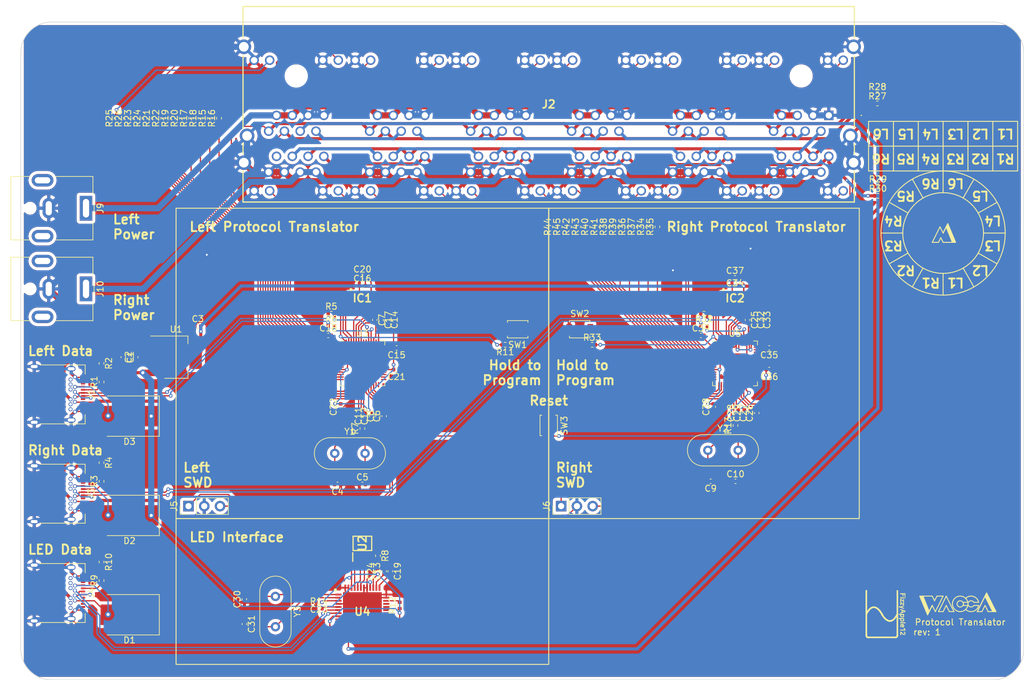
<source format=kicad_pcb>
(kicad_pcb (version 20221018) (generator pcbnew)
  (title_block (title "Wacca Protocol Translator") (rev "1") (company "FizzyApple12"))
  (layers (0 "F.Cu" signal) (31 "B.Cu" signal) (34 "B.Paste" user) (35 "F.Paste" user) (36 "B.SilkS" user "B.Silkscreen") (37 "F.SilkS" user "F.Silkscreen") (38 "B.Mask" user) (39 "F.Mask" user) (44 "Edge.Cuts" user))
  (net 0 "")
  (net 1 "VRAW")
  (net 2 "LED_USB_VBUS")
  (net 3 "RIGHT_USB_VBUS")
  (net 4 "LEFT_USB_VBUS")
  (net 5 "Net-(U3-VREG_VOUT)")
  (net 6 "+3.3V")
  (net 7 "Net-(U3-ADC_AVDD)")
  (net 8 "Net-(U4-VCCCORE)")
  (net 9 "Net-(U4-VCCA)")
  (net 10 "LEFT_SDA")
  (net 11 "LEFT_SCL")
  (net 12 "LEFT_XIN")
  (net 13 "LEFT_XOUT")
  (net 14 "Net-(U5-VREG_VOUT)")
  (net 15 "LEFT_SWCLK")
  (net 16 "LEFT_SWDIO")
  (net 17 "Reset")
  (net 18 "Net-(U5-ADC_AVDD)")
  (net 21 "Net-(J1-CC1)")
  (net 23 "Net-(J1-CC2)")
  (net 25 "Net-(J3-CC1)")
  (net 27 "LEFT_QSPI_SD3")
  (net 28 "LEFT_QSPI_SCLK")
  (net 29 "LEFT_QSPI_SD0")
  (net 30 "LEFT_QSPI_SD2")
  (net 31 "LEFT_QSPI_SD1")
  (net 32 "LEFT_QSPI_SS")
  (net 33 "Net-(J3-CC2)")
  (net 35 "Net-(J4-CC1)")
  (net 36 "RIGHT_SDA")
  (net 37 "RIGHT_SCL")
  (net 39 "Net-(J4-CC2)")
  (net 40 "RIGHT_XIN")
  (net 41 "RIGHT_XOUT")
  (net 43 "RIGHT_SWCLK")
  (net 44 "RIGHT_SWDIO")
  (net 45 "Net-(U3-USB_DP)")
  (net 46 "Net-(U3-USB_DM)")
  (net 47 "Net-(U2-DO)")
  (net 48 "Net-(U4-~{RESET})")
  (net 49 "Net-(U4-REF)")
  (net 50 "Net-(U3-GPIO5)")
  (net 51 "Net-(U3-GPIO4)")
  (net 52 "Net-(U3-GPIO7)")
  (net 53 "Net-(U3-GPIO6)")
  (net 54 "RIGHT_QSPI_SD3")
  (net 55 "RIGHT_QSPI_SCLK")
  (net 56 "RIGHT_QSPI_SD0")
  (net 57 "RIGHT_QSPI_SD2")
  (net 58 "RIGHT_QSPI_SD1")
  (net 59 "RIGHT_QSPI_SS")
  (net 60 "Net-(U3-GPIO9)")
  (net 61 "LEFT_USB_DP")
  (net 62 "Net-(U3-GPIO8)")
  (net 63 "Net-(U3-GPIO11)")
  (net 64 "Net-(U3-GPIO10)")
  (net 65 "Net-(U3-GPIO13)")
  (net 66 "RIGHT_USB_DP")
  (net 67 "Net-(U3-GPIO12)")
  (net 68 "Net-(U3-GPIO15)")
  (net 69 "Net-(U3-GPIO14)")
  (net 70 "Net-(U5-USB_DP)")
  (net 71 "LED_USB_DP")
  (net 72 "Net-(U5-USB_DM)")
  (net 73 "Net-(U5-GPIO5)")
  (net 74 "Net-(U5-GPIO4)")
  (net 75 "Net-(U5-GPIO7)")
  (net 76 "Net-(U5-GPIO6)")
  (net 77 "LED_EEPROM_CS")
  (net 78 "LED_EEPROM_SCLK")
  (net 79 "LED_EEPROM_DATA")
  (net 80 "Net-(U5-GPIO9)")
  (net 81 "Net-(U5-GPIO8)")
  (net 82 "Net-(U5-GPIO11)")
  (net 83 "LED_VCC")
  (net 84 "LED_XIN")
  (net 85 "LED_XOUT")
  (net 86 "Net-(U5-GPIO10)")
  (net 89 "unconnected-(U4-ADBUS3-Pad16)")
  (net 94 "Net-(U5-GPIO13)")
  (net 95 "Net-(U5-GPIO12)")
  (net 96 "Net-(U5-GPIO15)")
  (net 97 "Net-(U5-GPIO14)")
  (net 107 "Net-(R11-Pad1)")
  (net 108 "Net-(R33-Pad1)")
  (net 111 "Net-(C5-Pad2)")
  (net 112 "Net-(C10-Pad2)")
  (net 114 "TP_GND_LEFT")
  (net 115 "TP_VCC_LEFT")
  (net 117 "TP_VCC_RIGHT")
  (net 118 "TPR1_RL")
  (net 119 "TPR1_LL")
  (net 120 "TPL1_LED_OUT")
  (net 121 "TPR1_LED_OUT")
  (net 122 "TPR2_RL")
  (net 123 "TPR2_LL")
  (net 124 "TPR2_LED_OUT")
  (net 125 "TPR3_RL")
  (net 126 "TPR3_LL")
  (net 127 "TPR3_LED_OUT")
  (net 128 "TPR4_RL")
  (net 129 "TPR4_LL")
  (net 130 "TPR4_LED_OUT")
  (net 131 "TPR5_RL")
  (net 132 "TPR5_LL")
  (net 133 "TPR5_LED_OUT")
  (net 134 "TPR6_RL")
  (net 135 "TPR6_LL")
  (net 136 "TPR6_LED_OUT")
  (net 137 "TPL6_RL")
  (net 138 "TPL6_LL")
  (net 139 "TPL6_LED_IN")
  (net 140 "TPL5_LED_IN")
  (net 141 "TPL5_RL")
  (net 142 "TPL5_LL")
  (net 143 "TPL4_LED_IN")
  (net 144 "TPL4_RL")
  (net 145 "TPL4_LL")
  (net 146 "TPL3_LED_IN")
  (net 147 "TPL3_RL")
  (net 148 "TPL3_LL")
  (net 149 "TPL2_LED_IN")
  (net 150 "TPL2_RL")
  (net 151 "TPL2_LL")
  (net 152 "TPL1_LED_IN")
  (net 153 "TPL1_RL")
  (net 154 "TPL1_LL")
  (net 155 "LEFT_USB_DN")
  (net 156 "RIGHT_USB_DN")
  (net 157 "LED_USB_DN")
  (footprint "Capacitor_SMD:C_0402_1005Metric" (layer "F.Cu") (at 123.578 100.385 90)
    (fp_text reference "C12")
    (fp_text value "100n")
  )
  (footprint "Button_Switch_SMD:SW_SPST_B3U-1000P" (layer "F.Cu") (at 147.078 86.385 180)
    (fp_text reference "SW1")
    (fp_text value "Program Left")
  )
  (footprint "Resistor_SMD:R_0402_1005Metric" (layer "F.Cu") (at 84 52.385 90)
    (fp_text reference "R26")
    (fp_text value "150")
  )
  (footprint "Capacitor_SMD:C_0402_1005Metric" (layer "F.Cu") (at 182.578 99.885 90)
    (fp_text reference "C28")
    (fp_text value "1u")
  )
  (footprint "Capacitor_SMD:C_0402_1005Metric" (layer "F.Cu") (at 125.078 84.885 -90)
    (fp_text reference "C17")
    (fp_text value "100n")
  )
  (footprint "Capacitor_SMD:C_0402_1005Metric" (layer "F.Cu") (at 184.078 84.885 -90)
    (fp_text reference "C25")
    (fp_text value "100n")
  )
  (footprint "Resistor_SMD:R_0402_1005Metric" (layer "F.Cu") (at 99 52.385 90)
    (fp_text reference "R16")
    (fp_text value "150")
  )
  (footprint "Capacitor_SMD:C_0402_1005Metric" (layer "F.Cu") (at 125.578 125.385 90)
    (fp_text reference "C13")
    (fp_text value "0.1u")
  )
  (footprint "Resistor_SMD:R_0402_1005Metric" (layer "F.Cu") (at 153.078 69.885 90)
    (fp_text reference "R44")
    (fp_text value "150")
  )
  (footprint "Resistor_SMD:R_0402_1005Metric" (layer "F.Cu") (at 82.5 52.385 90)
    (fp_text reference "R25")
    (fp_text value "150")
  )
  (footprint "Capacitor_SMD:C_0402_1005Metric" (layer "F.Cu") (at 118.078 111.385 180)
    (fp_text reference "C4")
    (fp_text value "27p")
  )
  (footprint "Capacitor_SMD:C_0402_1005Metric" (layer "F.Cu") (at 127.578 89.385 180)
    (fp_text reference "C15")
    (fp_text value "100n")
  )
  (footprint "Package_TO_SOT_SMD:SOT-223-3_TabPin2" (layer "F.Cu") (at 92.078 90.885)
    (fp_text reference "U1")
    (fp_text value "NCP1117-3.3_SOT223")
  )
  (footprint "Resistor_SMD:R_0402_1005Metric" (layer "F.Cu") (at 80.078 91.885 -90)
    (fp_text reference "R2")
    (fp_text value "5K1")
  )
  (footprint "Connector_USB:USB_C_Receptacle_Amphenol_12401548E4-2A" (layer "F.Cu") (at 72.078 112.885 -90)
    (fp_text reference "J3")
    (fp_text value "USB_C_Receptacle_USB2.0")
  )
  (footprint "Capacitor_SMD:C_0402_1005Metric" (layer "F.Cu") (at 183.578 99.885 90)
    (fp_text reference "C29")
    (fp_text value "100n")
  )
  (footprint "Resistor_SMD:R_0402_1005Metric" (layer "F.Cu") (at 165.078 69.885 90)
    (fp_text reference "R36")
    (fp_text value "150")
  )
  (footprint "Resistor_SMD:R_0402_1005Metric" (layer "F.Cu") (at 96 52.385 90)
    (fp_text reference "R18")
    (fp_text value "150")
  )
  (footprint "Resistor_SMD:R_0402_1005Metric" (layer "F.Cu") (at 205.078 63.375)
    (fp_text reference "R29")
    (fp_text value "2.2K")
  )
  (footprint "Capacitor_SMD:C_0402_1005Metric" (layer "F.Cu") (at 103.078 129.885 90)
    (fp_text reference "C30")
    (fp_text value "27p")
  )
  (footprint "Capacitor_SMD:C_0402_1005Metric" (layer "F.Cu") (at 184.578 99.885 90)
    (fp_text reference "C27")
    (fp_text value "1u")
  )
  (footprint "SamacSys_Parts:61163141" (layer "F.Cu") (at 197.173 51.925 180)
    (fp_text reference "J2")
    (fp_text value "6116314-1" hide)
  )
  (footprint "Resistor_SMD:R_0402_1005Metric" (layer "F.Cu") (at 88.5 52.385 90)
    (fp_text reference "R21")
    (fp_text value "150")
  )
  (footprint "Connector_PinHeader_2.54mm:PinHeader_1x03_P2.54mm_Vertical" (layer "F.Cu") (at 154.078 114.885 90)
    (fp_text reference "J6")
    (fp_text value "Conn_01x03_Male")
  )
  (footprint "Capacitor_SMD:C_0402_1005Metric" (layer "F.Cu") (at 103.078 133.885 -90)
    (fp_text reference "C31")
    (fp_text value "27p")
  )
  (footprint "Capacitor_SMD:C_0402_1005Metric" (layer "F.Cu") (at 185.578 99.885 90)
    (fp_text reference "C26")
    (fp_text value "100n")
  )
  (footprint "Package_DFN_QFN:QFN-56-1EP_7x7mm_P0.4mm_EP3.2x3.2mm" (layer "F.Cu") (at 182.078 91.885)
    (fp_text reference "U5")
    (fp_text value "RP2040")
  )
  (footprint "Resistor_SMD:R_0402_1005Metric" (layer "F.Cu") (at 160.578 69.885 90)
    (fp_text reference "R41")
    (fp_text value "150")
  )
  (footprint "Capacitor_SMD:C_0402_1005Metric" (layer "F.Cu") (at 176.578 87.385)
    (fp_text reference "C39")
    (fp_text value "100n")
  )
  (footprint "Resistor_SMD:R_0402_1005Metric" (layer "F.Cu") (at 154.578 69.885 90)
    (fp_text reference "R45")
    (fp_text value "150")
  )
  (footprint "Capacitor_SMD:C_0402_1005Metric" (layer "F.Cu") (at 182.148 110.885)
    (fp_text reference "C10")
    (fp_text value "27p")
  )
  (footprint "Diode_SMD:D_SMC" (layer "F.Cu") (at 84.578 132.385 180)
    (fp_text reference "D1")
    (fp_text value "B320")
  )
  (footprint "Capacitor_SMD:C_0402_1005Metric" (layer "F.Cu") (at 125.578 100.385 90)
    (fp_text reference "C6")
    (fp_text value "100n")
  )
  (footprint "Resistor_SMD:R_0402_1005Metric" (layer "F.Cu") (at 182.148 101.885 90)
    (fp_text reference "R13")
    (fp_text value "1K")
  )
  (footprint "Resistor_SMD:R_0402_1005Metric" (layer "F.Cu") (at 169.578 69.885 90)
    (fp_text reference "R35")
    (fp_text value "150")
  )
  (footprint "Capacitor_SMD:C_0402_1005Metric" (layer "F.Cu") (at 126.078 84.885 -90)
    (fp_text reference "C14")
    (fp_text value "100n")
  )
  (footprint "Resistor_SMD:R_0402_1005Metric" (layer "F.Cu") (at 128.078 130.885 90)
    (fp_text reference "R12")
    (fp_text value "3.3K")
  )
  (footprint "Diode_SMD:D_SMC" (layer "F.Cu") (at 84.578 116.385 180)
    (fp_text reference "D2")
    (fp_text value "B320")
  )
  (footprint "Resistor_SMD:R_0402_1005Metric" (layer "F.Cu") (at 177.078 83.885)
    (fp_text reference "R31")
    (fp_text value "27")
  )
  (footprint "Capacitor_SMD:C_0402_1005Metric" (layer "F.Cu") (at 124.578 100.385 90)
    (fp_text reference "C8")
    (fp_text value "1u")
  )
  (footprint "SamacSys_Parts:SOP65P490X110-8N" (layer "F.Cu") (at 122.078 120.885 90)
    (fp_text reference "U2")
    (fp_text value "93LCxxB" hide)
  )
  (footprint "SamacSys_Parts:SON50P300X200X60-9N" (layer "F.Cu") (at 182.078 81.385)
    (fp_text reference "IC2")
    (fp_text value "W25Q16JVUXIQ_TR" hide)
  )
  (footprint "Resistor_SMD:R_0402_1005Metric" (layer "F.Cu") (at 157.578 69.885 90)
    (fp_text reference "R43")
    (fp_text value "150")
  )
  (footprint "Connector_USB:USB_C_Receptacle_Amphenol_12401548E4-2A" (layer "F.Cu") (at 72.078 128.885 -90)
    (fp_text reference "J4")
    (fp_text value "USB_C_Receptacle_USB2.0")
  )
  (footprint "Resistor_SMD:R_0402_1005Metric" (layer "F.Cu") (at 117.078 85.885)
    (fp_text reference "R6")
    (fp_text value "27")
  )
  (footprint "Resistor_SMD:R_0402_1005Metric" (layer "F.Cu") (at 93 52.385 90)
    (fp_text reference "R20")
    (fp_text value "150")
  )
  (footprint "Button_Switch_SMD:SW_SPST_B3U-1000P" (layer "F.Cu") (at 152.078 101.885 -90)
    (fp_text reference "SW3")
    (fp_text value "Reset")
  )
  (footprint "Capacitor_SMD:C_0402_1005Metric" (layer "F.Cu") (at 187.578 92.885 180)
    (fp_text reference "C36")
    (fp_text value "100n")
  )
  (footprint "Crystal:Crystal_HC49-4H_Vertical" (layer "F.Cu") (at 117.628 106.385)
    (fp_text reference "Y1")
    (fp_text value "ABLS-12.000MHZ-B4-T")
  )
  (footprint "Connector_USB:USB_C_Receptacle_Amphenol_12401548E4-2A" (layer "F.Cu") (at 72.078 96.885 -90)
    (fp_text reference "J1")
    (fp_text value "USB_C_Receptacle_USB2.0")
  )
  (footprint "Capacitor_SMD:C_0402_1005Metric" (layer "F.Cu") (at 124.578 125.385 90)
    (fp_text reference "C24")
    (fp_text value "10u")
  )
  (footprint "Crystal:Crystal_HC49-4H_Vertical" (layer "F.Cu") (at 108.078 129.435 -90)
    (fp_text reference "Y3")
    (fp_text value "ABLS-12.000MHZ-B4-T")
  )
  (footprint "Resistor_SMD:R_0402_1005Metric" (layer "F.Cu") (at 168.078 69.875 90)
    (fp_text reference "R34")
    (fp_text value "150")
  )
  (footprint "Connector_BarrelJack:BarrelJack_CUI_PJ-063AH_Horizontal" (layer "F.Cu") (at 77.578 66.885 -90)
    (fp_text reference "J9")
    (fp_text value "Barrel_Jack")
  )
  (footprint "Button_Switch_SMD:SW_SPST_B3U-1000P" (layer "F.Cu") (at 157.078 86.385)
    (fp_text reference "SW2")
    (fp_text value "Program Right")
  )
  (footprint "Resistor_SMD:R_0402_1005Metric" (layer "F.Cu") (at 97.5 52.385 90)
    (fp_text reference "R15")
    (fp_text value "150")
  )
  (footprint "SamacSys_Parts:QFN50P800X800X100-49N-D" (layer "F.Cu") (at 122.078 131.885)
    (fp_text reference "U4")
    (fp_text value "FT232HQ-REEL" hide)
  )
  (footprint "Resistor_SMD:R_0402_1005Metric" (layer "F.Cu") (at 145.078 88.885 180)
    (fp_text reference "R11")
    (fp_text value "1K")
  )
  (footprint "Resistor_SMD:R_0402_1005Metric" (layer "F.Cu") (at 94.5 52.385 90)
    (fp_text reference "R17")
    (fp_text value "150")
  )
  (footprint "Connector_BarrelJack:BarrelJack_CUI_PJ-063AH_Horizontal" (layer "F.Cu") (at 77.578 79.885 -90)
    (fp_text reference "J10")
    (fp_text value "Barrel_Jack")
  )
  (footprint "Capacitor_SMD:C_0402_1005Metric" (layer "F.Cu") (at 118.578 98.885 90)
    (fp_text reference "C22")
    (fp_text value "100n")
  )
  (footprint "Resistor_SMD:R_0402_1005Metric" (layer "F.Cu") (at 91.5 52.385 90)
    (fp_text reference "R19")
    (fp_text value "150")
  )
  (footprint "Resistor_SMD:R_0402_1005Metric" (layer "F.Cu") (at 117.078 83.885)
    (fp_text reference "R5")
    (fp_text value "27")
  )
  (footprint "Capacitor_SMD:C_0402_1005Metric" (layer "F.Cu") (at 122.078 79.385)
    (fp_text reference "C16")
    (fp_text value "100n")
  )
  (footprint "Resistor_SMD:R_0402_1005Metric" (layer "F.Cu") (at 80.078 107.885 -90)
    (fp_text reference "R4")
    (fp_text value "5K1")
  )
  (footprint "Resistor_SMD:R_0402_1005Metric" (layer "F.Cu") (at 85.5 52.385 90)
    (fp_text reference "R23")
    (fp_text value "150")
  )
  (footprint "Resistor_SMD:R_0402_1005Metric" (layer "F.Cu") (at 177.078 85.885)
    (fp_text reference "R32")
    (fp_text value "27")
  )
  (footprint "Resistor_SMD:R_0402_1005Metric" (layer "F.Cu") (at 205 50)
    (fp_text reference "R27")
    (fp_text value "2.2K")
  )
  (footprint "Capacitor_SMD:C_0402_1005Metric" (layer "F.Cu") (at 182.078 78.105)
    (fp_text reference "C37")
    (fp_text value "2u2")
  )
  (footprint "Resistor_SMD:R_0402_1005Metric" (layer "F.Cu") (at 156.078 69.885 90)
    (fp_text reference "R42")
    (fp_text value "150")
  )
  (footprint "Diode_SMD:D_SMC" (layer "F.Cu") (at 84.578 100.385 180)
    (fp_text reference "D3")
    (fp_text value "B320")
  )
  (footprint "Resistor_SMD:R_0402_1005Metric" (layer "F.Cu") (at 162.078 69.885 90)
    (fp_text reference "R38")
    (fp_text value "150")
  )
  (footprint "Resistor_SMD:R_0402_1005Metric" (layer "F.Cu") (at 159.078 69.885 90)
    (fp_text reference "R40")
    (fp_text value "150")
  )
  (footprint "Capacitor_SMD:C_0402_1005Metric" (layer "F.Cu") (at 126.578 125.385 -90)
    (fp_text reference "C19")
    (fp_text value "0.1u")
  )
  (footprint "Capacitor_SMD:C_0402_1005Metric" (layer "F.Cu") (at 122.578 100.385 90)
    (fp_text reference "C11")
    (fp_text value "1u")
  )
  (footprint "Capacitor_SMD:C_0402_1005Metric" (layer "F.Cu") (at 122.078 111.385)
    (fp_text reference "C5")
    (fp_text value "27p")
  )
  (footprint "Capacitor_SMD:C_0402_1005Metric" (layer "F.Cu") (at 178.148 110.885 180)
    (fp_text reference "C9")
    (fp_text value "27p")
  )
  (footprint "Resistor_SMD:R_0402_1005Metric" (layer "F.Cu") (at 205 48.5)
    (fp_text reference "R28")
    (fp_text value "2.2K")
  )
  (footprint "Capacitor_SMD:C_0402_1005Metric" (layer "F.Cu") (at 178.578 98.885 90)
    (fp_text reference "C38")
    (fp_text value "100n")
  )
  (footprint "Resistor_SMD:R_0402_1005Metric" (layer "F.Cu") (at 80.078 123.885 -90)
    (fp_text reference "R10")
    (fp_text value "5K1")
  )
  (footprint "Resistor_SMD:R_0402_1005Metric" (layer "F.Cu") (at 205.078 64.885)
    (fp_text reference "R30")
    (fp_text value "2.2K")
  )
  (footprint "Resistor_SMD:R_0402_1005Metric" (layer "F.Cu") (at 159.078 88.885)
    (fp_text reference "R33")
    (fp_text value "1K")
  )
  (footprint "Capacitor_SMD:C_0402_1005Metric" (layer "F.Cu") (at 115.078 130.385 180)
    (fp_text reference "C23")
    (fp_text value "10u")
  )
  (footprint "Capacitor_SMD:C_0402_1005Metric" (layer "F.Cu") (at 124.078 84.885 -90)
    (fp_text reference "C7")
    (fp_text value "100n")
  )
  (footprint "Resistor_SMD:R_0402_1005Metric" (layer "F.Cu") (at 90 52.385 90)
    (fp_text reference "R22")
    (fp_text value "150")
  )
  (footprint "Connector_PinHeader_2.54mm:PinHeader_1x03_P2.54mm_Vertical" (layer "F.Cu") (at 94.078 114.885 90)
    (fp_text reference "J5")
    (fp_text value "Conn_01x03_Male")
  )
  (footprint "Capacitor_SMD:C_0402_1005Metric" (layer "F.Cu") (at 182.078 79.385)
    (fp_text reference "C34")
    (fp_text value "100n")
  )
  (footprint "Capacitor_SMD:C_0402_1005Metric" (layer "F.Cu") (at 185.078 84.885 -90)
    (fp_text reference "C32")
    (fp_text value "100n")
  )
  (footprint "Resistor_SMD:R_0402_1005Metric" (layer "F.Cu") (at 80.078 110.885 90)
    (fp_text reference "R3")
    (fp_text value "5K1")
  )
  (footprint "Capacitor_SMD:C_0402_1005Metric" (layer "F.Cu") (at 122.078 77.885)
    (fp_text reference "C20")
    (fp_text value "2u2")
  )
  (footprint "SamacSys_Parts:SON50P300X200X60-9N" (layer "F.Cu") (at 122.078 81.385)
    (fp_text reference "IC1")
    (fp_text value "W25Q16JVUXIQ_TR" hide)
  )
  (footprint "Resistor_SMD:R_0402_1005Metric" (layer "F.Cu") (at 122.078 102.385 90)
    (fp_text reference "R7")
    (fp_text value "1K")
  )
  (footprint "Capacitor_SMD:C_0402_1005Metric" (layer "F.Cu") (at 187.578 89.385 180)
    (fp_text reference "C35")
    (fp_text value "100n")
  )
  (footprint "Resistor_SMD:R_0402_1005Metric" (layer "F.Cu") (at 87 52.385 90)
    (fp_text reference "R24")
    (fp_text value "150")
  )
  (footprint "Resistor_SMD:R_0402_1005Metric" (layer "F.Cu") (at 124.578 122.885 -90)
    (fp_text reference "R8")
    (fp_text value "2.2K")
  )
  (footprint "Resistor_SMD:R_0402_1005Metric" (layer "F.Cu") (at 163.578 69.885 90)
    (fp_text reference "R39")
    (fp_text value "150")
  )
  (footprint "Crystal:Crystal_HC49-4H_Vertical" (layer "F.Cu") (at 177.698 105.885)
    (fp_text reference "Y2")
    (fp_text value "ABLS-12.000MHZ-B4-T")
  )
  (footprint "Resistor_SMD:R_0402_1005Metric" (layer "F.Cu") (at 115.078 131.385)
    (fp_text reference "R14")
    (fp_text value "2.2K")
  )
  (footprint "Capacitor_SMD:C_0402_1005Metric" (layer "F.Cu") (at 95.578 85.885)
    (fp_text reference "C3")
    (fp_text value "10u")
  )
  (footprint "Resistor_SMD:R_0402_1005Metric" (layer "F.Cu") (at 166.578 69.875 90)
    (fp_text reference "R37")
    (fp_text value "150")
  )
  (footprint "Capacitor_SMD:C_0402_1005Metric" (layer "F.Cu") (at 127.578 92.885 180)
    (fp_text reference "C21")
    (fp_text value "100n")
  )
  (footprint "Capacitor_SMD:C_0402_1005Metric" (layer "F.Cu") (at 85.578 90.885 90)
    (fp_text reference "C2")
    (fp_text value "10u")
  )
  (footprint "Capacitor_SMD:C_0402_1005Metric" (layer "F.Cu") (at 116.578 87.385)
    (fp_text reference "C18")
    (fp_text value "100n")
  )
  (footprint "Capacitor_SMD:C_0402_1005Metric" (layer "F.Cu") (at 83.578 90.885 -90)
    (fp_text reference "C1")
    (fp_text value "10u")
  )
  (footprint "Capacitor_SMD:C_0402_1005Metric" (layer "F.Cu") (at 186.078 84.885 -90)
    (fp_text reference "C33")
    (fp_text value "100n")
  )
  (footprint "Package_DFN_QFN:QFN-56-1EP_7x7mm_P0.4mm_EP3.2x3.2mm" (layer "F.Cu") (at 122.078 91.885)
    (fp_text reference "U3")
    (fp_text value "RP2040")
  )
  (footprint "Resistor_SMD:R_0402_1005Metric" (layer "F.Cu") (at 80.078 94.885 90)
    (fp_text reference "R1")
    (fp_text value "5K1")
  )
  (footprint "Resistor_SMD:R_0402_1005Metric" (layer "F.Cu") (at 80.078 126.885 90)
    (fp_text reference "R9")
    (fp_text value "5K1")
  )
  (gr_line (start 205.683175 132.222037) (end 205.700752 132.254346) (stroke (width 0.25)) (layer "F.SilkS"))
  (gr_line (start 209.241004 132.440389) (end 209.210537 132.413096) (stroke (width 0.025)) (layer "F.SilkS"))
  (gr_line (start 208.700873 135.639646) (end 208.706309 135.651634) (stroke (width 0.025)) (layer "F.SilkS"))
  (gr_line (start 209.276348 130.900704) (end 209.269592 130.888588) (stroke (width 0.025)) (layer "F.SilkS"))
  (gr_line (start 208.9629 132.816448) (end 208.994535 132.816448) (stroke (width 0.025)) (layer "F.SilkS"))
  (gr_line (start 209.070532 134.28213) (end 209.058823 134.282346) (stroke (width 0.025)) (layer "F.SilkS"))
  (gr_line (start 208.138835 135.932952) (end 208.176122 135.875561) (stroke (width 0.25)) (layer "F.SilkS"))
  (gr_line (start 209.18313 134.149504) (end 209.18313 134.163753) (stroke (width 0.025)) (layer "F.SilkS"))
  (gr_line (start 215.578 72.385) (end 217.078 72.385) (stroke (width 0.15)) (layer "F.SilkS"))
  (gr_line (start 209.259191 131.305567) (end 208.842326 131.155568) (stroke (width 0.025)) (layer "F.SilkS"))
  (gr_line (start 209.276348 132.29458) (end 209.276348 132.290592) (stroke (width 0.025)) (layer "F.SilkS"))
  (gr_arc (start 218.744025 130.91235) (mid 218.183108 131.113546) (end 217.828 130.635) (stroke (width 0.15)) (layer "F.SilkS"))
  (gr_line (start 209.485314 133.615862) (end 208.722362 133.611595) (stroke (width 0.025)) (layer "F.SilkS"))
  (gr_rect (start 152.078 66.885) (end 202.078 116.885) (stroke (width 0.15)) (fill none) (layer "F.SilkS"))
  (gr_line (start 209.225421 135.504124) (end 209.164995 135.471599) (stroke (width 0.025)) (layer "F.SilkS"))
  (gr_line (start 209.254911 130.386138) (end 209.192757 130.386138) (stroke (width 0.025)) (layer "F.SilkS"))
  (gr_line (start 209.326704 135.630895) (end 209.366188 135.619592) (stroke (width 0.025)) (layer "F.SilkS"))
  (gr_line (start 209.271726 134.044551) (end 209.207997 133.95527) (stroke (width 0.025)) (layer "F.SilkS"))
  (gr_line (start 215.578 77.385) (end 215.578 80.885) (stroke (width 0.15)) (layer "F.SilkS"))
  (gr_line (start 209.50124 133.621285) (end 209.489251 133.615862) (stroke (width 0.025)) (layer "F.SilkS"))
  (gr_line (start 208.210285 135.768144) (end 208.214552 135.732724) (stroke (width 0.25)) (layer "F.SilkS"))
  (gr_line (start 208.700873 134.895298) (end 208.700873 134.895298) (stroke (width 0.025)) (layer "F.SilkS"))
  (gr_line (start 207.877431 136.03183) (end 207.902653 136.03183) (stroke (width 0.25)) (layer "F.SilkS"))
  (gr_line (start 203.215184 128.531849) (end 203.215184 128.55156) (stroke (width 0.25)) (layer "F.SilkS"))
  (gr_line (start 209.270824 130.391586) (end 209.258848 130.386138) (stroke (width 0.025)) (layer "F.SilkS"))
  (gr_line (start 208.929143 131.681703) (end 208.929143 131.969917) (stroke (width 0.025)) (layer "F.SilkS"))
  (gr_line (start 208.700873 129.053172) (end 208.700873 129.057108) (stroke (width 0.025)) (layer "F.SilkS"))
  (gr_line (start 217.078 72.385) (end 216.078 69.885) (stroke (width 0.15)) (layer "F.SilkS"))
  (gr_line (start 208.806575 133.144705) (end 208.841373 133.094616) (stroke (width 0.025)) (layer "F.SilkS"))
  (gr_line (start 209.254911 132.934342) (end 208.486586 132.930075) (stroke (width 0.025)) (layer "F.SilkS"))
  (gr_line (start 209.18849 130.288653) (end 209.254911 130.288653) (stroke (width 0.025)) (layer "F.SilkS"))
  (gr_line (start 208.005777 136.018395) (end 208.08331 135.982977) (stroke (width 0.25)) (layer "F.SilkS"))
  (gr_line (start 209.258848 133.057532) (end 209.270824 133.052033) (stroke (width 0.025)) (layer "F.SilkS"))
  (gr_line (start 208.900479 132.400485) (end 208.963878 132.389385) (stroke (width 0.025)) (layer "F.SilkS"))
  (gr_line (start 209.293493 135.240345) (end 209.305152 135.244752) (stroke (width 0.025)) (layer "F.SilkS"))
  (gr_line (start 209.294535 134.160172) (end 209.294535 134.160172) (stroke (width 0.025)) (layer "F.SilkS"))
  (gr_line (start 209.374316 135.153337) (end 209.318385 135.126451) (stroke (width 0.025)) (layer "F.SilkS"))
  (gr_line (start 208.86817 133.458014) (end 208.9629 133.477636) (stroke (width 0.025)) (layer "F.SilkS"))
  (gr_line (start 208.727124 132.415369) (end 208.696327 132.47111) (stroke (width 0.025)) (layer "F.SilkS"))
  (gr_line (start 209.436191 135.574393) (end 209.464169 135.54042) (stroke (width 0.025)) (layer "F.SilkS"))
  (gr_line (start 207.624904 136.03183) (end 207.80198 136.03183) (stroke (width 0.25)) (layer "F.SilkS"))
  (gr_line (start 206.976823 133.392126) (end 207.081395 133.389587) (stroke (width 0.25)) (layer "F.SilkS"))
  (gr_line (start 208.722362 129.597494) (end 208.71831 129.597494) (stroke (width 0.025)) (layer "F.SilkS"))
  (gr_line (start 208.683792 134.169824) (end 208.694269 134.227837) (stroke (width 0.025)) (layer "F.SilkS"))
  (gr_line (start 209.187398 130.811537) (end 209.187398 130.811537) (stroke (width 0.025)) (layer "F.SilkS"))
  (gr_line (start 209.383485 129.624303) (end 209.383485 129.704631) (stroke (width 0.025)) (layer "F.SilkS"))
  (gr_line (start 209.058823 134.282346) (end 209.058823 134.00908) (stroke (width 0.025)) (layer "F.SilkS"))
  (gr_line (start 215.578 64.385) (end 215.578 60.885) (stroke (width 0.15)) (layer "F.SilkS"))
  (gr_line (start 208.833855 134.051803) (end 208.885112 134.017614) (stroke (width 0.025)) (layer "F.SilkS"))
  (gr_line (start 209.170024 133.263907) (end 209.131784 133.309996) (stroke (width 0.025)) (layer "F.SilkS"))
  (gr_line (start 208.788795 129.853602) (end 208.722362 129.853602) (stroke (width 0.025)) (layer "F.SilkS"))
  (gr_line (start 209.006054 132.690007) (end 208.984883 132.690007) (stroke (width 0.025)) (layer "F.SilkS"))
  (gr_line (start 203.215184 135.469453) (end 203.215184 135.587068) (stroke (width 0.25)) (layer "F.SilkS"))
  (gr_line (start 204.751072 131.243566) (end 204.844226 131.289591) (stroke (width 0.25)) (layer "F.SilkS"))
  (gr_line (start 208.097979 132.50178) (end 208.187285 132.337519) (stroke (width 0.25)) (layer "F.SilkS"))
  (gr_line (start 209.170024 132.60272) (end 209.131784 132.648872) (stroke (width 0.025)) (layer "F.SilkS"))
  (gr_line (start 209.293493 133.228284) (end 209.287778 133.19073) (stroke (width 0.025)) (layer "F.SilkS"))
  (gr_line (start 208.479347 131.159784) (end 208.482319 131.160876) (stroke (width 0.025)) (layer "F.SilkS"))
  (gr_line (start 208.48604 131.026663) (end 208.471841 131.028936) (stroke (width 0.025)) (layer "F.SilkS"))
  (gr_line (start 208.722362 129.853602) (end 208.71831 129.853602) (stroke (width 0.025)) (layer "F.SilkS"))
  (gr_line (start 208.71831 133.611595) (end 208.706309 133.617018) (stroke (width 0.025)) (layer "F.SilkS"))
  (gr_line (start 209.254911 132.273168) (end 208.486586 132.268888) (stroke (width 0.025)) (layer "F.SilkS"))
  (gr_line (start 208.71831 134.916723) (end 208.722362 134.916723) (stroke (width 0.025)) (layer "F.SilkS"))
  (gr_line (start 203.573324 136.03183) (end 203.702788 136.03183) (stroke (width 0.25)) (layer "F.SilkS"))
  (gr_line (start 209.928 74.115) (end 206.958 75.805) (stroke (width 0.15)) (layer "F.SilkS"))
  (gr_line (start 209.144599 134.051523) (end 209.172577 134.092112) (stroke (width 0.025)) (layer "F.SilkS"))
  (gr_line (start 209.043799 131.930306) (end 209.043799 131.722432) (stroke (width 0.025)) (layer "F.SilkS"))
  (gr_line (start 209.254911 130.288653) (end 209.258848 130.288653) (stroke (width 0.025)) (layer "F.SilkS"))
  (gr_line (start 209.506752 133.633287) (end 209.50124 133.621285) (stroke (width 0.025)) (layer "F.SilkS"))
  (gr_poly (pts (xy 208.963878 132.389385) (xy 208.900479 132.400485) (xy 208.838 132.4438) (xy 208.806575 132.483505) (xy 208.795196 132.545316) (xy 208.808087 132.608143) (xy 208.858 132.66709) (xy 208.905026 132.680762) (xy 208.964894 132.690007) (xy 209.028 132.684565) (xy 209.069643 132.679123) (xy 209.118 132.6638) (xy 209.150904 132.6338) (xy 209.170024 132.602707) (xy 209.18313 132.5738) (xy 209.18313 132.529124) (xy 209.169757 132.483912) (xy 209.099818 132.418424) (xy 208.984883 132.389931) (xy 209.198142 132.2738) (xy 209.198656 132.401717) (xy 209.210537 132.41302) (xy 209.241004 132.440312) (xy 209.270417 132.482324) (xy 209.287778 132.52953) (xy 209.293493 132.591639) (xy 209.27104 132.675809) (xy 209.208683 132.750624) (xy 209.114017 132.799138) (xy 209.038 132.816436) (xy 208.9629 132.816436) (xy 208.86817 132.796814) (xy 208.819078 132.76956) (xy 208.769987 132.742306) (xy 208.706385 132.65954) (xy 208.695088 132.620303) (xy 208.683792 132.581066) (xy 208.683792 132.533937) (xy 208.696327 132.471034) (xy 208.736294 132.399583) (xy 208.738 132.2638)) (fill solid) (layer "F.SilkS"))
  (gr_line (start 209.254911 130.811537) (end 209.258848 130.811537) (stroke (width 0.025)) (layer "F.SilkS"))
  (gr_line (start 209.481123 131.892206) (end 209.485314 131.88056) (stroke (width 0.025)) (layer "F.SilkS"))
  (gr_line (start 209.384578 134.78491) (end 208.722362 134.780643) (stroke (width 0.025)) (layer "F.SilkS"))
  (gr_poly (pts (xy 224.078 131.885) (xy 223.578 131.885) (xy 222.328 129.385) (xy 222.578 128.885)) (stroke (width 0.15)) (fill solid) (layer "F.SilkS"))
  (gr_line (start 209.210537 132.413096) (end 209.19917 132.406073) (stroke (width 0.025)) (layer "F.SilkS"))
  (gr_line (start 208.700873 130.393936) (end 208.700873 130.397924) (stroke (width 0.025)) (layer "F.SilkS"))
  (gr_line (start 203.215184 133.913779) (end 203.215184 134.197256) (stroke (width 0.25)) (layer "F.SilkS"))
  (gr_line (start 209.254911 133.057532) (end 209.258848 133.057532) (stroke (width 0.025)) (layer "F.SilkS"))
  (gr_line (start 209.171345 129.880678) (end 209.171345 129.884666) (stroke (width 0.025)) (layer "F.SilkS"))
  (gr_line (start 203.796298 131.447515) (end 203.910052 131.353459) (stroke (width 0.25)) (layer "F.SilkS"))
  (gr_line (start 208.700873 133.721882) (end 208.700873 133.725895) (stroke (width 0.025)) (layer "F.SilkS"))
  (gr_line (start 208.965528 134.404088) (end 208.97739 134.410628) (stroke (width 0.025)) (layer "F.SilkS"))
  (gr_line (start 208.795196 133.206516) (end 208.795196 133.206516) (stroke (width 0.025)) (layer "F.SilkS"))
  (gr_line (start 208.795196 132.529809) (end 208.806575 132.483518) (stroke (width 0.025)) (layer "F.SilkS"))
  (gr_line (start 209.145437 134.24803) (end 209.105813 134.273316) (stroke (width 0.025)) (layer "F.SilkS"))
  (gr_line (start 203.215184 130.723552) (end 203.215184 131.034791) (stroke (width 0.25)) (layer "F.SilkS"))
  (gr_line (start 215.078 69.885) (end 213.828 72.385) (stroke (width 0.15)) (layer "F.SilkS"))
  (gr_line (start 208.482598 132.268888) (end 208.470597 132.274336) (stroke (width 0.025)) (layer "F.SilkS"))
  (gr_line (start 203.313978 135.955482) (end 203.371382 135.992769) (stroke (width 0.25)) (layer "F.SilkS"))
  (gr_line (start 208.486586 132.268888) (end 208.482598 132.268888) (stroke (width 0.025)) (layer "F.SilkS"))
  (gr_line (start 208.816621 135.317447) (end 208.816621 135.317447) (stroke (width 0.025)) (layer "F.SilkS"))
  (gr_line (start 209.506752 133.721552) (end 209.506752 133.717615) (stroke (width 0.025)) (layer "F.SilkS"))
  (gr_line (start 209.265934 135.63468) (end 209.286 135.63468) (stroke (width 0.025)) (layer "F.SilkS"))
  (gr_line (start 209.506752 129.704631) (end 209.506752 129.624303) (stroke (width 0.025)) (layer "F.SilkS"))
  (gr_line (start 208.706309 130.812515) (end 208.71831 130.818027) (stroke (width 0.025)) (layer "F.SilkS"))
  (gr_poly (pts (xy 209.467814 128.942783) (xy 209.485314 128.96022) (xy 209.485314 129.449285) (xy 209.463902 129.466785) (xy 209.382037 129.464035) (xy 209.370595 129.449285) (xy 209.370595 129.070266) (xy 209.180971 129.071358) (xy 209.180971 129.403196) (xy 209.169471 129.417934) (xy 209.083766 129.420697) (xy 209.066316 129.403196) (xy 209.066316 129.072463) (xy 208.71831 129.074596) (xy 208.700873 129.053172) (xy 208.700873 128.95594) (xy 208.722362 128.938516)) (fill solid) (layer "F.SilkS"))
  (gr_line (start 209.485314 133.739052) (end 209.485314 133.739052) (stroke (width 0.025)) (layer "F.SilkS"))
  (gr_line (start 207.928421 136.03183) (end 208.005777 136.018395) (stroke (width 0.25)) (layer "F.SilkS"))
  (gr_line (start 208.696327 132.47111) (end 208.683792 132.533962) (stroke (width 0.025)) (layer "F.SilkS"))
  (gr_line (start 203.449233 131.869803) (end 203.565692 131.704309) (stroke (width 0.25)) (layer "F.SilkS"))
  (gr_line (start 209.275231 135.22038) (end 209.279511 135.231328) (stroke (width 0.025)) (layer "F.SilkS"))
  (gr_line (start 208.683792 132.554968) (end 208.683792 132.581092) (stroke (width 0.025)) (layer "F.SilkS"))
  (gr_line (start 209.254911 129.72504) (end 209.258848 129.72504) (stroke (width 0.025)) (layer "F.SilkS"))
  (gr_line (start 209.258848 130.811537) (end 209.270824 130.806038) (stroke (width 0.025)) (layer "F.SilkS"))
  (gr_line (start 209.287778 132.529555) (end 209.270417 132.482349) (stroke (width 0.025)) (layer "F.SilkS"))
  (gr_line (start 206.176507 132.940959) (end 206.250243 133.016753) (stroke (width 0.25)) (layer "F.SilkS"))
  (gr_line (start 209.279511 135.231328) (end 209.290267 135.239253) (stroke (width 0.025)) (layer "F.SilkS"))
  (gr_line (start 208.700873 130.277553) (end 208.706309 130.289555) (stroke (width 0.025)) (layer "F.SilkS"))
  (gr_line (start 218.798 65.245) (end 220.528 62.235) (stroke (width 0.15)) (layer "F.SilkS"))
  (gr_line (start 205.801895 132.436324) (end 205.838687 132.496053) (stroke (width 0.25)) (layer "F.SilkS"))
  (gr_line (start 209.16596 130.276867) (end 209.167814 130.278175) (stroke (width 0.025)) (layer "F.SilkS"))
  (gr_line (start 208.700873 132.156378) (end 208.700873 132.160646) (stroke (width 0.025)) (layer "F.SilkS"))
  (gr_line (start 208.804505 134.101066) (end 208.833855 134.051803) (stroke (width 0.025)) (layer "F.SilkS"))
  (gr_line (start 215.578 70.885) (end 215.078 69.885) (stroke (width 0.15)) (layer "F.SilkS"))
  (gr_line (start 209.258848 129.601761) (end 209.254911 129.601761) (stroke (width 0.025)) (layer "F.SilkS"))
  (gr_line (start 209.043799 131.722432) (end 209.330971 131.823092) (stroke (width 0.025)) (layer "F.SilkS"))
  (gr_line (start 208.845361 133.314618) (end 208.808087 133.269343) (stroke (width 0.025)) (layer "F.SilkS"))
  (gr_line (start 209.40091 129.602866) (end 209.388934 129.608314) (stroke (width 0.025)) (layer "F.SilkS"))
  (gr_line (start 209.468169 131.901375) (end 209.471065 131.90027) (stroke (width 0.025)) (layer "F.SilkS"))
  (gr_line (start 207.633984 133.116041) (end 207.748856 132.999595) (stroke (width 0.25)) (layer "F.SilkS"))
  (gr_line (start 209.387969 135.338808) (end 209.39423 135.374228) (stroke (width 0.025)) (layer "F.SilkS"))
  (gr_line (start 209.18849 130.811537) (end 209.18849 130.811537) (stroke (width 0.025)) (layer "F.SilkS"))
  (gr_line (start 209.506752 133.717615) (end 209.506752 133.637287) (stroke (width 0.025)) (layer "F.SilkS"))
  (gr_line (start 208.700873 132.061497) (end 208.700873 132.067428) (stroke (width 0.025)) (layer "F.SilkS"))
  (gr_line (start 204.844226 131.289591) (end 204.933863 131.34429) (stroke (width 0.25)) (layer "F.SilkS"))
  (gr_line (start 209.506752 129.708568) (end 209.506752 129.704631) (stroke (width 0.025)) (layer "F.SilkS"))
  (gr_line (start 208.808302 130.385871) (end 208.796644 130.379814) (stroke (width 0.025)) (layer "F.SilkS"))
  (gr_circle (center 215.578 70.885) (end 209.078 70.885) (stroke (width 0.15)) (fill none) (layer "F.SilkS"))
  (gr_line (start 209.276348 130.407576) (end 209.276348 130.403575) (stroke (width 0.025)) (layer "F.SilkS"))
  (gr_line (start 205.881473 132.562194) (end 205.929987 132.63339) (stroke (width 0.25)) (layer "F.SilkS"))
  (gr_line (start 208.814221 135.148168) (end 208.79879 135.140104) (stroke (width 0.025)) (layer "F.SilkS"))
  (gr_line (start 209.506752 133.637287) (end 209.506752 133.633287) (stroke (width 0.025)) (layer "F.SilkS"))
  (gr_line (start 208.700873 129.057108) (end 208.706309 129.069085) (stroke (width 0.025)) (layer "F.SilkS"))
  (gr_line (start 205.322749 131.700245) (end 205.387037 131.778236) (stroke (width 0.25)) (layer "F.SilkS"))
  (gr_line (start 209.489251 133.739052) (end 209.50124 133.733541) (stroke (width 0.025)) (layer "F.SilkS"))
  (gr_line (start 207.98105 132.693804) (end 208.097979 132.50178) (stroke (width 0.25)) (layer "F.SilkS"))
  (gr_line (start 209.480831 134.906932) (end 209.486355 134.894943) (stroke (width 0.025)) (layer "F.SilkS"))
  (gr_line (start 208.470597 132.935511) (end 208.465149 132.947499) (stroke (width 0.025)) (layer "F.SilkS"))
  (gr_line (start 209.294535 134.188912) (end 209.294535 134.160172) (stroke (width 0.025)) (layer "F.SilkS"))
  (gr_line (start 209.270824 130.806038) (end 209.276348 130.794037) (stroke (width 0.025)) (layer "F.SilkS"))
  (gr_line (start 209.044218 135.517548) (end 209.126272 135.579079) (stroke (width 0.025)) (layer "F.SilkS"))
  (gr_line (start 215.578 129.385) (end 214.578 129.385) (stroke (width 0.15)) (layer "F.SilkS"))
  (gr_line (start 208.465149 131.136289) (end 208.465149 131.14241) (stroke (width 0.025)) (layer "F.SilkS"))
  (gr_line (start 204.022358 131.280421) (end 204.13309 131.227094) (stroke (width 0.25)) (layer "F.SilkS"))
  (gr_line (start 208.736294 133.060783) (end 208.736294 133.066156) (stroke (width 0.025)) (layer "F.SilkS"))
  (gr_line (start 208.817739 135.151394) (end 208.814221 135.148168) (stroke (width 0.025)) (layer "F.SilkS"))
  (gr_line (start 208.816621 135.639646) (end 208.816621 135.635709) (stroke (width 0.025)) (layer "F.SilkS"))
  (gr_line (start 209.276348 130.98869) (end 209.276348 130.983038) (stroke (width 0.025)) (layer "F.SilkS"))
  (gr_line (start 208.721739 132.175873) (end 208.725537 132.174565) (stroke (width 0.025)) (layer "F.SilkS"))
  (gr_line (start 209.293493 132.579644) (end 209.293493 132.579644) (stroke (width 0.025)) (layer "F.SilkS"))
  (gr_line (start 208.97739 134.410628) (end 208.980616 134.410908) (stroke (width 0.025)) (layer "F.SilkS"))
  (gr_line (start 203.228558 135.822437) (end 203.263952 135.899957) (stroke (width 0.25)) (layer "F.SilkS"))
  (gr_line (start 208.707566 131.478046) (end 208.700873 131.490848) (stroke (width 0.025)) (layer "F.SilkS"))
  (gr_line (start 204.13309 131.227094) (end 204.24203 131.192093) (stroke (width 0.25)) (layer "F.SilkS"))
  (gr_line (start 209.268423 135.515693) (end 209.225421 135.504124) (stroke (width 0.025)) (layer "F.SilkS"))
  (gr_line (start 208.700873 131.589235) (end 208.715059 131.606608) (stroke (width 0.025)) (layer "F.SilkS"))
  (gr_line (start 209.282749 135.515693) (end 209.268423 135.515693) (stroke (width 0.025)) (layer "F.SilkS"))
  (gr_line (start 208.700873 129.871039) (end 208.700873 129.875039) (stroke (width 0.025)) (layer "F.SilkS"))
  (gr_line (start 208.71831 129.729307) (end 208.722362 129.729307) (stroke (width 0.025)) (layer "F.SilkS"))
  (gr_line (start 209.485314 131.774934) (end 209.485314 131.77101) (stroke (width 0.025)) (layer "F.SilkS"))
  (gr_line (start 215.203 71.635) (end 215.578 72.385) (stroke (width 0.15)) (layer "F.SilkS"))
  (gr_line (start 209.185048 130.288653) (end 209.187398 130.288653) (stroke (width 0.025)) (layer "F.SilkS"))
  (gr_line (start 207.864616 132.859234) (end 207.98105 132.693804) (stroke (width 0.25)) (layer "F.SilkS"))
  (gr_line (start 209.18313 132.5292) (end 209.18313 132.5443) (stroke (width 0.025)) (layer "F.SilkS"))
  (gr_line (start 209.18313 132.558905) (end 209.170024 132.60272) (stroke (width 0.025)) (layer "F.SilkS"))
  (gr_line (start 203.527655 136.03183) (end 203.527655 136.03183) (stroke (width 0.25)) (layer "F.SilkS"))
  (gr_line (start 216.078 129.385) (end 217.328 131.885) (stroke (width 0.15)) (layer "F.SilkS"))
  (gr_line (start 222.078 70.885) (end 225.578 70.885) (stroke (width 0.15)) (layer "F.SilkS"))
  (gr_line (start 209.016176 133.877343) (end 208.984883 133.877343) (stroke (width 0.025)) (layer "F.SilkS"))
  (gr_line (start 209.50124 129.720557) (end 209.506752 129.708568) (stroke (width 0.025)) (layer "F.SilkS"))
  (gr_line (start 208.71831 135.657146) (end 208.722362 135.657146) (stroke (width 0.025)) (layer "F.SilkS"))
  (gr_line (start 214.828 131.885) (end 216.078 129.385) (stroke (width 0.15)) (layer "F.SilkS"))
  (gr_line (start 208.722362 133.743383) (end 209.485314 133.739052) (stroke (width 0.025)) (layer "F.SilkS"))
  (gr_line (start 205.718723 132.288865) (end 205.72948 132.309274) (stroke (width 0.25)) (layer "F.SilkS"))
  (gr_line (start 205.711496 132.274742) (end 205.715141 132.281842) (stroke (width 0.25)) (layer "F.SilkS"))
  (gr_line (start 208.470597 132.395189) (end 208.482598 132.400701) (stroke (width 0.025)) (layer "F.SilkS"))
  (gr_line (start 209.114017 132.799163) (end 209.208683 132.750649) (stroke (width 0.025)) (layer "F.SilkS"))
  (gr_line (start 209.296122 135.63468) (end 209.326704 135.630895) (stroke (width 0.025)) (layer "F.SilkS"))
  (gr_line (start 208.722362 130.818027) (end 208.784528 130.818027) (stroke (width 0.025)) (layer "F.SilkS"))
  (gr_line (start 208.822006 135.317447) (end 208.956981 135.440725) (stroke (width 0.025)) (layer "F.SilkS"))
  (gr_line (start 209.068665 133.06312) (end 209.130971 133.096128) (stroke (width 0.025)) (layer "F.SilkS"))
  (gr_line (start 209.280069 134.511365) (end 209.277364 134.513778) (stroke (width 0.025)) (layer "F.SilkS"))
  (gr_line (start 209.383485 129.704631) (end 209.383485 129.708568) (stroke (width 0.025)) (layer "F.SilkS"))
  (gr_line (start 209.481123 131.759364) (end 209.471065 131.751299) (stroke (width 0.025)) (layer "F.SilkS"))
  (gr_line (start 208.812354 130.52547) (end 209.16596 130.799752) (stroke (width 0.025)) (layer "F.SilkS"))
  (gr_line (start 209.276348 129.703602) (end 209.276348 129.623186) (stroke (width 0.025)) (layer "F.SilkS"))
  (gr_line (start 209.504542 135.367472) (end 209.486838 135.289278) (stroke (width 0.025)) (layer "F.SilkS"))
  (gr_line (start 209.270824 129.719515) (end 209.276348 129.707539) (stroke (width 0.025)) (layer "F.SilkS"))
  (gr_line (start 209.294535 134.131228) (end 209.271726 134.044551) (stroke (width 0.025)) (layer "F.SilkS"))
  (gr_line (start 209.198142 133.05865) (end 209.254911 133.057532) (stroke (width 0.025)) (layer "F.SilkS"))
  (gr_line (start 206.749429 136.03183) (end 207.087186 136.03183) (stroke (width 0.25)) (layer "F.SilkS"))
  (gr_line (start 207.578 60.885) (end 207.578 52.885) (stroke (width 0.15)) (layer "F.SilkS"))
  (gr_line (start 205.500321 131.930229) (end 205.548759 132.0014) (stroke (width 0.25)) (layer "F.SilkS"))
  (gr_line (start 208.964894 132.690007) (end 208.905026 132.680787) (stroke (width 0.025)) (layer "F.SilkS"))
  (gr_arc (start 220.494025 130.91235) (mid 219.933108 131.113546) (end 219.578 130.635) (stroke (width 0.15)) (layer "F.SilkS"))
  (gr_poly (pts (xy 209.506752 129.624303) (xy 209.506752 129.704631) (xy 209.485314 129.726056) (xy 209.40091 129.726056) (xy 209.383485 129.704631) (xy 209.383485 129.620303) (xy 209.40491 129.602866) (xy 209.485314 129.602866)) (fill solid) (layer "F.SilkS"))
  (gr_line (start 209.471065 131.751299) (end 209.468169 131.750258) (stroke (width 0.025)) (layer "F.SilkS"))
  (gr_line (start 205.548759 132.0014) (end 205.591532 132.067555) (stroke (width 0.25)) (layer "F.SilkS"))
  (gr_line (start 208.842326 131.146957) (end 209.259191 131.006609) (stroke (width 0.025)) (layer "F.SilkS"))
  (gr_line (start 209.392096 129.466785) (end 209.463902 129.466785) (stroke (width 0.025)) (layer "F.SilkS"))
  (gr_line (start 208.482598 133.061825) (end 208.486586 133.061825) (stroke (width 0.025)) (layer "F.SilkS"))
  (gr_line (start 209.276348 132.378933) (end 209.276348 132.374996) (stroke (width 0.025)) (layer "F.SilkS"))
  (gr_line (start 203.215184 132.008373) (end 203.215184 132.337988) (stroke (width 0.25)) (layer "F.SilkS"))
  (gr_line (start 203.702788 136.03183) (end 203.904617 136.03183) (stroke (width 0.25)) (layer "F.SilkS"))
  (gr_line (start 209.254911 129.863254) (end 209.192757 129.863254) (stroke (width 0.025)) (layer "F.SilkS"))
  (gr_line (start 208.470597 132.274336) (end 208.465149 132.286325) (stroke (width 0.025)) (layer "F.SilkS"))
  (gr_line (start 209.276348 132.374996) (end 209.276348 132.29458) (stroke (width 0.025)) (layer "F.SilkS"))
  (gr_line (start 209.068665 132.402009) (end 209.130971 132.434953) (stroke (width 0.025)) (layer "F.SilkS"))
  (gr_line (start 209.366188 135.619592) (end 209.40312 135.600707) (stroke (width 0.025)) (layer "F.SilkS"))
  (gr_line (start 209.471065 131.90027) (end 209.481123 131.892206) (stroke (width 0.025)) (layer "F.SilkS"))
  (gr_line (start 219.538 130.885) (end 218.788 130.885) (stroke (width 0.15)) (layer "F.SilkS"))
  (gr_line (start 213.828 130.885) (end 214.328 131.885) (stroke (width 0.15)) (layer "F.SilkS"))
  (gr_line (start 209.066316 129.072463) (end 209.066316 129.399259) (stroke (width 0.025)) (layer "F.SilkS"))
  (gr_line (start 208.706309 129.859037) (end 208.700873 129.871039) (stroke (width 0.025)) (layer "F.SilkS"))
  (gr_line (start 208.706385 132.659565) (end 208.769987 132.742306) (stroke (width 0.025)) (layer "F.SilkS"))
  (gr_line (start 208.788452 130.818027) (end 208.800429 130.812515) (stroke (width 0.025)) (layer "F.SilkS"))
  (gr_line (start 208.885112 134.017614) (end 208.941284 134.003492) (stroke (width 0.025)) (layer "F.SilkS"))
  (gr_line (start 209.099958 135.421142) (end 209.046148 135.372641) (stroke (width 0.025)) (layer "F.SilkS"))
  (gr_line (start 209.506752 129.624303) (end 209.506752 129.620303) (stroke (width 0.025)) (layer "F.SilkS"))
  (gr_line (start 209.02438 132.816448) (end 209.114017 132.799163) (stroke (width 0.025)) (layer "F.SilkS"))
  (gr_line (start 208.706309 134.786078) (end 208.700873 134.798067) (stroke (width 0.025)) (layer "F.SilkS"))
  (gr_line (start 209.083766 129.420697) (end 209.087753 129.420697) (stroke (width 0.025)) (layer "F.SilkS"))
  (gr_line (start 208.871269 134.375564) (end 208.871269 134.299503) (stroke (width 0.025)) (layer "F.SilkS"))
  (gr_line (start 214.828 131.885) (end 215.578 131.885) (stroke (width 0.15)) (layer "F.SilkS"))
  (gr_line (start 215.578 131.885) (end 216.078 130.885) (stroke (width 0.15)) (layer "F.SilkS"))
  (gr_line (start 205.019931 131.406304) (end 205.102049 131.474325) (stroke (width 0.25)) (layer "F.SilkS"))
  (gr_line (start 208.812354 130.002573) (end 209.16596 130.276867) (stroke (width 0.025)) (layer "F.SilkS"))
  (gr_line (start 209.270417 132.482349) (end 209.241004 132.440389) (stroke (width 0.025)) (layer "F.SilkS"))
  (gr_line (start 208.700873 131.583113) (end 208.700873 131.589235) (stroke (width 0.025)) (layer "F.SilkS"))
  (gr_line (start 208.846669 134.392721) (end 208.85039 134.394322) (stroke (width 0.025)) (layer "F.SilkS"))
  (gr_line (start 209.180971 129.403196) (end 209.180971 129.399259) (stroke (width 0.025)) (layer "F.SilkS"))
  (gr_line (start 212.328 129.385) (end 213.328 131.885) (stroke (width 0.15)) (layer "F.SilkS"))
  (gr_line (start 203.215184 135.671192) (end 203.215184 135.707298) (stroke (width 0.25)) (layer "F.SilkS"))
  (gr_line (start 208.796644 130.379814) (end 208.788795 130.376499) (stroke (width 0.025)) (layer "F.SilkS"))
  (gr_line (start 203.215184 133.307798) (end 203.215184 133.616472) (stroke (width 0.25)) (layer "F.SilkS"))
  (gr_line (start 218.808 76.535) (end 220.518 79.545) (stroke (width 0.15)) (layer "F.SilkS"))
  (gr_line (start 209.126272 135.579079) (end 209.205927 135.619872) (stroke (width 0.025)) (layer "F.SilkS"))
  (gr_line (start 209.208683 133.411824) (end 209.27104 133.337009) (stroke (width 0.025)) (layer "F.SilkS"))
  (gr_line (start 203.215184 135.745132) (end 203.228558 135.822437) (stroke (width 0.25)) (layer "F.SilkS"))
  (gr_line (start 209.046148 135.372641) (end 209.028787 135.356042) (stroke (width 0.025)) (layer "F.SilkS"))
  (gr_line (start 209.258848 130.288653) (end 209.270824 130.283128) (stroke (width 0.025)) (layer "F.SilkS"))
  (gr_line (start 208.800429 130.812515) (end 208.805953 130.800514) (stroke (width 0.025)) (layer "F.SilkS"))
  (gr_line (start 209.478291 134.718476) (end 209.476704 134.716343) (stroke (width 0.025)) (layer "F.SilkS"))
  (gr_line (start 209.262074 131.306609) (end 209.259191 131.305567) (stroke (width 0.025)) (layer "F.SilkS"))
  (gr_line (start 208.700873 129.711806) (end 208.706309 129.723782) (stroke (width 0.025)) (layer "F.SilkS"))
  (gr_line (start 208.694269 134.227837) (end 208.725397 134.295719) (stroke (width 0.025)) (layer "F.SilkS"))
  (gr_line (start 208.871269 134.379767) (end 208.871269 134.375564) (stroke (width 0.025)) (layer "F.SilkS"))
  (gr_line (start 208.788795 130.376499) (end 208.788795 130.376499) (stroke (width 0.025)) (layer "F.SilkS"))
  (gr_line (start 209.464931 134.912456) (end 209.468855 134.912456) (stroke (width 0.025)) (layer "F.SilkS"))
  (gr_line (start 209.293493 133.26486) (end 209.293493 133.240819) (stroke (width 0.025)) (layer "F.SilkS"))
  (gr_line (start 203.215184 131.034791) (end 203.215184 131.354284) (stroke (width 0.25)) (layer "F.SilkS"))
  (gr_line (start 203.263952 135.899957) (end 203.313978 135.955482) (stroke (width 0.25)) (layer "F.SilkS"))
  (gr_line (start 208.725397 134.295719) (end 208.776387 134.351523) (stroke (width 0.025)) (layer "F.SilkS"))
  (gr_line (start 203.681427 131.564038) (end 203.796298 131.447515) (stroke (width 0.25)) (layer "F.SilkS"))
  (gr_line (start 209.180971 129.399259) (end 209.180971 129.071358) (stroke (width 0.025)) (layer "F.SilkS"))
  (gr_line (start 209.17678 129.868689) (end 209.171345 129.880678) (stroke (width 0.025)) (layer "F.SilkS"))
  (gr_line (start 208.683792 134.150532) (end 208.683792 134.169824) (stroke (width 0.025)) (layer "F.SilkS"))
  (gr_line (start 209.208683 132.750649) (end 209.27104 132.675834) (stroke (width 0.025)) (layer "F.SilkS"))
  (gr_line (start 205.180052 131.546867) (end 205.253712 131.622597) (stroke (width 0.25)) (layer "F.SilkS"))
  (gr_line (start 208.705217 134.040906) (end 208.683792 134.123113) (stroke (width 0.025)) (layer "F.SilkS"))
  (gr_line (start 221.078 131.885) (end 222.578 128.885) (stroke (width 0.15)) (layer "F.SilkS"))
  (gr_line (start 209.486355 134.743089) (end 209.486355 134.736409) (stroke (width 0.025)) (layer "F.SilkS"))
  (gr_line (start 223.578 131.885) (end 222.828 131.885) (stroke (width 0.15)) (layer "F.SilkS"))
  (gr_line (start 208.828 134.385) (end 208.846669 134.392721) (stroke (width 0.025)) (layer "F.SilkS"))
  (gr_line (start 209.205927 135.619872) (end 209.265934 135.63468) (stroke (width 0.025)) (layer "F.SilkS"))
  (gr_line (start 209.258848 132.273168) (end 209.254911 132.273168) (stroke (width 0.025)) (layer "F.SilkS"))
  (gr_line (start 209.028787 135.356042) (end 208.817739 135.151394) (stroke (width 0.025)) (layer "F.SilkS"))
  (gr_line (start 209.276348 131.411473) (end 209.276348 131.407345) (stroke (width 0.025)) (layer "F.SilkS"))
  (gr_line (start 209.293493 133.240819) (end 209.293493 133.240819) (stroke (width 0.025)) (layer "F.SilkS"))
  (gr_line (start 208.465149 133.040387) (end 208.465149 133.044299) (stroke (width 0.025)) (layer "F.SilkS"))
  (gr_line (start 209.485314 131.77101) (end 209.481123 131.759364) (stroke (width 0.025)) (layer "F.SilkS"))
  (gr_line (start 209.180971 129.071358) (end 209.370595 129.070266) (stroke (width 0.025)) (layer "F.SilkS"))
  (gr_line (start 208.700873 132.067428) (end 208.700873 132.156378) (stroke (width 0.025)) (layer "F.SilkS"))
  (gr_line (start 219.578 60.885) (end 219.578 52.885) (stroke (width 0.15)) (layer "F.SilkS"))
  (gr_line (start 208.696327 133.132234) (end 208.683792 133.195137) (stroke (width 0.025)) (layer "F.SilkS"))
  (gr_line (start 203.215184 135.719363) (end 203.215184 135.745132) (stroke (width 0.25)) (layer "F.SilkS"))
  (gr_line (start 209.071777 129.415172) (end 209.083766 129.420697) (stroke (width 0.025)) (layer "F.SilkS"))
  (gr_line (start 208.700873 130.800514) (end 208.706309 130.812515) (stroke (width 0.025)) (layer "F.SilkS"))
  (gr_line (start 209.18313 134.135089) (end 209.18313 134.149504) (stroke (width 0.025)) (layer "F.SilkS"))
  (gr_line (start 203.215184 135.320761) (end 203.215184 135.469453) (stroke (width 0.25)) (layer "F.SilkS"))
  (gr_line (start 209.287778 133.19073) (end 209.270417 133.143524) (stroke (width 0.025)) (layer "F.SilkS"))
  (gr_line (start 215.578 70.885) (end 216.328 69.385) (stroke (width 0.15)) (layer "F.SilkS"))
  (gr_line (start 208.465149 131.045179) (end 208.465149 131.136289) (stroke (width 0.025)) (layer "F.SilkS"))
  (gr_line (start 208.706309 129.069085) (end 208.71831 129.074596) (stroke (width 0.025)) (layer "F.SilkS"))
  (gr_line (start 224.078 131.885) (end 223.578 131.885) (stroke (width 0.15)) (layer "F.SilkS"))
  (gr_line (start 208.215187 135.719363) (end 208.215187 128.531849) (stroke (width 0.25)) (layer "F.SilkS"))
  (gr_line (start 209.40091 129.726056) (end 209.40491 129.726056) (stroke (width 0.025)) (layer "F.SilkS"))
  (gr_line (start 203.215184 128.984134) (end 203.215184 129.168373) (stroke (width 0.25)) (layer "F.SilkS"))
  (gr_line (start 203.215184 129.168373) (end 203.215184 129.378114) (stroke (width 0.25)) (layer "F.SilkS"))
  (gr_arc (start 218.850832 130.872823) (mid 218.833711 130.754459) (end 218.828 130.635) (stroke (width 0.15)) (layer "F.SilkS"))
  (gr_line (start 203.215184 130.135897) (end 203.215184 130.423146) (stroke (width 0.25)) (layer "F.SilkS"))
  (gr_line (start 203.215184 134.197256) (end 203.215184 134.464451) (stroke (width 0.25)) (layer "F.SilkS"))
  (gr_line (start 209.293493 133.240819) (end 209.293493 133.228284) (stroke (width 0.025)) (layer "F.SilkS"))
  (gr_line (start 209.218335 134.574077) (end 209.222462 134.587235) (stroke (width 0.025)) (layer "F.SilkS"))
  (gr_line (start 208.700873 134.802068) (end 208.700873 134.895298) (stroke (width 0.025)) (layer "F.SilkS"))
  (gr_line (start 208.722362 135.657146) (end 208.795196 135.657146) (stroke (width 0.025)) (layer "F.SilkS"))
  (gr_line (start 209.114017 133.460338) (end 209.208683 133.411824) (stroke (width 0.025)) (layer "F.SilkS"))
  (gr_line (start 209.29315 134.507174) (end 209.280069 134.511365) (stroke (width 0.025)) (layer "F.SilkS"))
  (gr_line (start 209.485314 133.739052) (end 209.489251 133.739052) (stroke (width 0.025)) (layer "F.SilkS"))
  (gr_line (start 207.087186 136.03183) (end 207.382842 136.03183) (stroke (width 0.25)) (layer "F.SilkS"))
  (gr_line (start 209.224875 134.589914) (end 209.384578 134.776376) (stroke (width 0.025)) (layer "F.SilkS"))
  (gr_line (start 209.476704 134.716343) (end 209.307413 134.515924) (stroke (width 0.025)) (layer "F.SilkS"))
  (gr_line (start 209.011007 134.412571) (end 209.103323 134.400646) (stroke (width 0.025)) (layer "F.SilkS"))
  (gr_line (start 209.485314 128.96022) (end 209.479815 128.948231) (stroke (width 0.025)) (layer "F.SilkS"))
  (gr_line (start 208.722362 130.295054) (end 208.784528 130.295054) (stroke (width 0.025)) (layer "F.SilkS"))
  (gr_poly (pts (xy 209.27297 130.894646) (xy 209.276348 130.904781) (xy 209.276348 130.98869) (xy 209.262074 131.005784) (xy 208.842326 131.151262) (xy 209.267103 131.310641) (xy 209.276348 131.345) (xy 209.276348 131.411473) (xy 209.262492 131.424877) (xy 208.479347 131.159784) (xy 208.465149 131.136289) (xy 208.465149 131.041128) (xy 208.471841 131.028936) (xy 208.489825 131.028034) (xy 208.668755 131.093426) (xy 209.251672 130.887686)) (fill solid) (layer "F.SilkS"))
  (gr_line (start 208.700873 128.959954) (end 208.700873 129.053172) (stroke (width 0.025)) (layer "F.SilkS"))
  (gr_line (start 221.078 131.885) (end 222.328 129.385) (stroke (width 0.15)) (layer "F.SilkS"))
  (gr_line (start 208.96022 134.392302) (end 208.965528 134.404088) (stroke (width 0.025)) (layer "F.SilkS"))
  (gr_line (start 208.805953 130.273629) (end 208.805953 130.002573) (stroke (width 0.025)) (layer "F.SilkS"))
  (gr_line (start 203.215184 129.378114) (end 203.215184 129.61093) (stroke (width 0.25)) (layer "F.SilkS"))
  (gr_line (start 205.102049 131.474325) (end 205.180052 131.546867) (stroke (width 0.25)) (layer "F.SilkS"))
  (gr_line (start 209.259191 131.006609) (end 209.262074 131.005784) (stroke (width 0.025)) (layer "F.SilkS"))
  (gr_line (start 203.215184 128.531849) (end 203.215184 128.531849) (stroke (width 0.25)) (layer "F.SilkS"))
  (gr_line (start 209.388934 129.720557) (end 209.40091 129.726056) (stroke (width 0.025)) (layer "F.SilkS"))
  (gr_line (start 209.293773 135.515693) (end 209.282749 135.515693) (stroke (width 0.025)) (layer "F.SilkS"))
  (gr_line (start 209.275231 135.14065) (end 209.275231 135.216723) (stroke (width 0.025)) (layer "F.SilkS"))
  (gr_line (start 221.228 74.115) (end 224.238 75.825) (stroke (width 0.15)) (layer "F.SilkS"))
  (gr_line (start 208.978406 135.460283) (end 209.044218 135.517548) (stroke (width 0.025)) (layer "F.SilkS"))
  (gr_arc (start 219.578 130.635) (mid 219.933108 130.156454) (end 220.494025 130.35765) (stroke (width 0.15)) (layer "F.SilkS"))
  (gr_line (start 203.215184 135.143406) (end 203.215184 135.320761) (stroke (width 0.25)) (layer "F.SilkS"))
  (gr_line (start 208.700873 135.635709) (end 208.700873 135.639646) (stroke (width 0.025)) (layer "F.SilkS"))
  (gr_line (start 208.71831 133.743383) (end 208.722362 133.743383) (stroke (width 0.025)) (layer "F.SilkS"))
  (gr_line (start 208.706309 134.911212) (end 208.71831 134.916723) (stroke (width 0.025)) (layer "F.SilkS"))
  (gr_line (start 203.904617 136.03183) (end 204.167265 136.03183) (stroke (width 0.25)) (layer "F.SilkS"))
  (gr_line (start 209.499589 135.450022) (end 209.504542 135.407655) (stroke (width 0.025)) (layer "F.SilkS"))
  (gr_line (start 209.169757 132.484) (end 209.18313 132.5292) (stroke (width 0.025)) (layer "F.SilkS"))
  (gr_line (start 209.188769 129.863254) (end 209.17678 129.868689) (stroke (width 0.025)) (layer "F.SilkS"))
  (gr_line (start 209.070532 134.011836) (end 209.104848 134.024777) (stroke (width 0.025)) (layer "F.SilkS"))
  (gr_line (start 209.188769 130.386138) (end 209.17678 130.391586) (stroke (width 0.025)) (layer "F.SilkS"))
  (gr_line (start 208.700873 130.397924) (end 208.700873 130.796602) (stroke (width 0.025)) (layer "F.SilkS"))
  (gr_line (start 208.700873 131.495191) (end 208.700873 131.583113) (stroke (width 0.025)) (layer "F.SilkS"))
  (gr_line (start 209.307413 134.515924) (end 209.305203 134.513232) (stroke (width 0.025)) (layer "F.SilkS"))
  (gr_line (start 209.384578 134.776376) (end 209.384578 134.78491) (stroke (width 0.025)) (layer "F.SilkS"))
  (gr_line (start 208.706309 128.943951) (end 208.700873 128.95594) (stroke (width 0.025)) (layer "F.SilkS"))
  (gr_line (start 208.984883 133.351207) (end 208.964894 133.351207) (stroke (width 0.025)) (layer "F.SilkS"))
  (gr_line (start 208.96022 134.388454) (end 208.96022 134.392302) (stroke (width 0.025)) (layer "F.SilkS"))
  (gr_line (start 216.578 131.885) (end 216.078 130.885) (stroke (width 0.15)) (layer "F.SilkS"))
  (gr_line (start 222.828 131.885) (end 222.328 130.885) (stroke (width 0.15)) (layer "F.SilkS"))
  (gr_line (start 209.270417 133.143524) (end 209.241004 133.101512) (stroke (width 0.025)) (layer "F.SilkS"))
  (gr_line (start 203.215184 135.707298) (end 203.215184 135.719363) (stroke (width 0.25)) (layer "F.SilkS"))
  (gr_line (start 208.700873 130.273629) (end 208.700873 130.277553) (stroke (width 0.025)) (layer "F.SilkS"))
  (gr_line (start 203.215184 132.666106) (end 203.215184 132.990159) (stroke (width 0.25)) (layer "F.SilkS"))
  (gr_line (start 209.005838 133.051131) (end 209.068665 133.06312) (stroke (width 0.025)) (layer "F.SilkS"))
  (gr_line (start 209.276348 130.271152) (end 209.276348 130.267215) (stroke (width 0.025)) (layer "F.SilkS"))
  (gr_poly (pts (xy 209.207997 133.95527) (xy 209.271726 134.044551) (xy 209.294535 134.131228) (xy 209.294535 134.188912) (xy 209.269998 134.275259) (xy 209.203018 134.355434) (xy 209.103323 134.400646) (xy 209.057165 134.406608) (xy 209.038 134.282346) (xy 209.070532 134.28213) (xy 209.105813 134.273316) (xy 209.145437 134.24803) (xy 209.172856 134.206692) (xy 209.18313 134.163753) (xy 209.18313 134.135089) (xy 209.172577 134.092112) (xy 209.144599 134.051523) (xy 209.104848 134.024777) (xy 209.058823 134.00908) (xy 209.048 133.995) (xy 209.088 133.897663) (xy 209.11008 133.897663)) (fill solid) (layer "F.SilkS"))
  (gr_poly (pts (xy 209.469617 131.750778) (xy 209.348 131.835) (xy 209.330971 131.823092) (xy 209.028 131.715) (xy 209.058 131.615) (xy 209.078 131.605)) (fill solid) (layer "F.SilkS"))
  (gr_line (start 205.838687 132.496053) (end 205.881473 132.562194) (stroke (width 0.25)) (layer "F.SilkS"))
  (gr_line (start 209.255393 130.886315) (end 209.251672 130.887686) (stroke (width 0.025)) (layer "F.SilkS"))
  (gr_line (start 209.276348 129.884666) (end 209.276348 129.880678) (stroke (width 0.025)) (layer "F.SilkS"))
  (gr_line (start 209.270824 132.278603) (end 209.258848 132.273168) (stroke (width 0.025)) (layer "F.SilkS"))
  (gr_line (start 208.683792 132.533962) (end 208.683792 132.554968) (stroke (width 0.025)) (layer "F.SilkS"))
  (gr_line (start 209.254911 129.72504) (end 209.254911 129.72504) (stroke (width 0.025)) (layer "F.SilkS"))
  (gr_line (start 216.328 69.385) (end 217.578 72.385) (stroke (width 0.15)) (layer "F.SilkS"))
  (gr_poly (pts (xy 209.078 131.605) (xy 209.043799 131.722432) (xy 209.043799 131.930306) (xy 209.330971 131.829569) (xy 209.468169 131.750258) (xy 209.485314 131.774934) (xy 209.485314 131.876699) (xy 209.481123 131.892206) (xy 208.725537 132.174565) (xy 208.704219 132.167053) (xy 208.700873 132.064462) (xy 208.718018 132.042828) (xy 208.929143 131.969917) (xy 208.929143 131.681703) (xy 208.707966 131.597921) (xy 208.700873 131.583113) (xy 208.700873 131.495191) (xy 208.707566 131.478046) (xy 208.725537 131.477005)) (fill solid) (layer "F.SilkS"))
  (gr_line (start 208.706385 133.32074) (end 208.769987 133.403506) (stroke (width 0.025)) (layer "F.SilkS"))
  (gr_line (start 209.275231 135.136306) (end 209.275231 135.14065) (stroke (width 0.025)) (layer "F.SilkS"))
  (gr_line (start 208.721739 131.47562) (end 208.707566 131.478046) (stroke (width 0.025)) (layer "F.SilkS"))
  (gr_line (start 203.910052 131.353459) (end 204.022358 131.280421) (stroke (width 0.25)) (layer "F.SilkS"))
  (gr_line (start 209.187398 130.288653) (end 209.18849 130.288653) (stroke (width 0.025)) (layer "F.SilkS"))
  (gr_line (start 209.293493 132.603685) (end 209.293493 132.579644) (stroke (width 0.025)) (layer "F.SilkS"))
  (gr_line (start 204.654742 131.20765) (end 204.751072 131.243566) (stroke (width 0.25)) (layer "F.SilkS"))
  (gr_line (start 205.700752 132.254346) (end 205.711496 132.274742) (stroke (width 0.25)) (layer "F.SilkS"))
  (gr_line (start 203.565692 131.704309) (end 203.681427 131.564038) (stroke (width 0.25)) (layer "F.SilkS"))
  (gr_line (start 208.489825 131.028034) (end 208.48604 131.026663) (stroke (width 0.025)) (layer "F.SilkS"))
  (gr_line (start 213.828 129.385) (end 212.328 129.385) (stroke (width 0.15)) (layer "F.SilkS"))
  (gr_line (start 208.486586 133.061825) (end 208.736294 133.060783) (stroke (width 0.025)) (layer "F.SilkS"))
  (gr_line (start 208.96022 134.002666) (end 208.96022 134.388454) (stroke (width 0.025)) (layer "F.SilkS"))
  (gr_line (start 209.40491 129.726056) (end 209.485314 129.726056) (stroke (width 0.025)) (layer "F.SilkS"))
  (gr_line (start 209.276348 129.880678) (end 209.270824 129.868689) (stroke (width 0.025)) (layer "F.SilkS"))
  (gr_line (start 209.326844 135.506727) (end 209.293773 135.515693) (stroke (width 0.025)) (layer "F.SilkS"))
  (gr_line (start 209.058823 134.00908) (end 209.070532 134.011836) (stroke (width 0.025)) (layer "F.SilkS"))
  (gr_line (start 209.254911 132.396434) (end 209.258848 132.396434) (stroke (width 0.025)) (layer "F.SilkS"))
  (gr_line (start 209.39423 135.386077) (end 209.39423 135.39959) (stroke (width 0.025)) (layer "F.SilkS"))
  (gr_line (start 204.479393 136.03183) (end 204.829481 136.03183) (stroke (width 0.25)) (layer "F.SilkS"))
  (gr_line (start 209.370595 129.449285) (end 209.376043 129.461286) (stroke (width 0.025)) (layer "F.SilkS"))
  (gr_line (start 207.382842 136.03183) (end 207.624904 136.03183) (stroke (width 0.25)) (layer "F.SilkS"))
  (gr_line (start 213.078 132.385) (end 211.828 129.385) (stroke (width 0.15)) (layer "F.SilkS"))
  (gr_line (start 208.845361 132.653431) (end 208.808087 132.608168) (stroke (width 0.025)) (layer "F.SilkS"))
  (gr_line (start 204.555453 131.183139) (end 204.654742 131.20765) (stroke (width 0.25)) (layer "F.SilkS"))
  (gr_line (start 206.10747 132.863387) (end 206.176507 132.940959) (stroke (width 0.25)) (layer "F.SilkS"))
  (gr_line (start 209.105813 134.273316) (end 209.070532 134.28213) (stroke (width 0.025)) (layer "F.SilkS"))
  (gr_line (start 219.538 130.385) (end 218.788 130.385) (stroke (width 0.15)) (layer "F.SilkS"))
  (gr_line (start 208.856309 134.273811) (end 208.845285 134.266763) (stroke (width 0.025)) (layer "F.SilkS"))
  (gr_line (start 209.185048 130.811537) (end 209.187398 130.811537) (stroke (width 0.025)) (layer "F.SilkS"))
  (gr_line (start 208.871269 134.299503) (end 208.871269 134.293014) (stroke (width 0.025)) (layer "F.SilkS"))
  (gr_line (start 209.066316 129.403196) (end 209.071777 129.415172) (stroke (width 0.025)) (layer "F.SilkS"))
  (gr_line (start 209.485314 129.726056) (end 209.489251 129.726056) (stroke (width 0.025)) (layer "F.SilkS"))
  (gr_line (start 208.905026 133.341962) (end 208.845361 133.314618) (stroke (width 0.025)) (layer "F.SilkS"))
  (gr_line (start 209.11008 133.897663) (end 209.016176 133.877343) (stroke (width 0.025)) (layer "F.SilkS"))
  (gr_line (start 209.270824 132.939791) (end 209.258848 132.934342) (stroke (width 0.025)) (layer "F.SilkS"))
  (gr_line (start 209.258848 129.72504) (end 209.270824 129.719515) (stroke (width 0.025)) (layer "F.SilkS"))
  (gr_line (start 209.370595 129.070266) (end 209.370595 129.44536) (stroke (width 0.025)) (layer "F.SilkS"))
  (gr_line (start 208.722362 128.938516) (end 208.71831 128.938516) (stroke (width 0.025)) (layer "F.SilkS"))
  (gr_line (start 208.465149 132.951513) (end 208.465149 133.040387) (stroke (width 0.025)) (layer "F.SilkS"))
  (gr_line (start 208.683792 133.195137) (end 208.683792 133.216155) (stroke (width 0.025)) (layer "F.SilkS"))
  (gr_line (start 208.706309 135.651634) (end 208.71831 135.657146) (stroke (width 0.025)) (layer "F.SilkS"))
  (gr_line (start 209.255393 131.425811) (end 209.269592 131.423944) (stroke (width 0.025)) (layer "F.SilkS"))
  (gr_line (start 208.795196 133.191009) (end 208.806575 133.144705) (stroke (width 0.025)) (layer "F.SilkS"))
  (gr_line (start 209.485314 129.44536) (end 209.485314 128.964221) (stroke (width 0.025)) (layer "F.SilkS"))
  (gr_line (start 206.250243 133.016753) (end 206.328234 133.089308) (stroke (width 0.25)) (layer "F.SilkS"))
  (gr_line (start 221.078 131.885) (end 221.828 131.885) (stroke (width 0.15)) (layer "F.SilkS"))
  (gr_line (start 214.203 130.135) (end 214.578 129.385) (stroke (width 0.15)) (layer "F.SilkS"))
  (gr_line (start 209.370595 129.070266) (end 209.370595 129.070266) (stroke (width 0.025)) (layer "F.SilkS"))
  (gr_line (start 208.808302 129.862898) (end 208.796644 129.856904) (stroke (width 0.025)) (layer "F.SilkS"))
  (gr_line (start 214.328 131.885) (end 215.578 129.385) (stroke (width 0.15)) (layer "F.SilkS"))
  (gr_line (start 209.16596 130.799752) (end 209.167814 130.801085) (stroke (width 0.025)) (layer "F.SilkS"))
  (gr_poly (pts (xy 208.963878 133.050585) (xy 208.900479 133.061685) (xy 208.838 133.105) (xy 208.806575 133.144705) (xy 208.795196 133.206516) (xy 208.808087 133.269343) (xy 208.858 133.32829) (xy 208.905026 133.341962) (xy 208.964894 133.351207) (xy 209.028 133.345765) (xy 209.069643 133.340323) (xy 209.118 133.325) (xy 209.150904 133.295) (xy 209.170024 133.263907) (xy 209.18313 133.235) (xy 209.18313 133.190324) (xy 209.169757 133.145112) (xy 209.099818 133.079624) (xy 208.984883 133.051131) (xy 209.198142 132.935) (xy 209.198656 133.062917) (xy 209.210537 133.07422) (xy 209.241004 133.101512) (xy 209.270417 133.143524) (xy 209.287778 133.19073) (xy 209.293493 133.252839) (xy 209.27104 133.337009) (xy 209.208683 133.411824) (xy 209.114017 133.460338) (xy 209.038 133.477636) (xy 208.9629 133.477636) (xy 208.86817 133.458014) (xy 208.819078 133.43076) (xy 208.769987 133.403506) (xy 208.706385 133.32074) (xy 208.695088 133.281503) (xy 208.683792 133.242266) (xy 208.683792 133.195137) (xy 208.696327 133.132234) (xy 208.736294 133.060783) (xy 208.738 132.925)) (fill solid) (layer "F.SilkS"))
  (gr_line (start 208.800429 130.289555) (end 208.805953 130.277553) (stroke (width 0.025)) (layer "F.SilkS"))
  (gr_line (start 209.18313 133.205398) (end 209.18313 133.220003) (stroke (width 0.025)) (layer "F.SilkS"))
  (gr_line (start 208.465149 132.290313) (end 208.465149 132.379263) (stroke (width 0.025)) (layer "F.SilkS"))
  (gr_line (start 208.765986 133.954432) (end 208.705217 134.040906) (stroke (width 0.025)) (layer "F.SilkS"))
  (gr_line (start 209.258848 130.386138) (end 209.254911 130.386138) (stroke (width 0.025)) (layer "F.SilkS"))
  (gr_line (start 203.215184 134.712838) (end 203.215184 134.939939) (stroke (width 0.25)) (layer "F.SilkS"))
  (gr_line (start 209.178228 130.807626) (end 209.185048 130.811537) (stroke (width 0.025)) (layer "F.SilkS"))
  (gr_line (start 209.164995 135.471599) (end 209.099958 135.421142) (stroke (width 0.025)) (layer "F.SilkS"))
  (gr_line (start 208.736294 133.066156) (end 208.727124 133.07657) (stroke (width 0.025)) (layer "F.SilkS"))
  (gr_line (start 209.222462 134.587235) (end 209.224875 134.589914) (stroke (width 0.025)) (layer "F.SilkS"))
  (gr_line (start 209.388032 129.466785) (end 209.392096 129.466785) (stroke (width 0.025)) (layer "F.SilkS"))
  (gr_line (start 209.489251 129.726056) (end 209.50124 129.720557) (stroke (width 0.025)) (layer "F.SilkS"))
  (gr_line (start 209.40491 129.602866) (end 209.40091 129.602866) (stroke (width 0.025)) (layer "F.SilkS"))
  (gr_line (start 209.276348 131.330243) (end 209.276348 131.326306) (stroke (width 0.025)) (layer "F.SilkS"))
  (gr_line (start 209.276348 130.983038) (end 209.276348 130.904781) (stroke (width 0.025)) (layer "F.SilkS"))
  (gr_line (start 209.272132 131.314673) (end 209.262074 131.306609) (stroke (width 0.025)) (layer "F.SilkS"))
  (gr_line (start 209.276348 132.951767) (end 209.270824 132.939791) (stroke (width 0.025)) (layer "F.SilkS"))
  (gr_rect (start 203.578 52.885) (end 227.578 60.885) (stroke (width 0.15)) (fill none) (layer "F.SilkS"))
  (gr_poly (pts (xy 208.796644 129.856904) (xy 209.171345 130.148305) (xy 209.171345 129.884666) (xy 209.190763 129.863254) (xy 209.258848 129.863254) (xy 209.276348 129.880678) (xy 209.276348 130.271152) (xy 209.258848 130.288653) (xy 209.187398 130.288653) (xy 208.812354 130.002573) (xy 208.805953 130.273629) (xy 208.79444 130.292304) (xy 208.722362 130.295054) (xy 208.700873 130.277553) (xy 208.703591 129.865038) (xy 208.722362 129.853602)) (fill solid) (layer "F.SilkS"))
  (gr_line (start 206.381015 136.03183) (end 206.749429 136.03183) (stroke (width 0.25)) (layer "F.SilkS"))
  (gr_line (start 208.700873 129.707869) (end 208.700873 129.711806) (stroke (width 0.025)) (layer "F.SilkS"))
  (gr_line (start 203.243023 132.226101) (end 203.332304 132.06184) (stroke (width 0.25)) (layer "F.SilkS"))
  (gr_line (start 209.504542 135.393596) (end 209.504542 135.367472) (stroke (width 0.025)) (layer "F.SilkS"))
  (gr_line (start 203.527655 136.03183) (end 203.527655 136.03183) (stroke (width 0.25)) (layer "F.SilkS"))
  (gr_line (start 206.328234 133.089308) (end 206.410365 133.157253) (stroke (width 0.25)) (layer "F.SilkS"))
  (gr_line (start 208.700873 129.618918) (end 208.700873 129.707869) (stroke (width 0.025)) (layer "F.SilkS"))
  (gr_line (start 205.993373 136.03183) (end 206.381015 136.03183) (stroke (width 0.25)) (layer "F.SilkS"))
  (gr_line (start 209.370595 129.44536) (end 209.370595 129.449285) (stroke (width 0.025)) (layer "F.SilkS"))
  (gr_line (start 209.50124 129.608314) (end 209.489251 129.602866) (stroke (width 0.025)) (layer "F.SilkS"))
  (gr_line (start 209.18313 134.149504) (end 209.18313 134.149504) (stroke (width 0.025)) (layer "F.SilkS"))
  (gr_line (start 209.276348 129.707539) (end 209.276348 129.703602) (stroke (width 0.025)) (layer "F.SilkS"))
  (gr_line (start 208.722362 135.138516) (end 208.71831 135.138516) (stroke (width 0.025)) (layer "F.SilkS"))
  (gr_line (start 208.71831 130.818027) (end 208.722362 130.818027) (stroke (width 0.025)) (layer "F.SilkS"))
  (gr_poly (pts (xy 209.254911 132.934342) (xy 209.276348 132.95578) (xy 209.276348 133.040032) (xy 209.258848 133.057532) (xy 208.984883 133.051131) (xy 208.736294 133.060783) (xy 208.486586 133.061825) (xy 208.465149 133.040387) (xy 208.467873 132.941505) (xy 208.486586 132.930075)) (fill solid) (layer "F.SilkS"))
  (gr_line (start 209.159559 129.420697) (end 209.163471 129.420697) (stroke (width 0.025)) (layer "F.SilkS"))
  (gr_line (start 208.736294 132.404968) (end 208.727124 132.415369) (stroke (width 0.025)) (layer "F.SilkS"))
  (gr_line (start 209.276348 129.623186) (end 209.276348 129.619198) (stroke (width 0.025)) (layer "F.SilkS"))
  (gr_line (start 209.383485 129.620303) (end 209.383485 129.624303) (stroke (width 0.025)) (layer "F.SilkS"))
  (gr_poly (pts (xy 213.328 131.885) (xy 213.078 132.385) (xy 211.828 129.385) (xy 212.328 129.385)) (stroke (width 0.15)) (fill solid) (layer "F.SilkS"))
  (gr_line (start 208.776387 134.351523) (end 208.828 134.385) (stroke (width 0.025)) (layer "F.SilkS"))
  (gr_line (start 205.253712 131.622597) (end 205.322749 131.700245) (stroke (width 0.25)) (layer "F.SilkS"))
  (gr_line (start 208.482598 132.400701) (end 208.486586 132.400701) (stroke (width 0.025)) (layer "F.SilkS"))
  (gr_line (start 209.276348 130.403575) (end 209.270824 130.391586) (stroke (width 0.025)) (layer "F.SilkS"))
  (gr_line (start 209.043799 131.930306) (end 209.043799 131.930306) (stroke (width 0.025)) (layer "F.SilkS"))
  (gr_line (start 205.929987 132.63339) (end 205.983924 132.708219) (stroke (width 0.25)) (layer "F.SilkS"))
  (gr_line (start 208.85039 134.394322) (end 208.864513 134.392518) (stroke (width 0.025)) (layer "F.SilkS"))
  (gr_line (start 204.933863 131.34429) (end 205.019931 131.406304) (stroke (width 0.25)) (layer "F.SilkS"))
  (gr_line (start 209.17678 130.391586) (end 209.171345 130.403575) (stroke (width 0.025)) (layer "F.SilkS"))
  (gr_line (start 208.700873 134.899223) (end 208.706309 134.911212) (stroke (width 0.025)) (layer "F.SilkS"))
  (gr_line (start 208.805953 130.002573) (end 208.812354 130.002573) (stroke (width 0.025)) (layer "F.SilkS"))
  (gr_line (start 208.71831 129.853602) (end 208.706309 129.859037) (stroke (width 0.025)) (layer "F.SilkS"))
  (gr_line (start 209.22438 134.562012) (end 209.218335 134.574077) (stroke (width 0.025)) (layer "F.SilkS"))
  (gr_line (start 223.578 60.885) (end 223.578 52.885) (stroke (width 0.15)) (layer "F.SilkS"))
  (gr_line (start 208.795196 133.222213) (end 208.795196 133.206516) (stroke (width 0.025)) (layer "F.SilkS"))
  (gr_line (start 207.520243 133.210161) (end 207.633984 133.116041) (stroke (width 0.25)) (layer "F.SilkS"))
  (gr_line (start 208.71831 134.780643) (end 208.706309 134.786078) (stroke (width 0.025)) (layer "F.SilkS"))
  (gr_line (start 208.845285 134.266763) (end 208.809255 134.22592) (stroke (width 0.025)) (layer "F.SilkS"))
  (gr_line (start 205.747056 132.341519) (end 205.771237 132.384369) (stroke (width 0.25)) (layer "F.SilkS"))
  (gr_line (start 209.485314 129.449285) (end 209.485314 129.44536) (stroke (width 0.025)) (layer "F.SilkS"))
  (gr_line (start 207.748856 132.999595) (end 207.864616 132.859234) (stroke (width 0.25)) (layer "F.SilkS"))
  (gr_line (start 206.67916 133.319978) (end 206.775464 133.355944) (stroke (width 0.25)) (layer "F.SilkS"))
  (gr_line (start 209.131784 132.648872) (end 209.069643 132.679123) (stroke (width 0.025)) (layer "F.SilkS"))
  (gr_line (start 209.171345 130.67119) (end 209.163826 130.67119) (stroke (width 0.025)) (layer "F.SilkS"))
  (gr_arc (start 218.828 130.635) (mid 218.833721 130.515542) (end 218.850832 130.397177) (stroke (width 0.15)) (layer "F.SilkS"))
  (gr_line (start 208.782318 135.138516) (end 208.722362 135.138516) (stroke (width 0.025)) (layer "F.SilkS"))
  (gr_line (start 208.198652 135.818169) (end 208.210285 135.768144) (stroke (width 0.25)) (layer "F.SilkS"))
  (gr_line (start 208.795196 132.545316) (end 208.795196 132.545316) (stroke (width 0.025)) (layer "F.SilkS"))
  (gr_line (start 208.482598 132.930075) (end 208.470597 132.935511) (stroke (width 0.025)) (layer "F.SilkS"))
  (gr_line (start 208.187285 132.337519) (end 208.215187 132.281842) (stroke (width 0.25)) (layer "F.SilkS"))
  (gr_line (start 206.496356 133.219318) (end 206.586069 133.274029) (stroke (width 0.25)) (layer "F.SilkS"))
  (gr_line (start 208.984883 132.690007) (end 208.964894 132.690007) (stroke (width 0.025)) (layer "F.SilkS"))
  (gr_line (start 208.71831 129.074596) (end 208.722362 129.074596) (stroke (width 0.025)) (layer "F.SilkS"))
  (gr_line (start 203.215184 131.679633) (end 203.215184 132.008373) (stroke (width 0.25)) (layer "F.SilkS"))
  (gr_rect (start 92.078 116.885) (end 152.078 140.385) (stroke (width 0.15)) (fill none) (layer "F.SilkS"))
  (gr_line (start 209.276348 131.330243) (end 209.276348 131.330243) (stroke (width 0.025)) (layer "F.SilkS"))
  (gr_line (start 208.796644 129.856904) (end 208.788795 129.853602) (stroke (width 0.025)) (layer "F.SilkS"))
  (gr_line (start 209.467814 128.942783) (end 209.463902 128.942783) (stroke (width 0.025)) (layer "F.SilkS"))
  (gr_line (start 208.81022 129.864282) (end 208.808302 129.862898) (stroke (width 0.025)) (layer "F.SilkS"))
  (gr_line (start 207.081395 133.389587) (end 207.188278 133.371527) (stroke (width 0.25)) (layer "F.SilkS"))
  (gr_line (start 209.463902 129.466785) (end 209.467814 129.466785) (stroke (width 0.025)) (layer "F.SilkS"))
  (gr_line (start 209.270824 133.052033) (end 209.276348 133.040032) (stroke (width 0.025)) (layer "F.SilkS"))
  (gr_line (start 205.387037 131.778236) (end 205.446295 131.855414) (stroke (width 0.25)) (layer "F.SilkS"))
  (gr_line (start 208.808087 132.608168) (end 208.795196 132.561038) (stroke (width 0.025)) (layer "F.SilkS"))
  (gr_line (start 204.453422 131.171493) (end 204.555453 131.183139) (stroke (width 0.25)) (layer "F.SilkS"))
  (gr_line (start 208.722362 134.780643) (end 208.71831 134.780643) (stroke (width 0.025)) (layer "F.SilkS"))
  (gr_line (start 209.39423 135.39959) (end 209.385695 135.440179) (stroke (width 0.025)) (layer "F.SilkS"))
  (gr_line (start 208.795196 133.206516) (end 208.795196 133.191009) (stroke (width 0.025)) (layer "F.SilkS"))
  (gr_line (start 208.808087 133.269343) (end 208.795196 133.222213) (stroke (width 0.025)) (layer "F.SilkS"))
  (gr_line (start 209.276348 133.040032) (end 209.276348 133.03612) (stroke (width 0.025)) (layer "F.SilkS"))
  (gr_line (start 209.298802 135.121358) (end 209.295005 135.120266) (stroke (width 0.025)) (layer "F.SilkS"))
  (gr_line (start 209.178228 130.284716) (end 209.185048 130.288653) (stroke (width 0.025)) (layer "F.SilkS"))
  (gr_line (start 208.805953 130.796602) (end 208.805953 130.52547) (stroke (width 0.025)) (layer "F.SilkS"))
  (gr_line (start 208.941284 134.003492) (end 208.96022 134.002666) (stroke (width 0.025)) (layer "F.SilkS"))
  (gr_line (start 209.087753 129.420697) (end 209.159559 129.420697) (stroke (width 0.025)) (layer "F.SilkS"))
  (gr_line (start 208.465149 131.041128) (end 208.465149 131.045179) (stroke (width 0.025)) (layer "F.SilkS"))
  (gr_line (start 209.172856 134.206692) (end 209.145437 134.24803) (stroke (width 0.025)) (layer "F.SilkS"))
  (gr_line (start 204.24203 131.192093) (end 204.348888 131.174033) (stroke (width 0.25)) (layer "F.SilkS"))
  (gr_arc (start 220.078 131.885) (mid 219.599644 131.789849) (end 219.194112 131.518884) (stroke (width 0.15)) (layer "F.SilkS"))
  (gr_line (start 208.706309 130.381947) (end 208.700873 130.393936) (stroke (width 0.025)) (layer "F.SilkS"))
  (gr_line (start 208.984883 133.051131) (end 209.005838 133.051131) (stroke (width 0.025)) (layer "F.SilkS"))
  (gr_line (start 208.71831 128.938516) (end 208.706309 128.943951) (stroke (width 0.025)) (layer "F.SilkS"))
  (gr_line (start 209.467814 129.466785) (end 209.479815 129.461286) (stroke (width 0.025)) (layer "F.SilkS"))
  (gr_line (start 208.700873 135.155941) (end 208.700873 135.159954) (stroke (width 0.025)) (layer "F.SilkS"))
  (gr_line (start 208.722362 129.074596) (end 209.066316 129.072463) (stroke (width 0.025)) (layer "F.SilkS"))
  (gr_line (start 209.330971 131.829569) (end 209.043799 131.930306) (stroke (width 0.025)) (layer "F.SilkS"))
  (gr_line (start 208.465149 133.044299) (end 208.470597 133.0563) (stroke (width 0.025)) (layer "F.SilkS"))
  (gr_line (start 203.428773 136.015294) (end 203.478798 136.02694) (stroke (width 0.25)) (layer "F.SilkS"))
  (gr_line (start 214.203 130.135) (end 213.828 129.385) (stroke (width 0.15)) (layer "F.SilkS"))
  (gr_line (start 222.328 129.385) (end 223.578 131.885) (stroke (width 0.15)) (layer "F.SilkS"))
  (gr_line (start 205.715141 132.281842) (end 205.715141 132.281842) (stroke (width 0.25)) (layer "F.SilkS"))
  (gr_line (start 209.258848 132.934342) (end 209.254911 132.934342) (stroke (width 0.025)) (layer "F.SilkS"))
  (gr_line (start 209.27104 132.675834) (end 209.293493 132.603685) (stroke (width 0.025)) (layer "F.SilkS"))
  (gr_line (start 217.578 72.385) (end 217.078 72.385) (stroke (width 0.15)) (layer "F.SilkS"))
  (gr_line (start 208.683792 133.242266) (end 208.706385 133.32074) (stroke (width 0.025)) (layer "F.SilkS"))
  (gr_line (start 208.715059 132.043856) (end 208.700873 132.061497) (stroke (width 0.025)) (layer "F.SilkS"))
  (gr_line (start 213.328 131.885) (end 213.828 130.885) (stroke (width 0.15)) (layer "F.SilkS"))
  (gr_line (start 208.706309 133.617018) (end 208.700873 133.62902) (stroke (width 0.025)) (layer "F.SilkS"))
  (gr_line (start 209.468855 134.912456) (end 209.480831 134.906932) (stroke (width 0.025)) (layer "F.SilkS"))
  (gr_line (start 208.176122 135.875561) (end 208.198652 135.818169) (stroke (width 0.25)) (layer "F.SilkS"))
  (gr_poly (pts (xy 208.797973 130.383092) (xy 209.172674 130.674493) (xy 209.172674 130.410854) (xy 209.192092 130.389442) (xy 209.260177 130.389442) (xy 209.277677 130.406866) (xy 209.277677 130.79734) (xy 209.260177 130.814841) (xy 209.188727 130.814841) (xy 208.813683 130.528761) (xy 208.807282 130.799817) (xy 208.795769 130.818492) (xy 208.723691 130.821242) (xy 208.702202 130.803741) (xy 208.70492 130.391226) (xy 208.723691 130.37979)) (fill solid) (layer "F.SilkS"))
  (gr_line (start 215.578 60.885) (end 215.578 52.885) (stroke (width 0.15)) (layer "F.SilkS"))
  (gr_line (start 209.131784 133.309996) (end 209.069643 133.340323) (stroke (width 0.025)) (layer "F.SilkS"))
  (gr_line (start 208.722362 130.376499) (end 208.71831 130.376499) (stroke (width 0.025)) (layer "F.SilkS"))
  (gr_line (start 209.163826 130.148305) (end 208.81022 129.864282) (stroke (width 0.025)) (layer "F.SilkS"))
  (gr_line (start 208.08331 135.982977) (end 208.138835 135.932952) (stroke (width 0.25)) (layer "F.SilkS"))
  (gr_line (start 208.795196 134.146189) (end 208.804505 134.101066) (stroke (width 0.025)) (layer "F.SilkS"))
  (gr_line (start 209.227085 134.559879) (end 209.22438 134.562012) (stroke (width 0.025)) (layer "F.SilkS"))
  (gr_line (start 209.486355 134.736409) (end 209.478291 134.718476) (stroke (width 0.025)) (layer "F.SilkS"))
  (gr_line (start 208.706309 133.737884) (end 208.71831 133.743383) (stroke (width 0.025)) (layer "F.SilkS"))
  (gr_line (start 208.805953 130.277553) (end 208.805953 130.273629) (stroke (width 0.025)) (layer "F.SilkS"))
  (gr_line (start 209.198142 132.397475) (end 209.254911 132.396434) (stroke (width 0.025)) (layer "F.SilkS"))
  (gr_line (start 216.078 69.885) (end 215.578 70.885) (stroke (width 0.15)) (layer "F.SilkS"))
  (gr_rect (start 92.078 66.885) (end 152.078 116.885) (stroke (width 0.15)) (fill none) (layer "F.SilkS"))
  (gr_line (start 209.464169 135.54042) (end 209.485733 135.499006) (stroke (width 0.025)) (layer "F.SilkS"))
  (gr_line (start 209.330971 131.823092) (end 209.330971 131.829569) (stroke (width 0.025)) (layer "F.SilkS"))
  (gr_line (start 207.407924 133.283122) (end 207.520243 133.210161) (stroke (width 0.25)) (layer "F.SilkS"))
  (gr_line (start 209.270824 132.390909) (end 209.276348 132.378933) (stroke (width 0.025)) (layer "F.SilkS"))
  (gr_line (start 208.805953 130.800514) (end 208.805953 130.796602) (stroke (width 0.025)) (layer "F.SilkS"))
  (gr_line (start 208.706309 129.602942) (end 208.700873 129.614931) (stroke (width 0.025)) (layer "F.SilkS"))
  (gr_line (start 208.795196 134.177406) (end 208.795196 134.161289) (stroke (width 0.025)) (layer "F.SilkS"))
  (gr_line (start 209.18313 133.190324) (end 209.18313 133.205398) (stroke (width 0.025)) (layer "F.SilkS"))
  (gr_line (start 209.069643 133.340323) (end 209.006054 133.351207) (stroke (width 0.025)) (layer "F.SilkS"))
  (gr_line (start 209.02438 133.477636) (end 209.114017 133.460338) (stroke (width 0.025)) (layer "F.SilkS"))
  (gr_line (start 222.578 128.885) (end 224.078 131.885) (stroke (width 0.15)) (layer "F.SilkS"))
  (gr_line (start 208.795196 132.545316) (end 208.795196 132.529809) (stroke (width 0.025)) (layer "F.SilkS"))
  (gr_line (start 209.485314 129.602866) (end 209.40491 129.602866) (stroke (width 0.025)) (layer "F.SilkS"))
  (gr_line (start 208.482319 131.160876) (end 209.251672 131.42449) (stroke (width 0.025)) (layer "F.SilkS"))
  (gr_line (start 208.842326 131.155568) (end 208.842326 131.146957) (stroke (width 0.025)) (layer "F.SilkS"))
  (gr_line (start 208.715059 131.606608) (end 208.718018 131.6077) (stroke (width 0.025)) (layer "F.SilkS"))
  (gr_line (start 209.295005 135.120266) (end 209.281377 135.123365) (stroke (width 0.025)) (layer "F.SilkS"))
  (gr_poly (pts (xy 216.078 69.885) (xy 216.328 69.385) (xy 217.578 72.385) (xy 217.078 72.385)) (stroke (width 0.15)) (fill solid) (layer "F.SilkS"))
  (gr_line (start 208.788452 130.295054) (end 208.800429 130.289555) (stroke (width 0.025)) (layer "F.SilkS"))
  (gr_line (start 208.214552 135.732724) (end 208.215187 135.719363) (stroke (width 0.25)) (layer "F.SilkS"))
  (gr_line (start 203.215184 135.587068) (end 203.215184 135.671192) (stroke (width 0.25)) (layer "F.SilkS"))
  (gr_line (start 217.328 131.885) (end 216.578 131.885) (stroke (width 0.15)) (layer "F.SilkS"))
  (gr_line (start 209.376043 129.461286) (end 209.388032 129.466785) (stroke (width 0.025)) (layer "F.SilkS"))
  (gr_line (start 208.465149 132.3832) (end 208.470597 132.395189) (stroke (width 0.025)) (layer "F.SilkS"))
  (gr_line (start 209.276348 131.326306) (end 209.272132 131.314673) (stroke (width 0.025)) (layer "F.SilkS"))
  (gr_line (start 213.828 72.385) (end 214.828 72.385) (stroke (width 0.15)) (layer "F.SilkS"))
  (gr_line (start 203.527655 136.03183) (end 203.573324 136.03183) (stroke (width 0.25)) (layer "F.SilkS"))
  (gr_line (start 209.130971 133.096128) (end 209.169757 133.145112) (stroke (width 0.025)) (layer "F.SilkS"))
  (gr_line (start 209.187398 130.288653) (end 209.187398 130.288653) (stroke (width 0.025)) (layer "F.SilkS"))
  (gr_line (start 209.269998 134.275259) (end 209.294535 134.188912) (stroke (width 0.025)) (layer "F.SilkS"))
  (gr_line (start 208.465149 132.947499) (end 208.465149 132.951513) (stroke (width 0.025)) (layer "F.SilkS"))
  (gr_line (start 208.470597 133.0563) (end 208.482598 133.061825) (stroke (width 0.025)) (layer "F.SilkS"))
  (gr_line (start 208.71831 130.376499) (end 208.706309 130.381947) (stroke (width 0.025)) (layer "F.SilkS"))
  (gr_line (start 208.700873 135.159954) (end 208.700873 135.635709) (stroke (width 0.025)) (layer "F.SilkS"))
  (gr_line (start 209.171345 130.148305) (end 209.163826 130.148305) (stroke (width 0.025)) (layer "F.SilkS"))
  (gr_line (start 205.72948 132.309274) (end 205.747056 132.341519) (stroke (width 0.25)) (layer "F.SilkS"))
  (gr_line (start 209.187398 130.811537) (end 209.18849 130.811537) (stroke (width 0.025)) (layer "F.SilkS"))
  (gr_line (start 208.81022 130.387256) (end 208.808302 130.385871) (stroke (width 0.025)) (layer "F.SilkS"))
  (gr_line (start 209.489251 129.602866) (end 209.485314 129.602866) (stroke (width 0.025)) (layer "F.SilkS"))
  (gr_line (start 203.215184 128.609091) (end 203.215184 128.702055) (stroke (width 0.25)) (layer "F.SilkS"))
  (gr_poly (pts (xy 209.305203 134.513232) (xy 209.478291 134.718476) (xy 209.486355 134.743089) (xy 209.486355 134.891031) (xy 209.468855 134.912456) (xy 208.722362 134.916723) (xy 208.700873 134.899223) (xy 208.700873 134.800067) (xy 208.722362 134.780643) (xy 209.384578 134.78491) (xy 209.222462 134.587235) (xy 209.218335 134.574077) (xy 209.286609 134.509269)) (fill solid) (layer "F.SilkS"))
  (gr_line (start 208.799133 135.657146) (end 208.811122 135.651634) (stroke (width 0.025)) (layer "F.SilkS"))
  (gr_line (start 208.683792 133.216155) (end 208.683792 133.242266) (stroke (width 0.025)) (layer "F.SilkS"))
  (gr_line (start 208.994535 133.477636) (end 209.02438 133.477636) (stroke (width 0.025)) (layer "F.SilkS"))
  (gr_line (start 203.371382 135.992769) (end 203.428773 136.015294) (stroke (width 0.25)) (layer "F.SilkS"))
  (gr_line (start 209.18313 133.220003) (end 209.170024 133.263907) (stroke (width 0.025)) (layer "F.SilkS"))
  (gr_line (start 209.241004 133.101512) (end 209.210537 133.07422) (stroke (width 0.025)) (layer "F.SilkS"))
  (gr_line (start 209.485314 129.726056) (end 209.485314 129.726056) (stroke (width 0.025)) (layer "F.SilkS"))
  (gr_line (start 209.192757 130.386138) (end 209.188769 130.386138) (stroke (width 0.025)) (layer "F.SilkS"))
  (gr_arc (start 217.078 130.635) (mid 218.204828 129.391083) (end 219.553726 130.389855) (stroke (width 0.15)) (layer "F.SilkS"))
  (gr_line (start 208.806575 132.483518) (end 208.841373 132.433492) (stroke (width 0.025)) (layer "F.SilkS"))
  (gr_line (start 209.318385 135.126451) (end 209.298802 135.121358) (stroke (width 0.025)) (layer "F.SilkS"))
  (gr_line (start 206.043195 132.785308) (end 206.10747 132.863387) (stroke (width 0.25)) (layer "F.SilkS"))
  (gr_poly (pts (xy 209.11008 133.897663) (xy 209.058823 134.00908) (xy 209.058823 134.282346) (xy 209.088 134.405) (xy 209.057165 134.406608) (xy 209.011007 134.412571) (xy 208.971459 134.407358) (xy 208.96022 134.388454) (xy 208.96022 134.002666) (xy 208.913198 134.010553) (xy 208.885112 134.017614) (xy 208.859483 134.034708) (xy 208.828 134.065) (xy 208.804505 134.101066) (xy 208.79985 134.123627) (xy 208.795196 134.169347) (xy 208.809255 134.22592) (xy 208.82727 134.246341) (xy 208.858937 134.275373) (xy 208.871269 134.299503) (xy 208.871269 134.379767) (xy 208.85039 134.394322) (xy 208.828 134.385) (xy 208.776387 134.351523) (xy 208.738 134.315) (xy 208.709833 134.261778) (xy 208.68903 134.19883) (xy 208.683792 134.123113) (xy 208.705217 134.040906) (xy 208.765986 133.954432) (xy 208.860931 133.897663) (xy 208.95387 133.877343) (xy 209.016176 133.877343)) (fill solid) (layer "F.SilkS"))
  (gr_line (start 208.700873 134.798067) (end 208.700873 134.802068) (stroke (width 0.025)) (layer "F.SilkS"))
  (gr_line (start 207.297142 133.336462) (end 207.407924 133.283122) (stroke (width 0.25)) (layer "F.SilkS"))
  (gr_line (start 208.929143 131.969917) (end 208.718018 132.042828) (stroke (width 0.025)) (layer "F.SilkS"))
  (gr_line (start 221.288 130.385) (end 220.538 130.385) (stroke (width 0.15)) (layer "F.SilkS"))
  (gr_line (start 209.18313 132.5443) (end 209.18313 132.558905) (stroke (width 0.025)) (layer "F.SilkS"))
  (gr_line (start 209.50124 133.733541) (end 209.506752 133.721552) (stroke (width 0.025)) (layer "F.SilkS"))
  (gr_line (start 209.277364 134.513778) (end 209.227085 134.559879) (stroke (width 0.025)) (layer "F.SilkS"))
  (gr_line (start 209.3622 135.480959) (end 209.326844 135.506727) (stroke (width 0.025)) (layer "F.SilkS"))
  (gr_line (start 208.809255 134.22592) (end 208.795196 134.177406) (stroke (width 0.025)) (layer "F.SilkS"))
  (gr_line (start 208.769987 133.403506) (end 208.86817 133.458014) (stroke (width 0.025)) (layer "F.SilkS"))
  (gr_line (start 209.19917 132.406073) (end 209.198142 132.397475) (stroke (width 0.025)) (layer "F.SilkS"))
  (gr_line (start 203.215184 133.616472) (end 203.215184 133.913779) (stroke (width 0.25)) (layer "F.SilkS"))
  (gr_line (start 209.276348 130.267215) (end 209.276348 129.884666) (stroke (width 0.025)) (layer "F.SilkS"))
  (gr_line (start 208.984883 132.389957) (end 209.005838 132.389957) (stroke (width 0.025)) (layer "F.SilkS"))
  (gr_line (start 208.700873 129.614931) (end 208.700873 129.618918) (stroke (width 0.025)) (layer "F.SilkS"))
  (gr_line (start 208.788795 129.853602) (end 208.788795 129.853602) (stroke (width 0.025)) (layer "F.SilkS"))
  (gr_line (start 208.905026 132.680787) (end 208.845361 132.653431) (stroke (width 0.025)) (layer "F.SilkS"))
  (gr_line (start 209.171345 129.884666) (end 209.171345 130.148305) (stroke (width 0.025)) (layer "F.SilkS"))
  (gr_line (start 203.215184 134.939939) (end 203.215184 135.143406) (stroke (width 0.25)) (layer "F.SilkS"))
  (gr_line (start 205.578 70.885) (end 209.078 70.885) (stroke (width 0.15)) (layer "F.SilkS"))
  (gr_line (start 209.269592 131.423944) (end 209.276348 131.411473) (stroke (width 0.025)) (layer "F.SilkS"))
  (gr_line (start 209.293493 132.579644) (end 209.293493 132.567096) (stroke (width 0.025)) (layer "F.SilkS"))
  (gr_line (start 209.276348 130.794037) (end 209.276348 130.790125) (stroke (width 0.025)) (layer "F.SilkS"))
  (gr_line (start 209.276348 130.790125) (end 209.276348 130.407576) (stroke (width 0.025)) (layer "F.SilkS"))
  (gr_line (start 209.369147 135.297889) (end 209.387969 135.338808) (stroke (width 0.025)) (layer "F.SilkS"))
  (gr_arc (start 217.828 130.635) (mid 218.183108 130.156454) (end 218.744025 130.35765) (stroke (width 0.15)) (layer "F.SilkS"))
  (gr_line (start 209.485314 131.876699) (end 209.485314 131.774934) (stroke (width 0.025)) (layer "F.SilkS"))
  (gr_line (start 203.215184 132.281842) (end 203.243023 132.226101) (stroke (width 0.25)) (layer "F.SilkS"))
  (gr_line (start 208.860931 133.897663) (end 208.765986 133.954432) (stroke (width 0.025)) (layer "F.SilkS"))
  (gr_line (start 208.215187 135.719363) (end 208.215187 135.719363) (stroke (width 0.25)) (layer "F.SilkS"))
  (gr_line (start 203.578 56.885) (end 227.578 56.885) (stroke (width 0.15)) (layer "F.SilkS"))
  (gr_line (start 208.964894 133.351207) (end 208.905026 133.341962) (stroke (width 0.025)) (layer "F.SilkS"))
  (gr_line (start 208.471841 131.028936) (end 208.465149 131.041128) (stroke (width 0.025)) (layer "F.SilkS"))
  (gr_line (start 208.79879 135.140104) (end 208.78637 135.138516) (stroke (width 0.025)) (layer "F.SilkS"))
  (gr_line (start 212.348 76.535) (end 210.648 79.525) (stroke (width 0.15)) (layer "F.SilkS"))
  (gr_line (start 204.829481 136.03183) (end 205.206176 136.03183) (stroke (width 0.25)) (layer "F.SilkS"))
  (gr_line (start 208.71831 135.138516) (end 208.706309 135.143964) (stroke (width 0.025)) (layer "F.SilkS"))
  (gr_line (start 208.486586 132.930075) (end 208.482598 132.930075) (stroke (width 0.025)) (layer "F.SilkS"))
  (gr_line (start 208.795196 134.161289) (end 208.795196 134.146189) (stroke (width 0.025)) (layer "F.SilkS"))
  (gr_line (start 208.736294 132.399609) (end 208.736294 132.404968) (stroke (width 0.025)) (layer "F.SilkS"))
  (gr_line (start 208.963878 133.050585) (end 208.984883 133.051131) (stroke (width 0.025)) (layer "F.SilkS"))
  (gr_line (start 209.479815 129.461286) (end 209.485314 129.449285) (stroke (width 0.025)) (layer "F.SilkS"))
  (gr_line (start 208.722362 133.611595) (end 208.71831 133.611595) (stroke (width 0.025)) (layer "F.SilkS"))
  (gr_line (start 209.18849 130.288653) (end 209.18849 130.288653) (stroke (width 0.025)) (layer "F.SilkS"))
  (gr_line (start 205.628324 132.127295) (end 205.658995 132.179238) (stroke (width 0.25)) (layer "F.SilkS"))
  (gr_line (start 208.683792 132.581092) (end 208.706385 132.659565) (stroke (width 0.025)) (layer "F.SilkS"))
  (gr_line (start 208.871269 134.293014) (end 208.858937 134.275373) (stroke (width 0.025)) (layer "F.SilkS"))
  (gr_line (start 209.479815 128.948231) (end 209.467814 128.942783) (stroke (width 0.025)) (layer "F.SilkS"))
  (gr_line (start 209.254911 130.811537) (end 209.254911 130.811537) (stroke (width 0.025)) (layer "F.SilkS"))
  (gr_line (start 208.841373 132.433492) (end 208.900479 132.400485) (stroke (width 0.025)) (layer "F.SilkS"))
  (gr_line (start 209.383485 129.708568) (end 209.388934 129.720557) (stroke (width 0.025)) (layer "F.SilkS"))
  (gr_line (start 213.828 130.885) (end 213.078 132.385) (stroke (width 0.15)) (layer "F.SilkS"))
  (gr_line (start 221.218 67.655) (end 224.228 65.955) (stroke (width 0.15)) (layer "F.SilkS"))
  (gr_line (start 209.262074 131.005784) (end 209.276348 130.98869) (stroke (width 0.025)) (layer "F.SilkS"))
  (gr_line (start 211.578 60.885) (end 211.578 52.885) (stroke (width 0.15)) (layer "F.SilkS"))
  (gr_line (start 205.446295 131.855414) (end 205.500321 131.930229) (stroke (width 0.25)) (layer "F.SilkS"))
  (gr_line (start 205.771237 132.384369) (end 205.801895 132.436324) (stroke (width 0.25)) (layer "F.SilkS"))
  (gr_line (start 209.276348 132.95578) (end 209.276348 132.951767) (stroke (width 0.025)) (layer "F.SilkS"))
  (gr_line (start 208.722362 129.729307) (end 209.254911 129.72504) (stroke (width 0.025)) (layer "F.SilkS"))
  (gr_line (start 209.258848 132.396434) (end 209.270824 132.390909) (stroke (width 0.025)) (layer "F.SilkS"))
  (gr_line (start 208.864513 134.392518) (end 208.871269 134.379767) (stroke (width 0.025)) (layer "F.SilkS"))
  (gr_line (start 209.388934 129.608314) (end 209.383485 129.620303) (stroke (width 0.025)) (layer "F.SilkS"))
  (gr_line (start 208.700873 133.725895) (end 208.706309 133.737884) (stroke (width 0.025)) (layer "F.SilkS"))
  (gr_line (start 203.215184 134.464451) (end 203.215184 134.712838) (stroke (width 0.25)) (layer "F.SilkS"))
  (gr_line (start 209.305203 134.513232) (end 209.29315 134.507174) (stroke (width 0.025)) (layer "F.SilkS"))
  (gr_line (start 208.795196 132.561038) (end 208.795196 132.545316) (stroke (width 0.025)) (layer "F.SilkS"))
  (gr_line (start 208.994535 132.816448) (end 209.02438 132.816448) (stroke (width 0.025)) (layer "F.SilkS"))
  (gr_line (start 209.468169 131.750258) (end 208.725537 131.477005) (stroke (width 0.025)) (layer "F.SilkS"))
  (gr_line (start 206.874766 133.380417) (end 206.976823 133.392126) (stroke (width 0.25)) (layer "F.SilkS"))
  (gr_line (start 209.167814 130.801085) (end 209.178228 130.807626) (stroke (width 0.025)) (layer "F.SilkS"))
  (gr_line (start 208.668755 131.093426) (end 208.489825 131.028034) (stroke (width 0.025)) (layer "F.SilkS"))
  (gr_line (start 205.715141 132.281842) (end 205.715141 132.281842) (stroke (width 0.25)) (layer "F.SilkS"))
  (gr_line (start 209.276348 130.904781) (end 209.276348 130.900704) (stroke (width 0.025)) (layer "F.SilkS"))
  (gr_line (start 205.715141 132.281842) (end 205.718723 132.288865) (stroke (width 0.25)) (layer "F.SilkS"))
  (gr_line (start 209.066316 129.399259) (end 209.066316 129.403196) (stroke (width 0.025)) (layer "F.SilkS"))
  (gr_line (start 203.332304 132.06184) (end 203.449233 131.869803) (stroke (width 0.25)) (layer "F.SilkS"))
  (gr_line (start 205.591532 132.067555) (end 205.628324 132.127295) (stroke (width 0.25)) (layer "F.SilkS"))
  (gr_line (start 204.167265 136.03183) (end 204.479393 136.03183) (stroke (width 0.25)) (layer "F.SilkS"))
  (gr_line (start 205.206176 136.03183) (end 205.597946 136.03183) (stroke (width 0.25)) (layer "F.SilkS"))
  (gr_line (start 208.700873 133.62902) (end 208.700873 133.633007) (stroke (width 0.025)) (layer "F.SilkS"))
  (gr_line (start 209.175472 129.415172) (end 209.180971 129.403196) (stroke (width 0.025)) (layer "F.SilkS"))
  (gr_line (start 215.203 71.635) (end 214.828 72.385) (stroke (width 0.15)) (layer "F.SilkS"))
  (gr_line (start 208.816621 135.635709) (end 208.816621 135.317447) (stroke (width 0.025)) (layer "F.SilkS"))
  (gr_arc (start 220.078 129.385) (mid 220.867414 129.665812) (end 221.302145 130.382078) (stroke (width 0.15)) (layer "F.SilkS"))
  (gr_line (start 209.506752 129.620303) (end 209.50124 129.608314) (stroke (width 0.025)) (layer "F.SilkS"))
  (gr_line (start 209.172577 134.092112) (end 209.18313 134.135089) (stroke (width 0.025)) (layer "F.SilkS"))
  (gr_line (start 209.275231 135.216723) (end 209.275231 135.22038) (stroke (width 0.025)) (layer "F.SilkS"))
  (gr_line (start 203.215184 128.827848) (end 203.215184 128.984134) (stroke (width 0.25)) (layer "F.SilkS"))
  (gr_line (start 209.286 135.63468) (end 209.296122 135.63468) (stroke (width 0.025)) (layer "F.SilkS"))
  (gr_line (start 209.270824 129.607209) (end 209.258848 129.601761) (stroke (width 0.025)) (layer "F.SilkS"))
  (gr_line (start 209.385695 135.440179) (end 209.3622 135.480959) (stroke (width 0.025)) (layer "F.SilkS"))
  (gr_line (start 208.784528 130.295054) (end 208.788452 130.295054) (stroke (width 0.025)) (layer "F.SilkS"))
  (gr_line (start 208.700873 128.95594) (end 208.700873 128.959954) (stroke (width 0.025)) (layer "F.SilkS"))
  (gr_line (start 208.71831 130.295054) (end 208.722362 130.295054) (stroke (width 0.025)) (layer "F.SilkS"))
  (gr_line (start 203.215184 132.337988) (end 203.215184 132.666106) (stroke (width 0.25)) (layer "F.SilkS"))
  (gr_line (start 205.658995 132.179238) (end 205.683175 132.222037) (stroke (width 0.25)) (layer "F.SilkS"))
  (gr_poly (pts (xy 209.258848 129.601761) (xy 209.276348 129.623186) (xy 209.276348 129.707539) (xy 209.258848 129.72504) (xy 208.722362 129.729307) (xy 208.700873 129.711806) (xy 208.703591 129.608936) (xy 208.722362 129.597494)) (fill solid) (layer "F.SilkS"))
  (gr_line (start 209.171345 130.403575) (end 209.171345 130.407576) (stroke (width 0.025)) (layer "F.SilkS"))
  (gr_line (start 209.281377 135.123365) (end 209.275231 135.136306) (stroke (width 0.025)) (layer "F.SilkS"))
  (gr_line (start 209.486838 135.289278) (end 209.440191 135.209217) (stroke (width 0.025)) (layer "F.SilkS"))
  (gr_line (start 209.486355 134.891031) (end 209.486355 134.743089) (stroke (width 0.025)) (layer "F.SilkS"))
  (gr_line (start 207.902653 136.03183) (end 207.928421 136.03183) (stroke (width 0.25)) (layer "F.SilkS"))
  (gr_line (start 209.251672 131.42449) (end 209.255393 131.425811) (stroke (width 0.025)) (layer "F.SilkS"))
  (gr_line (start 205.983924 132.708219) (end 206.043195 132.785308) (stroke (width 0.25)) (layer "F.SilkS"))
  (gr_line (start 209.207997 133.95527) (end 209.11008 133.897663) (stroke (width 0.025)) (layer "F.SilkS"))
  (gr_line (start 208.700873 132.160646) (end 208.707566 132.17346) (stroke (width 0.025)) (layer "F.SilkS"))
  (gr_line (start 209.270824 129.868689) (end 209.258848 129.863254) (stroke (width 0.025)) (layer "F.SilkS"))
  (gr_line (start 208.811122 135.651634) (end 208.816621 135.639646) (stroke (width 0.025)) (layer "F.SilkS"))
  (gr_line (start 209.163471 129.420697) (end 209.175472 129.415172) (stroke (width 0.025)) (layer "F.SilkS"))
  (gr_line (start 208.841373 133.094616) (end 208.900479 133.061685) (stroke (width 0.025)) (layer "F.SilkS"))
  (gr_line (start 209.276348 133.03612) (end 209.276348 132.95578) (stroke (width 0.025)) (layer "F.SilkS"))
  (gr_line (start 209.203018 134.355434) (end 209.269998 134.275259) (stroke (width 0.025)) (layer "F.SilkS"))
  (gr_line (start 208.9629 133.477636) (end 208.994535 133.477636) (stroke (width 0.025)) (layer "F.SilkS"))
  (gr_line (start 208.78637 135.138516) (end 208.782318 135.138516) (stroke (width 0.025)) (layer "F.SilkS"))
  (gr_line (start 209.276348 131.407345) (end 209.276348 131.330243) (stroke (width 0.025)) (layer "F.SilkS"))
  (gr_line (start 208.769987 132.742306) (end 208.86817 132.796814) (stroke (width 0.025)) (layer "F.SilkS"))
  (gr_line (start 209.489251 133.615862) (end 209.485314 133.615862) (stroke (width 0.025)) (layer "F.SilkS"))
  (gr_line (start 221.828 131.885) (end 222.328 130.885) (stroke (width 0.15)) (layer "F.SilkS"))
  (gr_line (start 208.956981 135.440725) (end 208.978406 135.460283) (stroke (width 0.025)) (layer "F.SilkS"))
  (gr_line (start 206.410365 133.157253) (end 206.496356 133.219318) (stroke (width 0.25)) (layer "F.SilkS"))
  (gr_line (start 209.485314 128.964221) (end 209.485314 128.96022) (stroke (width 0.025)) (layer "F.SilkS"))
  (gr_line (start 208.984883 133.877343) (end 208.95387 133.877343) (stroke (width 0.025)) (layer "F.SilkS"))
  (gr_line (start 203.215184 128.702055) (end 203.215184 128.827848) (stroke (width 0.25)) (layer "F.SilkS"))
  (gr_circle (center 215.578 70.885) (end 205.578 70.885) (stroke (width 0.15)) (fill none) (layer "F.SilkS"))
  (gr_line (start 209.005838 132.389957) (end 209.068665 132.402009) (stroke (width 0.025)) (layer "F.SilkS"))
  (gr_line (start 208.706309 135.143964) (end 208.700873 135.155941) (stroke (width 0.025)) (layer "F.SilkS"))
  (gr_line (start 208.700873 134.895298) (end 208.700873 134.899223) (stroke (width 0.025)) (layer "F.SilkS"))
  (gr_line (start 208.718018 132.042828) (end 208.715059 132.043856) (stroke (width 0.025)) (layer "F.SilkS"))
  (gr_line (start 212.348 65.235) (end 210.628 62.215) (stroke (width 0.15)) (layer "F.SilkS"))
  (gr_line (start 209.18313 134.163753) (end 209.172856 134.206692) (stroke (width 0.025)) (layer "F.SilkS"))
  (gr_line (start 208.858937 134.275373) (end 208.856309 134.273811) (stroke (width 0.025)) (layer "F.SilkS"))
  (gr_line (start 203.215184 131.354284) (end 203.215184 131.679633) (stroke (width 0.25)) (layer "F.SilkS"))
  (gr_line (start 208.486586 132.400701) (end 208.736294 132.399609) (stroke (width 0.025)) (layer "F.SilkS"))
  (gr_line (start 208.816621 135.317447) (end 208.822006 135.317447) (stroke (width 0.025)) (layer "F.SilkS"))
  (gr_line (start 209.251672 130.887686) (end 208.668755 131.093426) (stroke (width 0.025)) (layer "F.SilkS"))
  (gr_line (start 203.215184 132.990159) (end 203.215184 133.307798) (stroke (width 0.25)) (layer "F.SilkS"))
  (gr_line (start 209.305152 135.244752) (end 209.337664 135.264602) (stroke (width 0.025)) (layer "F.SilkS"))
  (gr_line (start 207.188278 133.371527) (end 207.297142 133.336462) (stroke (width 0.25)) (layer "F.SilkS"))
  (gr_line (start 207.80198 136.03183) (end 207.877431 136.03183) (stroke (width 0.25)) (layer "F.SilkS"))
  (gr_line (start 208.700873 133.633007) (end 208.700873 133.721882) (stroke (width 0.025)) (layer "F.SilkS"))
  (gr_line (start 208.706309 129.723782) (end 208.71831 129.729307) (stroke (width 0.025)) (layer "F.SilkS"))
  (gr_arc (start 219.553726 130.880145) (mid 218.204829 131.878997) (end 217.078 130.635) (stroke (width 0.15)) (layer "F.SilkS"))
  (gr_line (start 208.718018 131.6077) (end 208.929143 131.681703) (stroke (width 0.025)) (layer "F.SilkS"))
  (gr_poly (pts (xy 209.254911 132.273142) (xy 209.276348 132.29458) (xy 209.276348 132.378832) (xy 209.258848 132.396332) (xy 208.984883 132.389931) (xy 208.736294 132.399583) (xy 208.486586 132.400625) (xy 208.465149 132.379187) (xy 208.467873 132.280305) (xy 208.486586 132.268875)) (fill solid) (layer "F.SilkS"))
  (gr_line (start 209.485314 131.88056) (end 209.485314 131.876699) (stroke (width 0.025)) (layer "F.SilkS"))
  (gr_line (start 208.788795 130.376499) (end 208.722362 130.376499) (stroke (width 0.025)) (layer "F.SilkS"))
  (gr_line (start 209.485733 135.499006) (end 209.499589 135.450022) (stroke (width 0.025)) (layer "F.SilkS"))
  (gr_line (start 206.775464 133.355944) (end 206.874766 133.380417) (stroke (width 0.25)) (layer "F.SilkS"))
  (gr_line (start 209.39423 135.374228) (end 209.39423 135.386077) (stroke (width 0.025)) (layer "F.SilkS"))
  (gr_line (start 203.514219 136.031209) (end 203.527655 136.03183) (stroke (width 0.25)) (layer "F.SilkS"))
  (gr_line (start 208.963878 132.389385) (end 208.984883 132.389957) (stroke (width 0.025)) (layer "F.SilkS"))
  (gr_line (start 203.215184 129.864346) (end 203.215184 130.135897) (stroke (width 0.25)) (layer "F.SilkS"))
  (gr_line (start 209.269592 130.888588) (end 209.255393 130.886315) (stroke (width 0.025)) (layer "F.SilkS"))
  (gr_poly (pts (xy 209.485314 133.615862) (xy 209.506752 133.633287) (xy 209.506752 133.717615) (xy 209.485314 133.739052) (xy 208.71831 133.743383) (xy 208.700873 133.725895) (xy 208.700873 133.62902) (xy 208.722362 133.611595)) (fill solid) (layer "F.SilkS"))
  (gr_line (start 209.463902 128.942783) (end 208.722362 128.938516) (stroke (width 0.025)) (layer "F.SilkS"))
  (gr_line (start 208.929143 131.969917) (end 208.929143 131.969917) (stroke (width 0.025)) (layer "F.SilkS"))
  (gr_line (start 209.40312 135.600707) (end 209.436191 135.574393) (stroke (width 0.025)) (layer "F.SilkS"))
  (gr_line (start 209.130971 132.434953) (end 209.169757 132.484) (stroke (width 0.025)) (layer "F.SilkS"))
  (gr_line (start 209.258848 129.863254) (end 209.254911 129.863254) (stroke (width 0.025)) (layer "F.SilkS"))
  (gr_line (start 205.597946 136.03183) (end 205.993373 136.03183) (stroke (width 0.25)) (layer "F.SilkS"))
  (gr_line (start 208.706309 130.289555) (end 208.71831 130.295054) (stroke (width 0.025)) (layer "F.SilkS"))
  (gr_line (start 209.163826 130.67119) (end 208.81022 130.387256) (stroke (width 0.025)) (layer "F.SilkS"))
  (gr_line (start 208.700873 129.875039) (end 208.700873 130.273629) (stroke (width 0.025)) (layer "F.SilkS"))
  (gr_line (start 209.103323 134.400646) (end 209.203018 134.355434) (stroke (width 0.025)) (layer "F.SilkS"))
  (gr_line (start 209.19917 133.067184) (end 209.198142 133.05865) (stroke (width 0.025)) (layer "F.SilkS"))
  (gr_line (start 204.348888 131.174033) (end 204.453422 131.171493) (stroke (width 0.25)) (layer "F.SilkS"))
  (gr_line (start 208.86817 132.796814) (end 208.9629 132.816448) (stroke (width 0.025)) (layer "F.SilkS"))
  (gr_line (start 203.215184 128.55156) (end 203.215184 128.609091) (stroke (width 0.25)) (layer "F.SilkS"))
  (gr_line (start 209.210537 133.07422) (end 209.19917 133.067184) (stroke (width 0.025)) (layer "F.SilkS"))
  (gr_line (start 209.104848 134.024777) (end 209.144599 134.051523) (stroke (width 0.025)) (layer "F.SilkS"))
  (gr_line (start 209.270824 130.283128) (end 209.276348 130.271152) (stroke (width 0.025)) (layer "F.SilkS"))
  (gr_line (start 206.586069 133.274029) (end 206.67916 133.319978) (stroke (width 0.25)) (layer "F.SilkS"))
  (gr_line (start 209.337664 135.264602) (end 209.369147 135.297889) (stroke (width 0.025)) (layer "F.SilkS"))
  (gr_line (start 208.683792 134.123113) (end 208.683792 134.150532) (stroke (width 0.025)) (layer "F.SilkS"))
  (gr_line (start 208.95387 133.877343) (end 208.860931 133.897663) (stroke (width 0.025)) (layer "F.SilkS"))
  (gr_line (start 208.784528 130.818027) (end 208.788452 130.818027) (stroke (width 0.025)) (layer "F.SilkS"))
  (gr_line (start 209.006054 133.351207) (end 208.984883 133.351207) (stroke (width 0.025)) (layer "F.SilkS"))
  (gr_line (start 208.980616 134.410908) (end 209.011007 134.412571) (stroke (width 0.025)) (layer "F.SilkS"))
  (gr_line (start 209.276348 132.290592) (end 209.270824 132.278603) (stroke (width 0.025)) (layer "F.SilkS"))
  (gr_line (start 209.440191 135.209217) (end 209.374316 135.153337) (stroke (width 0.025)) (layer "F.SilkS"))
  (gr_line (start 209.928 67.655) (end 206.918 65.945) (stroke (width 0.15)) (layer "F.SilkS"))
  (gr_line (start 208.805953 130.52547) (end 208.812354 130.52547) (stroke (width 0.025)) (layer "F.SilkS"))
  (gr_line (start 209.27104 133.337009) (end 209.293493 133.26486) (stroke (width 0.025)) (layer "F.SilkS"))
  (gr_line (start 209.254911 130.288653) (end 209.254911 130.288653) (stroke (width 0.025)) (layer "F.SilkS"))
  (gr_line (start 203.215184 129.61093) (end 203.215184 129.864346) (stroke (width 0.25)) (layer "F.SilkS"))
  (gr_arc (start 221.302145 130.887922) (mid 220.867347 131.604127) (end 220.078 131.885) (stroke (width 0.15)) (layer "F.SilkS"))
  (gr_line (start 209.18849 130.811537) (end 209.254911 130.811537) (stroke (width 0.025)) (layer "F.SilkS"))
  (gr_line (start 208.465149 132.286325) (end 208.465149 132.290313) (stroke (width 0.025)) (layer "F.SilkS"))
  (gr_line (start 208.700873 130.796602) (end 208.700873 130.800514) (stroke (width 0.025)) (layer "F.SilkS"))
  (gr_line (start 209.169757 133.145112) (end 209.18313 133.190324) (stroke (width 0.025)) (layer "F.SilkS"))
  (gr_arc (start 219.194112 129.75103) (mid 219.599642 129.480059) (end 220.078 129.384914) (stroke (width 0.15)) (layer "F.SilkS"))
  (gr_line (start 209.192757 129.863254) (end 209.188769 129.863254) (stroke (width 0.025)) (layer "F.SilkS"))
  (gr_line (start 208.722362 134.916723) (end 209.464931 134.912456) (stroke (width 0.025)) (layer "F.SilkS"))
  (gr_line (start 208.727124 133.07657) (end 208.696327 133.132234) (stroke (width 0.025)) (layer "F.SilkS"))
  (gr_line (start 209.290267 135.239253) (end 209.293493 135.240345) (stroke (width 0.025)) (layer "F.SilkS"))
  (gr_line (start 209.504542 135.407655) (end 209.504542 135.393596) (stroke (width 0.025)) (layer "F.SilkS"))
  (gr_line (start 209.167814 130.278175) (end 209.178228 130.284716) (stroke (width 0.025)) (layer "F.SilkS"))
  (gr_line (start 203.215184 130.423146) (end 203.215184 130.723552) (stroke (width 0.25)) (layer "F.SilkS"))
  (gr_line (start 209.294535 134.160172) (end 209.294535 134.131228) (stroke (width 0.025)) (layer "F.SilkS"))
  (gr_line (start 209.276348 129.619198) (end 209.270824 129.607209) (stroke (width 0.025)) (layer "F.SilkS"))
  (gr_line (start 208.795196 135.657146) (end 208.799133 135.657146) (stroke (width 0.025)) (layer "F.SilkS"))
  (gr_line (start 208.465149 131.14241) (end 208.479347 131.159784) (stroke (width 0.025)) (layer "F.SilkS"))
  (gr_line (start 209.254911 129.601761) (end 208.722362 129.597494) (stroke (width 0.025)) (layer "F.SilkS"))
  (gr_line (start 208.725537 131.477005) (end 208.721739 131.47562) (stroke (width 0.025)) (layer "F.SilkS"))
  (gr_line (start 208.725537 132.174565) (end 209.468169 131.901375) (stroke (width 0.025)) (layer "F.SilkS"))
  (gr_line (start 209.171345 130.407576) (end 209.171345 130.67119) (stroke (width 0.025)) (layer "F.SilkS"))
  (gr_line (start 208.700873 131.490848) (end 208.700873 131.495191) (stroke (width 0.025)) (layer "F.SilkS"))
  (gr_line (start 209.069643 132.679123) (end 209.006054 132.690007) (stroke (width 0.025)) (layer "F.SilkS"))
  (gr_line (start 208.465149 132.379263) (end 208.465149 132.3832) (stroke (width 0.025)) (layer "F.SilkS"))
  (gr_line (start 209.293493 132.567096) (end 209.287778 132.529555) (stroke (width 0.025)) (layer "F.SilkS"))
  (gr_line (start 209.486355 134.894943) (end 209.486355 134.891031) (stroke (width 0.025)) (layer "F.SilkS"))
  (gr_line (start 208.707566 132.17346) (end 208.721739 132.175873) (stroke (width 0.025)) (layer "F.SilkS"))
  (gr_line (start 203.478798 136.02694) (end 203.514219 136.031209) (stroke (width 0.25)) (layer "F.SilkS"))
  (gr_poly (pts (xy 209.358 135.139894) (xy 209.440191 135.209217) (xy 209.486838 135.289278) (xy 209.504542 135.367472) (xy 209.499589 135.450022) (xy 209.485733 135.499006) (xy 209.45018 135.557406) (xy 209.40312 135.600707) (xy 209.346446 135.625243) (xy 209.296122 135.63468) (xy 209.238 135.63468) (xy 209.126272 135.579079) (xy 209.044218 135.517548) (xy 208.819313 135.317447) (xy 208.816621 135.635709) (xy 208.795196 135.657146) (xy 208.722362 135.657146) (xy 208.700873 135.635709) (xy 208.700873 135.159954) (xy 208.722362 135.138516) (xy 208.78637 135.138516) (xy 208.817739 135.151394) (xy 209.073053 135.396891) (xy 209.164995 135.471599) (xy 209.225421 135.504124) (xy 209.275586 135.515693) (xy 209.326844 135.506727) (xy 209.3622 135.480959) (xy 209.385695 135.440179) (xy 209.39423 135.386077) (xy 209.378558 135.318348) (xy 209.337664 135.264602) (xy 209.293493 135.240345) (xy 209.279511 135.231328) (xy 209.278304 135.129835) (xy 209.298802 135.121358)) (fill solid) (layer "F.SilkS"))
  (gr_line (start 208.900479 133.061685) (end 208.963878 133.050585) (stroke (width 0.025)) (layer "F.SilkS"))
  (gr_line (start 221.288 130.885) (end 220.538 130.885) (stroke (width 0.15)) (layer "F.SilkS"))
  (gr_line (start 208.71831 129.597494) (end 208.706309 129.602942) (stroke (width 0.025)) (layer "F.SilkS"))
  (gr_arc (start 228.573 137.885) (mid 227.108534 141.420534) (end 223.573 142.885) (stroke (width 0.1)) (layer "Edge.Cuts"))
  (gr_line (start 228.573 41.885) (end 228.573 137.885) (stroke (width 0.1)) (layer "Edge.Cuts"))
  (gr_line (start 72.073 36.885) (end 223.573 36.885) (stroke (width 0.1)) (layer "Edge.Cuts"))
  (gr_line (start 67.073 41.885) (end 67.073 137.885) (stroke (width 0.1)) (layer "Edge.Cuts"))
  (gr_arc (start 223.573 36.885) (mid 227.108534 38.349466) (end 228.573 41.885) (stroke (width 0.1)) (layer "Edge.Cuts"))
  (gr_arc (start 67.073 41.885) (mid 68.537466 38.349466) (end 72.073 36.885) (stroke (width 0.1)) (layer "Edge.Cuts"))
  (gr_line (start 223.573 142.885) (end 72.073 142.885) (stroke (width 0.1)) (layer "Edge.Cuts"))
  (gr_arc (start 72.073 142.885) (mid 68.537466 141.420534) (end 67.073 137.885) (stroke (width 0.1)) (layer "Edge.Cuts"))
  (gr_text "Right\nSWD" (at 153.078 109.885) (layer "F.SilkS") (effects (font (size 1.5 1.5) (thickness 0.3)) (justify left)))
  (gr_text "Right Data" (at 68.078 105.885) (layer "F.SilkS") (effects (font (size 1.5 1.5) (thickness 0.3)) (justify left)))
  (gr_text "R5" (at 209.578 58.885 180) (layer "F.SilkS") (effects (font (size 1.5 1.5) (thickness 0.3))))
  (gr_text "R1" (at 213.578 78.885 180) (layer "F.SilkS") (effects (font (size 1.5 1.5) (thickness 0.3))))
  (gr_text "R3" (at 207.578 72.885 180) (layer "F.SilkS") (effects (font (size 1.5 1.5) (thickness 0.3))))
  (gr_text "Reset" (at 152.078 97.885) (layer "F.SilkS") (effects (font (size 1.5 1.5) (thickness 0.3))))
  (gr_text "L4" (at 223.578 68.885 180) (layer "F.SilkS") (effects (font (size 1.5 1.5) (thickness 0.3))))
  (gr_text "Hold to\nProgram" (at 153.078 93.385) (layer "F.SilkS") (effects (font (size 1.5 1.5) (thickness 0.3)) (justify left)))
  (gr_text "L5" (at 221.578 64.885 180) (layer "F.SilkS") (effects (font (size 1.5 1.5) (thickness 0.3))))
  (gr_text "R4" (at 207.578 68.885 180) (layer "F.SilkS") (effects (font (size 1.5 1.5) (thickness 0.3))))
  (gr_text "LED Interface" (at 94.078 119.885) (layer "F.SilkS") (effects (font (size 1.5 1.5) (thickness 0.3)) (justify left)))
  (gr_text "Left Protocol Translator" (at 94.078 69.885) (layer "F.SilkS") (effects (font (size 1.5 1.5) (thickness 0.3)) (justify left)))
  (gr_text "L5" (at 209.578 54.885 180) (layer "F.SilkS") (effects (font (size 1.5 1.5) (thickness 0.3))))
  (gr_text "Right\nPower" (at 81.758 82.885) (layer "F.SilkS") (effects (font (size 1.5 1.5) (thickness 0.3)) (justify left)))
  (gr_text "Left Data" (at 68.078 89.885) (layer "F.SilkS") (effects (font (size 1.5 1.5) (thickness 0.3)) (justify left)))
  (gr_text "R1" (at 225.578 58.885 180) (layer "F.SilkS") (effects (font (size 1.5 1.5) (thickness 0.3))))
  (gr_text "R6" (at 213.578 62.885 180) (layer "F.SilkS") (effects (font (size 1.5 1.5) (thickness 0.3))))
  (gr_text "Left\nSWD" (at 93.078 109.885) (layer "F.SilkS") (effects (font (size 1.5 1.5) (thickness 0.3)) (justify left)))
  (gr_text "R6" (at 205.578 58.885 180) (layer "F.SilkS") (effects (font (size 1.5 1.5) (thickness 0.3))))
  (gr_text "Right Protocol Translator" (at 200.078 69.885) (layer "F.SilkS") (effects (font (size 1.5 1.5) (thickness 0.3)) (justify right)))
  (gr_text "L6" (at 217.578 62.885 180) (layer "F.SilkS") (effects (font (size 1.5 1.5) (thickness 0.3))))
  (gr_text "L2" (at 221.578 54.885 180) (layer "F.SilkS") (effects (font (size 1.5 1.5) (thickness 0.3))))
  (gr_text "L4" (at 213.578 54.885 180) (layer "F.SilkS") (effects (font (size 1.5 1.5) (thickness 0.3))))
  (gr_text "Protocol Translator\nrev: 1              " (at 218.328 134.385) (layer "F.SilkS") (effects (font (size 1 1))))
  (gr_text "L1" (at 217.578 78.885 180) (layer "F.SilkS") (effects (font (size 1.5 1.5) (thickness 0.3))))
  (gr_text "L1" (at 225.578 54.885 180) (layer "F.SilkS") (effects (font (size 1.5 1.5) (thickness 0.3))))
  (gr_text "R3" (at 217.578 58.885 180) (layer "F.SilkS") (effects (font (size 1.5 1.5) (thickness 0.3))))
  (gr_text "R4" (at 213.578 58.885 180) (layer "F.SilkS") (effects (font (size 1.5 1.5) (thickness 0.3))))
  (gr_text "R2" (at 221.578 58.885 180) (layer "F.SilkS") (effects (font (size 1.5 1.5) (thickness 0.3))))
  (gr_text "LED Data" (at 68.078 121.885) (layer "F.SilkS") (effects (font (size 1.5 1.5) (thickness 0.3)) (justify left)))
  (gr_text "L3\n" (at 217.578 54.885 180) (layer "F.SilkS") (effects (font (size 1.5 1.5) (thickness 0.3))))
  (gr_text "L6" (at 205.578 54.885 180) (layer "F.SilkS") (effects (font (size 1.5 1.5) (thickness 0.3))))
  (gr_text "R5" (at 209.578 64.885 180) (layer "F.SilkS") (effects (font (size 1.5 1.5) (thickness 0.3))))
  (gr_text "R2" (at 209.578 76.885 180) (layer "F.SilkS") (effects (font (size 1.5 1.5) (thickness 0.3))))
  (gr_text "Hold to\nProgram" (at 151.078 93.385) (layer "F.SilkS") (effects (font (size 1.5 1.5) (thickness 0.3)) (justify right)))
  (gr_text "L3\n" (at 223.578 72.885 180) (layer "F.SilkS") (effects (font (size 1.5 1.5) (thickness 0.3))))
  (gr_text "Left\nPower" (at 81.758 69.885) (layer "F.SilkS") (effects (font (size 1.5 1.5) (thickness 0.3)) (justify left)))
  (gr_text "L2" (at 221.578 76.885 180) (layer "F.SilkS") (effects (font (size 1.5 1.5) (thickness 0.3))))
  (segment (start 87.978 132.385) (end 87.978 116.385) (width 1) (layer "F.Cu") (net 1))
  (segment (start 123.328 128.035) (end 123.328 127.135) (width 0.2) (layer "F.Cu") (net 1))
  (segment (start 85.598 93.385) (end 83.578 91.365) (width 0.5) (layer "F.Cu") (net 1))
  (segment (start 86.728 93.385) (end 85.598 93.385) (width 0.5) (layer "F.Cu") (net 1))
  (segment (start 86.728 93.385) (end 88.728 93.385) (width 1) (layer "F.Cu") (net 1))
  (segment (start 88.728 93.385) (end 88.928 93.185) (width 1) (layer "F.Cu") (net 1))
  (via (at 88.078 116.385) (size 1) (drill 0.5) (layers "F.Cu" "B.Cu") (net 1))
  (via (at 86.728 93.385) (size 1) (drill 0.5) (layers "F.Cu" "B.Cu") (net 1))
  (via (at 123.328 127.135) (size 0.6) (drill 0.3) (layers "F.Cu" "B.Cu") (net 1))
  (via (at 88.078 100.385) (size 1) (drill 0.5) (layers "F.Cu" "B.Cu") (net 1))
  (segment (start 88.078 100.385) (end 88.078 116.385) (width 1) (layer "B.Cu") (net 1))
  (segment (start 121.128 127.135) (end 117.228 131.035) (width 0.2) (layer "B.Cu") (net 1))
  (segment (start 88.078 94.735) (end 88.078 100.385) (width 1) (layer "B.Cu") (net 1))
  (segment (start 102.728 131.035) (end 88.078 116.385) (width 0.2) (layer "B.Cu") (net 1))
  (segment (start 117.228 131.035) (end 102.728 131.035) (width 0.2) (layer "B.Cu") (net 1))
  (segment (start 86.728 93.385) (end 88.078 94.735) (width 1) (layer "B.Cu") (net 1))
  (segment (start 123.328 127.135) (end 121.128 127.135) (width 0.2) (layer "B.Cu") (net 1))
  (segment (start 81.128 132.335) (end 81.178 132.385) (width 0.2) (layer "F.Cu") (net 2))
  (segment (start 77.098 130.135) (end 75.838 130.135) (width 0.2) (layer "F.Cu") (net 2))
  (segment (start 78.928 130.135) (end 81.128 132.335) (width 0.2) (layer "F.Cu") (net 2))
  (segment (start 77.098 127.635) (end 75.838 127.635) (width 0.2) (layer "F.Cu") (net 2))
  (segment (start 75.838 127.635) (end 75.788 127.685) (width 0.2) (layer "F.Cu") (net 2))
  (segment (start 75.838 130.135) (end 75.788 130.085) (width 0.2) (layer "F.Cu") (net 2))
  (segment (start 77.098 130.135) (end 78.928 130.135) (width 0.2) (layer "F.Cu") (net 2))
  (via (at 81.128 132.335) (size 1) (drill 0.5) (layers "F.Cu" "B.Cu") (net 2))
  (segment (start 81.128 129.935) (end 81.128 132.335) (width 0.2) (layer "B.Cu") (net 2))
  (segment (start 75.788 127.685) (end 78.878 127.685) (width 0.2) (layer "B.Cu") (net 2))
  (segment (start 78.878 127.685) (end 81.128 129.935) (width 0.2) (layer "B.Cu") (net 2))
  (segment (start 77.098 114.135) (end 75.838 114.135) (width 0.2) (layer "F.Cu") (net 3))
  (segment (start 77.098 114.135) (end 78.928 114.135) (width 0.2) (layer "F.Cu") (net 3))
  (segment (start 81.128 116.335) (end 81.178 116.385) (width 0.2) (layer "F.Cu") (net 3))
  (segment (start 78.928 114.135) (end 81.128 116.335) (width 0.2) (layer "F.Cu") (net 3))
  (segment (start 75.838 111.635) (end 75.788 111.685) (width 0.2) (layer "F.Cu") (net 3))
  (segment (start 75.838 114.135) (end 75.788 114.085) (width 0.2) (layer "F.Cu") (net 3))
  (segment (start 77.098 111.635) (end 75.838 111.635) (width 0.2) (layer "F.Cu") (net 3))
  (via (at 81.128 116.335) (size 1) (drill 0.5) (layers "F.Cu" "B.Cu") (net 3))
  (segment (start 75.788 111.685) (end 78.878 111.685) (width 0.2) (layer "B.Cu") (net 3))
  (segment (start 81.128 113.935) (end 81.128 116.335) (width 0.2) (layer "B.Cu") (net 3))
  (segment (start 78.878 111.685) (end 81.128 113.935) (width 0.2) (layer "B.Cu") (net 3))
  (segment (start 78.928 98.135) (end 81.128 100.335) (width 0.2) (layer "F.Cu") (net 4))
  (segment (start 75.838 98.135) (end 75.788 98.085) (width 0.2) (layer "F.Cu") (net 4))
  (segment (start 75.838 95.635) (end 75.788 95.685) (width 0.2) (layer "F.Cu") (net 4))
  (segment (start 77.098 95.635) (end 75.838 95.635) (width 0.2) (layer "F.Cu") (net 4))
  (segment (start 81.128 100.335) (end 81.178 100.385) (width 0.2) (layer "F.Cu") (net 4))
  (segment (start 77.098 98.135) (end 75.838 98.135) (width 0.2) (layer "F.Cu") (net 4))
  (segment (start 77.098 98.135) (end 78.928 98.135) (width 0.2) (layer "F.Cu") (net 4))
  (via (at 81.128 100.335) (size 1) (drill 0.5) (layers "F.Cu" "B.Cu") (net 4))
  (segment (start 78.378 95.685) (end 81.128 98.435) (width 0.2) (layer "B.Cu") (net 4))
  (segment (start 81.128 98.435) (end 81.128 100.335) (width 0.2) (layer "B.Cu") (net 4))
  (segment (start 75.788 95.685) (end 78.378 95.685) (width 0.2) (layer "B.Cu") (net 4))
  (segment (start 122.678 95.3225) (end 122.678 93.785) (width 0.2) (layer "F.Cu") (net 5))
  (segment (start 123.878 88.4475) (end 123.878 87.915025) (width 0.2) (layer "F.Cu") (net 5))
  (segment (start 123.978 93.785) (end 123.978 89.079975) (width 0.2) (layer "F.Cu") (net 5))
  (segment (start 122.579372 85.365) (end 124.078 85.365) (width 0.2) (layer "F.Cu") (net 5))
  (segment (start 122.678 93.785) (end 123.978 93.785) (width 0.2) (layer "F.Cu") (net 5))
  (segment (start 124.578 99.905) (end 125.578 99.905) (width 0.2) (layer "F.Cu") (net 5))
  (segment (start 123.878 88.979975) (end 123.878 88.4475) (width 0.2) (layer "F.Cu") (net 5))
  (segment (start 122.678 95.3225) (end 122.678 96.638432) (width 0.2) (layer "F.Cu") (net 5))
  (segment (start 124.228 85.515) (end 124.078 85.365) (width 0.2) (layer "F.Cu") (net 5))
  (segment (start 122.678 96.638432) (end 124.578 98.538432) (width 0.2) (layer "F.Cu") (net 5))
  (segment (start 123.878 87.915025) (end 124.228 87.565025) (width 0.2) (layer "F.Cu") (net 5))
  (segment (start 124.228 87.565025) (end 124.228 85.515) (width 0.2) (layer "F.Cu") (net 5))
  (segment (start 124.578 98.538432) (end 124.578 99.905) (width 0.2) (layer "F.Cu") (net 5))
  (segment (start 121.878 88.4475) (end 121.878 86.066372) (width 0.2) (layer "F.Cu") (net 5))
  (segment (start 121.878 86.066372) (end 122.579372 85.365) (width 0.2) (layer "F.Cu") (net 5))
  (segment (start 123.978 89.079975) (end 123.878 88.979975) (width 0.2) (layer "F.Cu") (net 5))
  (segment (start 204.078 61.385) (end 204.078 51.885) (width 0.5) (layer "F.Cu") (net 6))
  (segment (start 183.478 79.435) (end 183.487314 79.444314) (width 0.5) (layer "F.Cu") (net 6))
  (segment (start 183.503 79.084314) (end 182.583 78.164314) (width 0.2) (layer "F.Cu") (net 6))
  (segment (start 123.478 79.435) (end 123.478 80.305) (width 0.2) (layer "F.Cu") (net 6))
  (segment (start 205.588 63.375) (end 205.588 62.895) (width 0.5) (layer "F.Cu") (net 6))
  (segment (start 183.478 79.435) (end 183.478 80.339314) (width 0.2) (layer "F.Cu") (net 6))
  (segment (start 183.478 80.339314) (end 183.503 80.364314) (width 0.2) (layer "F.Cu") (net 6))
  (segment (start 123.478 78.805) (end 123.478 80.635) (width 0.2) (layer "F.Cu") (net 6))
  (segment (start 192.555686 79.444314) (end 205.588 66.412) (width 0.5) (layer "F.Cu") (net 6))
  (segment (start 122.558 79.385) (end 122.558 77.885) (width 0.2) (layer "F.Cu") (net 6))
  (segment (start 183.503 79.084314) (end 183.478 79.109314) (width 0.2) (layer "F.Cu") (net 6))
  (segment (start 123.478 78.805) (end 122.558 77.885) (width 0.2) (layer "F.Cu") (net 6))
  (segment (start 183.478 79.435) (end 182.608 79.435) (width 0.5) (layer "F.Cu") (net 6))
  (segment (start 183.478 79.109314) (end 183.478 80.635) (width 0.2) (layer "F.Cu") (net 6))
  (segment (start 96.058 86.735) (end 96.058 90.055) (width 0.5) (layer "F.Cu") (net 6))
  (segment (start 123.478 79.435) (end 122.608 79.435) (width 0.5) (layer "F.Cu") (net 6))
  (segment (start 96.058 86.735) (end 96.058 85.885) (width 0.5) (layer "F.Cu") (net 6))
  (segment (start 122.608 79.435) (end 122.558 79.385) (width 0.5) (layer "F.Cu") (net 6))
  (segment (start 205.588 50.375) (end 205.588 49.885) (width 0.5) (layer "F.Cu") (net 6))
  (segment (start 88.928 90.885) (end 88.448 91.365) (width 0.5) (layer "F.Cu") (net 6))
  (segment (start 96.058 90.055) (end 95.228 90.885) (width 0.5) (layer "F.Cu") (net 6))
  (segment (start 205.588 62.895) (end 204.078 61.385) (width 0.5) (layer "F.Cu") (net 6))
  (segment (start 205.588 64.885) (end 205.588 63.375) (width 0.5) (layer "F.Cu") (net 6))
  (segment (start 88.928 90.885) (end 95.228 90.885) (width 1) (layer "F.Cu") (net 6))
  (segment (start 182.608 79.435) (end 182.558 79.385) (width 0.5) (layer "F.Cu") (net 6))
  (segment (start 183.487314 79.444314) (end 192.555686 79.444314) (width 0.5) (layer "F.Cu") (net 6))
  (segment (start 204.078 51.885) (end 205.588 50.375) (width 0.5) (layer "F.Cu") (net 6))
  (segment (start 88.448 91.365) (end 85.578 91.365) (width 0.5) (layer "F.Cu") (net 6))
  (segment (start 205.588 48.385) (end 205.588 49.885) (width 0.5) (layer "F.Cu") (net 6))
  (segment (start 205.588 66.412) (end 205.588 64.885) (width 0.5) (layer "F.Cu") (net 6))
  (via (at 183.478 79.435) (size 0.6) (drill 0.3) (layers "F.Cu" "B.Cu") (net 6))
  (via (at 96.058 86.735) (size 0.6) (drill 0.3) (layers "F.Cu" "B.Cu") (net 6))
  (via (at 123.478 79.435) (size 0.4) (drill 0.2) (layers "F.Cu" "B.Cu") (net 6))
  (segment (start 123.487314 79.444314) (end 183.468686 79.444314) (width 0.5) (layer "B.Cu") (net 6))
  (segment (start 123.478 79.435) (end 123.487314 79.444314) (width 0.5) (layer "B.Cu") (net 6))
  (segment (start 96.058 85.885) (end 102.5295 79.4135) (width 0.5) (layer "B.Cu") (net 6))
  (segment (start 102.5295 79.4135) (end 123.4565 79.4135) (width 0.5) (layer "B.Cu") (net 6))
  (segment (start 96.058 86.735) (end 96.058 85.885) (width 0.5) (layer "B.Cu") (net 6))
  (segment (start 183.468686 79.444314) (end 183.478 79.435) (width 0.5) (layer "B.Cu") (net 6))
  (segment (start 123.4565 79.4135) (end 123.478 79.435) (width 0.5) (layer "B.Cu") (net 6))
  (segment (start 122.578 99.885) (end 123.068 99.395) (width 0.2) (layer "F.Cu") (net 7))
  (segment (start 119.678 92.785) (end 119.678 89.285) (width 0.2) (layer "F.Cu") (net 7))
  (segment (start 118.478 89.285) (end 118.6405 89.285) (width 0.2) (layer "F.Cu") (net 7))
  (segment (start 124.678 88.4475) (end 124.678 92.579975) (width 0.2) (layer "F.Cu") (net 7))
  (segment (start 122.278 99.605) (end 122.278 95.3225) (width 0.2) (layer "F.Cu") (net 7))
  (segment (start 118.558 98.385) (end 118.578 98.405) (width 0.2) (layer "F.Cu") (net 7))
  (segment (start 124.983025 92.885) (end 125.578 92.885) (width 0.2) (layer "F.Cu") (net 7))
  (segment (start 121.972975 89.285) (end 119.678 89.285) (width 0.2) (layer "F.Cu") (net 7))
  (segment (start 125.078 85.365) (end 124.678 85.765) (width 0.2) (layer "F.Cu") (net 7))
  (segment (start 119.678 89.285) (end 118.6405 89.285) (width 0.2) (layer "F.Cu") (net 7))
  (segment (start 122.278 88.4475) (end 122.278 88.979975) (width 0.2) (layer "F.Cu") (net 7))
  (segment (start 117.058 87.865) (end 118.478 89.285) (width 0.2) (layer "F.Cu") (net 7))
  (segment (start 127.098 89.385) (end 126.998 89.285) (width 0.2) (layer "F.Cu") (net 7))
  (segment (start 126.078 85.365) (end 125.078 85.365) (width 0.2) (layer "F.Cu") (net 7))
  (segment (start 124.678 92.579975) (end 124.983025 92.885) (width 0.2) (layer "F.Cu") (net 7))
  (segment (start 127.098 89.385) (end 127.098 92.885) (width 0.2) (layer "F.Cu") (net 7))
  (segment (start 123.578 99.905) (end 123.068 99.395) (width 0.2) (layer "F.Cu") (net 7))
  (segment (start 122.278 88.979975) (end 121.972975 89.285) (width 0.2) (layer "F.Cu") (net 7))
  (segment (start 117.058 87.385) (end 117.058 87.865) (width 0.2) (layer "F.Cu") (net 7))
  (segment (start 122.578 99.905) (end 122.578 99.885) (width 0.2) (layer "F.Cu") (net 7))
  (segment (start 117.678 98.385) (end 118.558 98.385) (width 0.2) (layer "F.Cu") (net 7))
  (segment (start 119.578 92.885) (end 118.6405 92.885) (width 0.2) (layer "F.Cu") (net 7))
  (segment (start 124.678 88.4475) (end 125.5155 89.285) (width 0.2) (layer "F.Cu") (net 7))
  (segment (start 124.278 88.4475) (end 124.678 88.4475) (width 0.2) (layer "F.Cu") (net 7))
  (segment (start 125.5155 92.885) (end 127.098 92.885) (width 0.2) (layer "F.Cu") (net 7))
  (segment (start 122.578 99.905) (end 122.278 99.605) (width 0.2) (layer "F.Cu") (net 7))
  (segment (start 124.678 85.765) (end 124.678 88.4475) (width 0.2) (layer "F.Cu") (net 7))
  (segment (start 127.098 92.885) (end 127.098 92.085) (width 0.2) (layer "F.Cu") (net 7))
  (segment (start 119.578 92.885) (end 119.678 92.785) (width 0.2) (layer "F.Cu") (net 7))
  (segment (start 126.078 85.365) (end 127.098 86.385) (width 0.2) (layer "F.Cu") (net 7))
  (segment (start 122.278 88.4475) (end 122.678 88.4475) (width 0.2) (layer "F.Cu") (net 7))
  (segment (start 126.998 89.285) (end 125.5155 89.285) (width 0.2) (layer "F.Cu") (net 7))
  (segment (start 127.098 86.385) (end 127.098 89.385) (width 0.2) (layer "F.Cu") (net 7))
  (via (at 119.578 92.885) (size 0.6) (drill 0.3) (layers "F.Cu" "B.Cu") (net 7))
  (via (at 127.098 92.085) (size 0.6) (drill 0.3) (layers "F.Cu" "B.Cu") (net 7))
  (via (at 117.678 98.385) (size 0.6) (drill 0.3) (layers "F.Cu" "B.Cu") (net 7))
  (via (at 123.068 99.395) (size 0.6) (drill 0.3) (layers "F.Cu" "B.Cu") (net 7))
  (segment (start 127.098 92.865) (end 127.098 92.085) (width 0.2) (layer "B.Cu") (net 7))
  (segment (start 123.068 99.395) (end 122.058 98.385) (width 0.2) (layer "B.Cu") (net 7))
  (segment (start 123.078 96.885) (end 127.098 92.865) (width 0.2) (layer "B.Cu") (net 7))
  (segment (start 123.068 99.395) (end 123.078 99.385) (width 0.2) (layer "B.Cu") (net 7))
  (segment (start 118.578 93.885) (end 119.578 92.885) (width 0.2) (layer "B.Cu") (net 7))
  (segment (start 117.678 98.385) (end 118.578 97.485) (width 0.2) (layer "B.Cu") (net 7))
  (segment (start 122.058 98.385) (end 117.678 98.385) (width 0.2) (layer "B.Cu") (net 7))
  (segment (start 123.078 99.385) (end 123.078 96.885) (width 0.2) (layer "B.Cu") (net 7))
  (segment (start 118.578 97.485) (end 118.578 93.885) (width 0.2) (layer "B.Cu") (net 7))
  (segment (start 124.328 127.115) (end 125.578 125.865) (width 0.2) (layer "F.Cu") (net 8))
  (segment (start 124.328 128.035) (end 124.328 127.115) (width 0.2) (layer "F.Cu") (net 8))
  (segment (start 124.828 127.615) (end 126.578 125.865) (width 0.2) (layer "F.Cu") (net 9))
  (segment (start 124.828 128.035) (end 124.828 127.615) (width 0.2) (layer "F.Cu") (net 9))
  (segment (start 110.738 55.68) (end 109.523 54.465) (width 0.5) (layer "F.Cu") (net 10))
  (segment (start 102.078 57.385) (end 101.378 58.085) (width 0.2) (layer "F.Cu") (net 10))
  (segment (start 125.783 54.465) (end 126.998 55.68) (width 0.5) (layer "F.Cu") (net 10))
  (segment (start 159.518 55.68) (end 158.303 54.465) (width 0.5) (layer "F.Cu") (net 10))
  (segment (start 110.478 74.931083) (end 110.478 83.285) (width 0.2) (layer "F.Cu") (net 10))
  (segment (start 174.563 54.465) (end 175.778 55.68) (width 0.5) (layer "F.Cu") (net 10))
  (segment (start 175.778 55.68) (end 189.608 55.68) (width 0.5) (layer "F.Cu") (net 10))
  (segment (start 204.49 50) (end 202.98995 50) (width 0.5) (layer "F.Cu") (net 10))
  (segment (start 106.603 57.385) (end 102.078 57.385) (width 0.2) (layer "F.Cu") (net 10))
  (segment (start 202.98995 50) (end 198 54.98995) (width 0.5) (layer "F.Cu") (net 10))
  (segment (start 109.523 54.465) (end 106.603 57.385) (width 0.2) (layer "F.Cu") (net 10))
  (segment (start 110.478 83.285) (end 117.678 90.485) (width 0.2) (layer "F.Cu") (net 10))
  (segment (start 197.32 55.68) (end 192.038 55.68) (width 0.5) (layer "F.Cu") (net 10))
  (segment (start 157.088 55.68) (end 158.303 54.465) (width 0.5) (layer "F.Cu") (net 10))
  (segment (start 126.998 55.68) (end 140.828 55.68) (width 0.5) (layer "F.Cu") (net 10))
  (segment (start 173.348 55.68) (end 159.518 55.68) (width 0.5) (layer "F.Cu") (net 10))
  (segment (start 101.378 58.085) (end 101.378 65.831082) (width 0.2) (layer "F.Cu") (net 10))
  (segment (start 142.043 54.465) (end 143.258 55.68) (width 0.5) (layer "F.Cu") (net 10))
  (segment (start 174.563 54.465) (end 173.348 55.68) (width 0.5) (layer "F.Cu") (net 10))
  (segment (start 140.828 55.68) (end 142.043 54.465) (width 0.5) (layer "F.Cu") (net 10))
  (segment (start 192.038 55.68) (end 190.823 54.465) (width 0.5) (layer "F.Cu") (net 10))
  (segment (start 198 54.98995) (end 198 55) (width 0.5) (layer "F.Cu") (net 10))
  (segment (start 198 55) (end 197.32 55.68) (width 0.5) (layer "F.Cu") (net 10))
  (segment (start 143.258 55.68) (end 157.088 55.68) (width 0.5) (layer "F.Cu") (net 10))
  (segment (start 117.678 90.485) (end 118.6405 90.485) (width 0.2) (layer "F.Cu") (net 10))
  (segment (start 125.783 54.465) (end 124.568 55.68) (width 0.5) (layer "F.Cu") (net 10))
  (segment (start 101.378 65.831082) (end 110.478 74.931083) (width 0.2) (layer "F.Cu") (net 10))
  (segment (start 124.568 55.68) (end 110.738 55.68) (width 0.5) (layer "F.Cu") (net 10))
  (segment (start 189.608 55.68) (end 190.823 54.465) (width 0.5) (layer "F.Cu") (net 10))
  (segment (start 203.5 48.5) (end 204.49 48.5) (width 0.5) (layer "F.Cu") (net 11))
  (segment (start 117.512314 90.885) (end 118.6405 90.885) (width 0.2) (layer "F.Cu") (net 11))
  (segment (start 140.718 53.25) (end 154.548 53.25) (width 0.5) (layer "F.Cu") (net 11))
  (segment (start 122.028 53.25) (end 123.243 54.465) (width 0.5) (layer "F.Cu") (net 11))
  (segment (start 102.663 53.7) (end 100.978 55.385) (width 0.2) (layer "F.Cu") (net 11))
  (segment (start 110.078 83.450686) (end 117.512314 90.885) (width 0.2) (layer "F.Cu") (net 11))
  (segment (start 172.023 54.465) (end 173.238 53.25) (width 0.5) (layer "F.Cu") (net 11))
  (segment (start 124.458 53.25) (end 138.288 53.25) (width 0.5) (layer "F.Cu") (net 11))
  (segment (start 123.243 54.465) (end 124.458 53.25) (width 0.5) (layer "F.Cu") (net 11))
  (segment (start 138.288 53.25) (end 139.503 54.465) (width 0.5) (layer "F.Cu") (net 11))
  (segment (start 108.198 53.25) (end 122.028 53.25) (width 0.5) (layer "F.Cu") (net 11))
  (segment (start 170.808 53.25) (end 172.023 54.465) (width 0.5) (layer "F.Cu") (net 11))
  (segment (start 154.548 53.25) (end 155.763 54.465) (width 0.5) (layer "F.Cu") (net 11))
  (segment (start 106.983 54.465) (end 106.218 53.7) (width 0.2) (layer "F.Cu") (net 11))
  (segment (start 173.238 53.25) (end 187.068 53.25) (width 0.5) (layer "F.Cu") (net 11))
  (segment (start 139.503 54.465) (end 140.718 53.25) (width 0.5) (layer "F.Cu") (net 11))
  (segment (start 100.978 65.996768) (end 110.078 75.096768) (width 0.2) (layer "F.Cu") (net 11))
  (segment (start 155.763 54.465) (end 156.978 53.25) (width 0.5) (layer "F.Cu") (net 11))
  (segment (start 187.068 53.25) (end 188.283 54.465) (width 0.5) (layer "F.Cu") (net 11))
  (segment (start 189.498 53.25) (end 198.75 53.25) (width 0.5) (layer "F.Cu") (net 11))
  (segment (start 106.983 54.465) (end 108.198 53.25) (width 0.5) (layer "F.Cu") (net 11))
  (segment (start 110.078 75.096768) (end 110.078 83.450686) (width 0.2) (layer "F.Cu") (net 11))
  (segment (start 156.978 53.25) (end 170.808 53.25) (width 0.5) (layer "F.Cu") (net 11))
  (segment (start 198.75 53.25) (end 203.5 48.5) (width 0.5) (layer "F.Cu") (net 11))
  (segment (start 106.218 53.7) (end 102.663 53.7) (width 0.2) (layer "F.Cu") (net 11))
  (segment (start 188.283 54.465) (end 189.498 53.25) (width 0.5) (layer "F.Cu") (net 11))
  (segment (start 100.978 55.385) (end 100.978 65.996768) (width 0.2) (layer "F.Cu") (net 11))
  (segment (start 121.478 101.47434) (end 121.478 95.3225) (width 0.2) (layer "F.Cu") (net 12))
  (segment (start 117.628 111.355) (end 117.628 106.385) (width 0.2) (layer "F.Cu") (net 12))
  (segment (start 117.628 106.385) (end 117.628 105.32434) (width 0.2) (layer "F.Cu") (net 12))
  (segment (start 117.628 105.32434) (end 121.478 101.47434) (width 0.2) (layer "F.Cu") (net 12))
  (segment (start 117.598 111.385) (end 117.628 111.355) (width 0.2) (layer "F.Cu") (net 12))
  (segment (start 121.878 101.675) (end 122.078 101.875) (width 0.2) (layer "F.Cu") (net 13))
  (segment (start 121.878 95.3225) (end 121.878 101.675) (width 0.2) (layer "F.Cu") (net 13))
  (segment (start 182.678 97.505) (end 182.678 95.3225) (width 0.2) (layer "F.Cu") (net 14))
  (segment (start 184.578 99.405) (end 185.578 99.405) (width 0.2) (layer "F.Cu") (net 14))
  (segment (start 183.878 88.4475) (end 183.878 88.979975) (width 0.2) (layer "F.Cu") (net 14))
  (segment (start 184.078 85.365) (end 184.228 85.515) (width 0.2) (layer "F.Cu") (net 14))
  (segment (start 184.228 87.565025) (end 183.878 87.915025) (width 0.2) (layer "F.Cu") (net 14))
  (segment (start 183.878 87.915025) (end 183.878 88.4475) (width 0.2) (layer "F.Cu") (net 14))
  (segment (start 184.578 99.405) (end 182.678 97.505) (width 0.2) (layer "F.Cu") (net 14))
  (segment (start 181.878 86.150686) (end 182.663686 85.365) (width 0.2) (layer "F.Cu") (net 14))
  (segment (start 184.228 85.515) (end 184.228 87.565025) (width 0.2) (layer "F.Cu") (net 14))
  (segment (start 182.678 93.785) (end 182.678 95.3225) (width 0.2) (layer "F.Cu") (net 14))
  (segment (start 181.878 88.4475) (end 181.878 86.150686) (width 0.2) (layer "F.Cu") (net 14))
  (segment (start 183.978 93.785) (end 182.678 93.785) (width 0.2) (layer "F.Cu") (net 14))
  (segment (start 182.663686 85.365) (end 184.078 85.365) (width 0.2) (layer "F.Cu") (net 14))
  (segment (start 183.878 88.979975) (end 183.978 89.079975) (width 0.2) (layer "F.Cu") (net 14))
  (segment (start 183.978 89.079975) (end 183.978 93.785) (width 0.2) (layer "F.Cu") (net 14))
  (segment (start 123.078 96.472746) (end 126.5 99.894746) (width 0.2) (layer "F.Cu") (net 15))
  (segment (start 124.967157 113.967157) (end 101.467157 113.967157) (width 0.2) (layer "F.Cu") (net 15))
  (segment (start 101.467157 113.967157) (end 100.5 113) (width 0.2) (layer "F.Cu") (net 15))
  (segment (start 123.078 95.3225) (end 123.078 96.472746) (width 0.2) (layer "F.Cu") (net 15))
  (segment (start 126.5 112.434314) (end 124.967157 113.967157) (width 0.2) (layer "F.Cu") (net 15))
  (segment (start 100.5 113) (end 95.963 113) (width 0.2) (layer "F.Cu") (net 15))
  (segment (start 95.963 113) (end 94.078 114.885) (width 0.2) (layer "F.Cu") (net 15))
  (segment (start 126.5 99.894746) (end 126.5 112.434314) (width 0.2) (layer "F.Cu") (net 15))
  (segment (start 126.9 112.6) (end 124.615 114.885) (width 0.2) (layer "F.Cu") (net 16))
  (segment (start 124.615 114.885) (end 99.158 114.885) (width 0.2) (layer "F.Cu") (net 16))
  (segment (start 123.478 95.3225) (end 123.478 96.30706) (width 0.2) (layer "F.Cu") (net 16))
  (segment (start 123.478 96.30706) (end 126.9 99.729061) (width 0.2) (layer "F.Cu") (net 16))
  (segment (start 126.9 99.729061) (end 126.9 112.6) (width 0.2) (layer "F.Cu") (net 16))
  (segment (start 183.878 96.185) (end 183.878 95.3225) (width 0.2) (layer "F.Cu") (net 17))
  (segment (start 153.728 103.585) (end 131.321624 103.585) (width 0.2) (layer "F.Cu") (net 17))
  (segment (start 131.321624 103.585) (end 123.878 96.141374) (width 0.2) (layer "F.Cu") (net 17))
  (segment (start 184.328 96.635) (end 183.878 96.185) (width 0.2) (layer "F.Cu") (net 17))
  (segment (start 123.878 96.141374) (end 123.878 95.3225) (width 0.2) (layer "F.Cu") (net 17))
  (via (at 153.728 103.585) (size 0.6) (drill 0.3) (layers "F.Cu" "B.Cu") (net 17))
  (via (at 184.328 96.635) (size 0.6) (drill 0.3) (layers "F.Cu" "B.Cu") (net 17))
  (segment (start 153.728 103.585) (end 177.378 103.585) (width 0.2) (layer "B.Cu") (net 17))
  (segment (start 177.378 103.585) (end 184.328 96.635) (width 0.2) (layer "B.Cu") (net 17))
  (segment (start 187.078 89.405) (end 187.098 89.385) (width 0.2) (layer "F.Cu") (net 18))
  (segment (start 183.078 98.885) (end 182.578 99.385) (width 0.2) (layer "F.Cu") (net 18))
  (segment (start 184.5785 89.685) (end 184.678 89.5855) (width 0.2) (layer "F.Cu") (net 18))
  (segment (start 182.278 88.4475) (end 182.278 89.485) (width 0.2) (layer "F.Cu") (net 18))
  (segment (start 184.678 89.5855) (end 184.678 88.4475) (width 0.2) (layer "F.Cu") (net 18))
  (segment (start 184.378 89.4845) (end 184.378 88.5475) (width 0.2) (layer "F.Cu") (net 18))
  (segment (start 178.578 98.405) (end 177.748 98.405) (width 0.2) (layer "F.Cu") (net 18))
  (segment (start 178.6405 89.285) (end 179.678 89.285) (width 0.2) (layer "F.Cu") (net 18))
  (segment (start 177.748 98.405) (end 177.728 98.385) (width 0.2) (layer "F.Cu") (net 18))
  (segment (start 185.5155 89.285) (end 186.998 89.285) (width 0.2) (layer "F.Cu") (net 18))
  (segment (start 185.078 85.365) (end 186.078 85.365) (width 0.2) (layer "F.Cu") (net 18))
  (segment (start 187.098 92.885) (end 185.5155 92.885) (width 0.2) (layer "F.Cu") (net 18))
  (segment (start 184.378 88.5475) (end 184.278 88.4475) (width 0.2) (layer "F.Cu") (net 18))
  (segment (start 182.578 99.385) (end 182.578 99.405) (width 0.2) (layer "F.Cu") (net 18))
  (segment (start 182.278 99.105) (end 182.278 95.3225) (width 0.2) (layer "F.Cu") (net 18))
  (segment (start 183.578 99.405) (end 183.578 99.385) (width 0.2) (layer "F.Cu") (net 18))
  (segment (start 187.098 86.385) (end 186.078 85.365) (width 0.2) (layer "F.Cu") (net 18))
  (segment (start 182.278 88.979975) (end 182.278 88.4475) (width 0.2) (layer "F.Cu") (net 18))
  (segment (start 178.478 89.285) (end 178.6405 89.285) (width 0.2) (layer "F.Cu") (net 18))
  (segment (start 182.678 89.485) (end 182.478 89.685) (width 0.2) (layer "F.Cu") (net 18))
  (segment (start 183.578 99.385) (end 183.078 98.885) (width 0.2) (layer "F.Cu") (net 18))
  (segment (start 187.078 93.785) (end 187.078 89.405) (width 0.2) (layer "F.Cu") (net 18))
  (segment (start 186.998 89.285) (end 187.098 89.385) (width 0.2) (layer "F.Cu") (net 18))
  (segment (start 179.578 92.885) (end 178.6405 92.885) (width 0.2) (layer "F.Cu") (net 18))
  (segment (start 181.972975 89.285) (end 182.278 88.979975) (width 0.2) (layer "F.Cu") (net 18))
  (segment (start 182.678 88.4475) (end 182.678 89.485) (width 0.2) (layer "F.Cu") (net 18))
  (segment (start 187.098 89.385) (end 187.098 86.385) (width 0.2) (layer "F.Cu") (net 18))
  (segment (start 184.678 88.4475) (end 185.5155 89.285) (width 0.2) (layer "F.Cu") (net 18))
  (segment (start 179.678 89.285) (end 181.972975 89.285) (width 0.2) (layer "F.Cu") (net 18))
  (segment (start 184.678 88.4475) (end 184.678 85.765) (width 0.2) (layer "F.Cu") (net 18))
  (segment (start 182.578 99.405) (end 182.278 99.105) (width 0.2) (layer "F.Cu") (net 18))
  (segment (start 177.058 87.385) (end 177.058 87.865) (width 0.2) (layer "F.Cu") (net 18))
  (segment (start 179.678 89.285) (end 179.678 92.785) (width 0.2) (layer "F.Cu") (net 18))
  (segment (start 179.678 92.785) (end 179.578 92.885) (width 0.2) (layer "F.Cu") (net 18))
  (segment (start 184.5785 89.685) (end 184.378 89.4845) (width 0.2) (layer "F.Cu") (net 18))
  (segment (start 184.678 85.765) (end 185.078 85.365) (width 0.2) (layer "F.Cu") (net 18))
  (segment (start 177.058 87.865) (end 178.478 89.285) (width 0.2) (layer "F.Cu") (net 18))
  (segment (start 182.278 89.485) (end 182.478 89.685) (width 0.2) (layer "F.Cu") (net 18))
  (via (at 182.478 89.685) (size 0.6) (drill 0.3) (layers "F.Cu" "B.Cu") (net 18))
  (via (at 183.078 98.885) (size 0.6) (drill 0.3) (layers "F.Cu" "B.Cu") (net 18))
  (via (at 187.078 93.785) (size 0.6) (drill 0.3) (layers "F.Cu" "B.Cu") (net 18))
  (via (at 184.5785 89.685) (size 0.6) (drill 0.3) (layers "F.Cu" "B.Cu") (net 18))
  (via (at 177.728 98.385) (size 0.6) (drill 0.3) (layers "F.Cu" "B.Cu") (net 18))
  (via (at 179.578 92.885) (size 0.6) (drill 0.3) (layers "F.Cu" "B.Cu") (net 18))
  (segment (start 183.078 98.885) (end 184.098 98.885) (width 0.2) (layer "B.Cu") (net 18))
  (segment (start 187.078 95.905) (end 187.078 93.785) (width 0.2) (layer "B.Cu") (net 18))
  (segment (start 177.728 98.385) (end 179.578 96.535) (width 0.2) (layer "B.Cu") (net 18))
  (segment (start 184.098 98.885) (end 187.078 95.905) (width 0.2) (layer "B.Cu") (net 18))
  (segment (start 184.5785 89.685) (end 182.478 89.685) (width 0.2) (layer "B.Cu") (net 18))
  (segment (start 179.578 96.535) (end 179.578 92.885) (width 0.2) (layer "B.Cu") (net 18))
  (segment (start 77.098 96.135) (end 79.338 96.135) (width 0.2) (layer "F.Cu") (net 21))
  (segment (start 79.338 96.135) (end 80.078 95.395) (width 0.2) (layer "F.Cu") (net 21))
  (segment (start 75.065918 91.375) (end 74.038 92.402918) (width 0.5) (layer "F.Cu") (net 23))
  (segment (start 74.038 96.635) (end 75.088 97.685) (width 0.5) (layer "F.Cu") (net 23))
  (segment (start 74.038 92.402918) (end 74.038 96.635) (width 0.5) (layer "F.Cu") (net 23))
  (segment (start 80.078 91.375) (end 75.065918 91.375) (width 0.5) (layer "F.Cu") (net 23))
  (segment (start 77.098 112.135) (end 79.338 112.135) (width 0.2) (layer "F.Cu") (net 25))
  (segment (start 79.338 112.135) (end 80.078 111.395) (width 0.2) (layer "F.Cu") (net 25))
  (segment (start 121.478 85.900686) (end 121.478 88.385) (width 0.2) (layer "F.Cu") (net 27))
  (segment (start 123.478 81.135) (end 124.243686 81.135) (width 0.2) (layer "F.Cu") (net 27))
  (segment (start 124.628 81.519314) (end 124.628 82.750686) (width 0.2) (layer "F.Cu") (net 27))
  (segment (start 124.628 82.750686) (end 121.478 85.900686) (width 0.2) (layer "F.Cu") (net 27))
  (segment (start 124.243686 81.135) (end 124.628 81.519314) (width 0.2) (layer "F.Cu") (net 27))
  (segment (start 124.228 82.585) (end 124.228 81.685) (width 0.2) (layer "F.Cu") (net 28))
  (segment (start 124.228 81.685) (end 124.178 81.635) (width 0.2) (layer "F.Cu") (net 28))
  (segment (start 121.078 85.735) (end 124.228 82.585) (width 0.2) (layer "F.Cu") (net 28))
  (segment (start 124.178 81.635) (end 123.478 81.635) (width 0.2) (layer "F.Cu") (net 28))
  (segment (start 121.078 85.735) (end 121.078 88.4475) (width 0.2) (layer "F.Cu") (net 28))
  (segment (start 120.678 84.935) (end 123.478 82.135) (width 0.2) (layer "F.Cu") (net 29))
  (segment (start 120.678 88.4475) (end 120.678 84.935) (width 0.2) (layer "F.Cu") (net 29))
  (segment (start 119.378 86.604975) (end 119.378 82.235) (width 0.2) (layer "F.Cu") (net 30))
  (segment (start 119.978 81.635) (end 120.678 81.635) (width 0.2) (layer "F.Cu") (net 30))
  (segment (start 119.378 82.235) (end 119.978 81.635) (width 0.2) (layer "F.Cu") (net 30))
  (segment (start 120.278 87.504975) (end 119.378 86.604975) (width 0.2) (layer "F.Cu") (net 30))
  (segment (start 120.278 88.4475) (end 120.278 87.504975) (width 0.2) (layer "F.Cu") (net 30))
  (segment (start 119.878 87.81) (end 119.878 88.4475) (width 0.2) (layer "F.Cu") (net 31))
  (segment (start 120.678 81.135) (end 119.978 81.135) (width 0.2) (layer "F.Cu") (net 31))
  (segment (start 119.928 81.185) (end 119.843686 81.185) (width 0.2) (layer "F.Cu") (net 31))
  (segment (start 118.978 86.91) (end 119.878 87.81) (width 0.2) (layer "F.Cu") (net 31))
  (segment (start 119.843686 81.185) (end 118.978 82.050686) (width 0.2) (layer "F.Cu") (net 31))
  (segment (start 118.978 82.050686) (end 118.978 86.91) (width 0.2) (layer "F.Cu") (net 31))
  (segment (start 119.978 81.135) (end 119.928 81.185) (width 0.2) (layer "F.Cu") (net 31))
  (segment (start 119.828 80.635) (end 120.678 80.635) (width 0.2) (layer "F.Cu") (net 32))
  (segment (start 118.578 81.885) (end 119.828 80.635) (width 0.2) (layer "F.Cu") (net 32))
  (segment (start 143.778 88.885) (end 144.568 88.885) (width 0.2) (layer "F.Cu") (net 32))
  (segment (start 119.478 88.4475) (end 118.578 87.5475) (width 0.2) (layer "F.Cu") (net 32))
  (segment (start 118.578 87.5475) (end 118.578 81.885) (width 0.2) (layer "F.Cu") (net 32))
  (via (at 143.778 88.885) (size 0.6) (drill 0.3) (layers "F.Cu" "B.Cu") (net 32))
  (via (at 118.578 87.5475) (size 0.6) (drill 0.3) (layers "F.Cu" "B.Cu") (net 32))
  (segment (start 118.74675 87.71625) (end 118.578 87.5475) (width 0.2) (layer "B.Cu") (net 32))
  (segment (start 143.778 88.885) (end 142.60925 87.71625) (width 0.2) (layer "B.Cu") (net 32))
  (segment (start 142.60925 87.71625) (end 118.74675 87.71625) (width 0.2) (layer "B.Cu") (net 32))
  (segment (start 80.078 107.375) (end 75.065918 107.375) (width 0.5) (layer "F.Cu") (net 33))
  (segment (start 75.065918 107.375) (end 74.038 108.402918) (width 0.5) (layer "F.Cu") (net 33))
  (segment (start 74.038 108.402918) (end 74.038 112.635) (width 0.5) (layer "F.Cu") (net 33))
  (segment (start 74.038 112.635) (end 75.088 113.685) (width 0.5) (layer "F.Cu") (net 33))
  (segment (start 79.338 128.135) (end 80.078 127.395) (width 0.2) (layer "F.Cu") (net 35))
  (segment (start 77.098 128.135) (end 79.338 128.135) (width 0.2) (layer "F.Cu") (net 35))
  (segment (start 147.068 57.31) (end 145.853 58.525) (width 0.5) (layer "F.Cu") (net 36))
  (segment (start 178.373 58.525) (end 177.158 57.31) (width 0.5) (layer "F.Cu") (net 36))
  (segment (start 204.568 63.375) (end 203.378 62.185) (width 0.5) (layer "F.Cu") (net 36))
  (segment (start 128.378 57.31) (end 114.548 57.31) (width 0.5) (layer "F.Cu") (net 36))
  (segment (start 162.113 58.525) (end 160.898 57.31) (width 0.5) (layer "F.Cu") (net 36))
  (segment (start 193.418 57.31) (end 179.588 57.31) (width 0.5) (layer "F.Cu") (net 36))
  (segment (start 178.108025 90.485) (end 174.578 86.954975) (width 0.2) (layer "F.Cu") (net 36))
  (segment (start 194.633 58.525) (end 193.418 57.31) (width 0.5) (layer "F.Cu") (net 36))
  (segment (start 200.978 61.764314) (end 198.588343 59.374657) (width 0.2) (layer "F.Cu") (net 36))
  (segment (start 196.853686 70.175) (end 200.978 66.050685) (width 0.2) (layer "F.Cu") (net 36))
  (segment (start 144.638 57.31) (end 130.808 57.31) (width 0.5) (layer "F.Cu") (net 36))
  (segment (start 179.588 57.31) (end 178.373 58.525) (width 0.5) (layer "F.Cu") (net 36))
  (segment (start 200.978 66.050685) (end 200.978 61.764314) (width 0.2) (layer "F.Cu") (net 36))
  (segment (start 195.998098 57.159902) (end 194.633 58.525) (width 0.5) (layer "F.Cu") (net 36))
  (segment (start 198.588343 59.374657) (end 198.588343 57.945147) (width 0.2) (layer "F.Cu") (net 36))
  (segment (start 130.808 57.31) (end 129.593 58.525) (width 0.5) (layer "F.Cu") (net 36))
  (segment (start 114.548 57.31) (end 113.333 58.525) (width 0.5) (layer "F.Cu") (net 36))
  (segment (start 198.588343 57.945147) (end 197.803098 57.159902) (width 0.2) (layer "F.Cu") (net 36))
  (segment (start 174.578 86.954975) (end 174.578 77.950686) (width 0.2) (layer "F.Cu") (net 36))
  (segment (start 201.652902 57.159902) (end 197.803098 57.159902) (width 0.5) (layer "F.Cu") (net 36))
  (segment (start 203.378 58.885) (end 201.652902 57.159902) (width 0.5) (layer "F.Cu") (net 36))
  (segment (start 177.158 57.31) (end 163.328 57.31) (width 0.5) (layer "F.Cu") (net 36))
  (segment (start 160.898 57.31) (end 147.068 57.31) (width 0.5) (layer "F.Cu") (net 36))
  (segment (start 178.6405 90.485) (end 178.108025 90.485) (width 0.2) (layer "F.Cu") (net 36))
  (segment (start 174.578 77.950686) (end 182.353686 70.175) (width 0.2) (layer "F.Cu") (net 36))
  (segment (start 163.328 57.31) (end 162.113 58.525) (width 0.5) (layer "F.Cu") (net 36))
  (segment (start 197.803098 57.159902) (end 195.998098 57.159902) (width 0.5) (layer "F.Cu") (net 36))
  (segment (start 145.853 58.525) (end 144.638 57.31) (width 0.5) (layer "F.Cu") (net 36))
  (segment (start 203.378 62.185) (end 203.378 58.885) (width 0.5) (layer "F.Cu") (net 36))
  (segment (start 182.353686 70.175) (end 196.853686 70.175) (width 0.2) (layer "F.Cu") (net 36))
  (segment (start 129.593 58.525) (end 128.378 57.31) (width 0.5) (layer "F.Cu") (net 36))
  (segment (start 200.578 62.885) (end 200.578 65.885) (width 0.2) (layer "F.Cu") (net 37))
  (segment (start 147.178 59.74) (end 133.348 59.74) (width 0.5) (layer "F.Cu") (net 37))
  (segment (start 174.178 87.12066) (end 177.942339 90.885) (width 0.2) (layer "F.Cu") (net 37))
  (segment (start 174.178 77.785) (end 174.178 87.12066) (width 0.2) (layer "F.Cu") (net 37))
  (segment (start 117.088 59.74) (end 115.873 58.525) (width 0.5) (layer "F.Cu") (net 37))
  (segment (start 179.588 59.85) (end 165.978 59.85) (width 0.5) (layer "F.Cu") (net 37))
  (segment (start 149.608 59.74) (end 148.393 58.525) (width 0.5) (layer "F.Cu") (net 37))
  (segment (start 203.478 64.885) (end 204.568 64.885) (width 0.5) (layer "F.Cu") (net 37))
  (segment (start 182.188 69.775) (end 174.178 77.785) (width 0.2) (layer "F.Cu") (net 37))
  (segment (start 133.348 59.74) (end 132.133 58.525) (width 0.5) (layer "F.Cu") (net 37))
  (segment (start 200.078 62.385) (end 197.173 59.48) (width 0.5) (layer "F.Cu") (net 37))
  (segment (start 182.238 59.85) (end 180.913 58.525) (width 0.5) (layer "F.Cu") (net 37))
  (segment (start 164.653 58.525) (end 163.438 59.74) (width 0.5) (layer "F.Cu") (net 37))
  (segment (start 197.173 58.525) (end 195.848 59.85) (width 0.5) (layer "F.Cu") (net 37))
  (segment (start 177.942339 90.885) (end 178.6405 90.885) (width 0.2) (layer "F.Cu") (net 37))
  (segment (start 165.978 59.85) (end 164.653 58.525) (width 0.5) (layer "F.Cu") (net 37))
  (segment (start 200.578 65.885) (end 196.688 69.775) (width 0.2) (layer "F.Cu") (net 37))
  (segment (start 132.133 58.525) (end 130.918 59.74) (width 0.5) (layer "F.Cu") (net 37))
  (segment (start 180.913 58.525) (end 179.588 59.85) (width 0.5) (layer "F.Cu") (net 37))
  (segment (start 197.173 59.48) (end 197.173 58.525) (width 0.5) (layer "F.Cu") (net 37))
  (segment (start 163.438 59.74) (end 149.608 59.74) (width 0.5) (layer "F.Cu") (net 37))
  (segment (start 195.848 59.85) (end 182.238 59.85) (width 0.5) (layer "F.Cu") (net 37))
  (segment (start 200.078 62.385) (end 200.578 62.885) (width 0.2) (layer "F.Cu") (net 37))
  (segment (start 148.393 58.525) (end 147.178 59.74) (width 0.5) (layer "F.Cu") (net 37))
  (segment (start 130.918 59.74) (end 117.088 59.74) (width 0.5) (layer "F.Cu") (net 37))
  (segment (start 196.688 69.775) (end 182.188 69.775) (width 0.2) (layer "F.Cu") (net 37))
  (via (at 200.078 62.385) (size 0.4) (drill 0.2) (layers "F.Cu" "B.Cu") (net 37))
  (via (at 203.478 64.885) (size 0.6) (drill 0.3) (layers "F.Cu" "B.Cu") (net 37))
  (segment (start 202.578 64.885) (end 200.078 62.385) (width 0.5) (layer "B.Cu") (net 37))
  (segment (start 203.478 64.885) (end 202.578 64.885) (width 0.5) (layer "B.Cu") (net 37))
  (segment (start 75.065918 123.375) (end 73.578 124.862918) (width 0.5) (layer "F.Cu") (net 39))
  (segment (start 73.578 124.862918) (end 73.578 128.175) (width 0.5) (layer "F.Cu") (net 39))
  (segment (start 80.078 123.375) (end 75.065918 123.375) (width 0.5) (layer "F.Cu") (net 39))
  (segment (start 73.578 128.175) (end 75.088 129.685) (width 0.5) (layer "F.Cu") (net 39))
  (segment (start 177.698 105.885) (end 181.478 102.105) (width 0.2) (layer "F.Cu") (net 40))
  (segment (start 181.478 102.105) (end 181.478 95.3225) (width 0.2) (layer "F.Cu") (net 40))
  (segment (start 177.698 110.855) (end 177.668 110.885) (width 0.2) (layer "F.Cu") (net 40))
  (segment (start 177.698 105.885) (end 177.698 110.855) (width 0.2) (layer "F.Cu") (net 40))
  (segment (start 181.878 101.105) (end 181.878 95.3225) (width 0.2) (layer "F.Cu") (net 41))
  (segment (start 182.148 101.375) (end 181.878 101.105) (width 0.2) (layer "F.Cu") (net 41))
  (segment (start 188.178 100.985) (end 188.178 110.219314) (width 0.2) (layer "F.Cu") (net 43))
  (segment (start 160.078 113.385) (end 154.078 113.385) (width 0.2) (layer "F.Cu") (net 43))
  (segment (start 160.795157 114.102157) (end 160.078 113.385) (width 0.2) (layer "F.Cu") (net 43))
  (segment (start 154.078 113.385) (end 154.078 114.885) (width 0.2) (layer "F.Cu") (net 43))
  (segment (start 188.178 110.219314) (end 184.295157 114.102157) (width 0.2) (layer "F.Cu") (net 43))
  (segment (start 183.078 95.3225) (end 183.078 97.339314) (width 0.2) (layer "F.Cu") (net 43))
  (segment (start 183.078 97.339314) (end 184.563686 98.825) (width 0.2) (layer "F.Cu") (net 43))
  (segment (start 184.295157 114.102157) (end 160.795157 114.102157) (width 0.2) (layer "F.Cu") (net 43))
  (segment (start 184.563686 98.825) (end 186.018 98.825) (width 0.2) (layer "F.Cu") (net 43))
  (segment (start 186.018 98.825) (end 188.178 100.985) (width 0.2) (layer "F.Cu") (net 43))
  (segment (start 188.578 100.385) (end 186.618 98.425) (width 0.2) (layer "F.Cu") (net 44))
  (segment (start 184.078 114.885) (end 188.578 110.385) (width 0.2) (layer "F.Cu") (net 44))
  (segment (start 183.478 97.173628) (end 183.478 95.3225) (width 0.2) (layer "F.Cu") (net 44))
  (segment (start 188.578 110.385) (end 188.578 100.385) (width 0.2) (layer "F.Cu") (net 44))
  (segment (start 159.158 114.885) (end 184.078 114.885) (width 0.2) (layer "F.Cu") (net 44))
  (segment (start 186.618 98.425) (end 184.729372 98.425) (width 0.2) (layer "F.Cu") (net 44))
  (segment (start 184.729372 98.425) (end 183.478 97.173628) (width 0.2) (layer "F.Cu") (net 44))
  (segment (start 117.578 83.895) (end 117.588 83.885) (width 0.5) (layer "F.Cu") (net 45))
  (segment (start 117.578 84.885) (end 117.578 83.895) (width 0.5) (layer "F.Cu") (net 45))
  (segment (start 122.828 86.735) (end 123.078 86.985) (width 0.2) (layer "F.Cu") (net 45))
  (segment (start 123.078 86.985) (end 123.078 88.4475) (width 0.2) (layer "F.Cu") (net 45))
  (segment (start 122.828 86.035) (end 122.828 86.735) (width 0.2) (layer "F.Cu") (net 45))
  (via (at 117.578 84.885) (size 0.6) (drill 0.3) (layers "F.Cu" "B.Cu") (net 45))
  (via (at 122.828 86.035) (size 0.6) (drill 0.3) (layers "F.Cu" "B.Cu") (net 45))
  (segment (start 121.678 84.885) (end 122.828 86.035) (width 0.2) (layer "B.Cu") (net 45))
  (segment (start 117.578 84.885) (end 121.678 84.885) (width 0.2) (layer "B.Cu") (net 45))
  (segment (start 117.578 85.895) (end 117.588 85.885) (width 0.5) (layer "F.Cu") (net 46))
  (segment (start 123.578 86.385) (end 123.478 86.485) (width 0.2) (layer "F.Cu") (net 46))
  (segment (start 117.578 86.485) (end 117.578 85.895) (width 0.5) (layer "F.Cu") (net 46))
  (segment (start 123.478 86.485) (end 123.478 88.4475) (width 0.2) (layer "F.Cu") (net 46))
  (via (at 123.578 86.385) (size 0.6) (drill 0.3) (layers "F.Cu" "B.Cu") (net 46))
  (via (at 117.578 86.485) (size 0.6) (drill 0.3) (layers "F.Cu" "B.Cu") (net 46))
  (segment (start 117.728 86.635) (end 117.578 86.485) (width 0.2) (layer "B.Cu") (net 46))
  (segment (start 123.328 86.635) (end 117.728 86.635) (width 0.2) (layer "B.Cu") (net 46))
  (segment (start 123.578 86.385) (end 123.328 86.635) (width 0.2) (layer "B.Cu") (net 46))
  (segment (start 124.578 122.375) (end 123.763 122.375) (width 0.2) (layer "F.Cu") (net 47))
  (segment (start 123.763 122.375) (end 123.053 123.085) (width 0.2) (layer "F.Cu") (net 47))
  (segment (start 125.928 130.135) (end 127.838 130.135) (width 0.2) (layer "F.Cu") (net 48))
  (segment (start 127.838 130.135) (end 128.078 130.375) (width 0.2) (layer "F.Cu") (net 48))
  (segment (start 115.838 131.135) (end 115.588 131.385) (width 0.2) (layer "F.Cu") (net 49))
  (segment (start 118.228 131.135) (end 115.838 131.135) (width 0.2) (layer "F.Cu") (net 49))
  (segment (start 109.278 83.782058) (end 117.180942 91.685) (width 0.2) (layer "F.Cu") (net 50))
  (segment (start 97.5 63.65014) (end 109.278 75.42814) (width 0.2) (layer "F.Cu") (net 50))
  (segment (start 97.5 52.895) (end 97.5 63.65014) (width 0.2) (layer "F.Cu") (net 50))
  (segment (start 117.180942 91.685) (end 118.6405 91.685) (width 0.2) (layer "F.Cu") (net 50))
  (segment (start 109.278 75.42814) (end 109.278 83.782058) (width 0.2) (layer "F.Cu") (net 50))
  (segment (start 99 64.584454) (end 109.678 75.262454) (width 0.2) (layer "F.Cu") (net 51))
  (segment (start 109.678 83.616372) (end 117.346628 91.285) (width 0.2) (layer "F.Cu") (net 51))
  (segment (start 99 52.895) (end 99 64.584454) (width 0.2) (layer "F.Cu") (net 51))
  (segment (start 109.678 75.262454) (end 109.678 83.616372) (width 0.2) (layer "F.Cu") (net 51))
  (segment (start 117.346628 91.285) (end 118.6405 91.285) (width 0.2) (layer "F.Cu") (net 51))
  (segment (start 94.5 61.781512) (end 108.478 75.759512) (width 0.2) (layer "F.Cu") (net 52))
  (segment (start 116.84957 92.485) (end 118.6405 92.485) (width 0.2) (layer "F.Cu") (net 52))
  (segment (start 108.478 84.11343) (end 116.84957 92.485) (width 0.2) (layer "F.Cu") (net 52))
  (segment (start 108.478 75.759512) (end 108.478 84.11343) (width 0.2) (layer "F.Cu") (net 52))
  (segment (start 94.5 52.895) (end 94.5 61.781512) (width 0.2) (layer "F.Cu") (net 52))
  (segment (start 96 52.895) (end 96 62.715826) (width 0.2) (layer "F.Cu") (net 53))
  (segment (start 108.878 75.593826) (end 108.878 83.947744) (width 0.2) (layer "F.Cu") (net 53))
  (segment (start 117.015256 92.085) (end 118.6405 92.085) (width 0.2) (layer "F.Cu") (net 53))
  (segment (start 96 62.715826) (end 108.878 75.593826) (width 0.2) (layer "F.Cu") (net 53))
  (segment (start 108.878 83.947744) (end 117.015256 92.085) (width 0.2) (layer "F.Cu") (net 53))
  (segment (start 183.478 81.135) (end 184.209372 81.135) (width 0.2) (layer "F.Cu") (net 54))
  (segment (start 184.653 81.578628) (end 184.653 82.81) (width 0.2) (layer "F.Cu") (net 54))
  (segment (start 184.653 82.81) (end 181.478 85.985) (width 0.2) (layer "F.Cu") (net 54))
  (segment (start 181.478 85.985) (end 181.478 88.385) (width 0.2) (layer "F.Cu") (net 54))
  (segment (start 184.209372 81.135) (end 184.653 81.578628) (width 0.2) (layer "F.Cu") (net 54))
  (segment (start 184.143686 81.635) (end 184.253 81.744314) (width 0.2) (layer "F.Cu") (net 55))
  (segment (start 181.078 85.819314) (end 184.253 82.644314) (width 0.2) (layer "F.Cu") (net 55))
  (segment (start 184.253 82.644314) (end 184.253 81.744314) (width 0.2) (layer "F.Cu") (net 55))
  (segment (start 183.478 81.635) (end 184.143686 81.635) (width 0.2) (layer "F.Cu") (net 55))
  (segment (start 181.078 88.4475) (end 181.078 85.819314) (width 0.2) (layer "F.Cu") (net 55))
  (segment (start 180.678 88.4475) (end 180.678 85.019314) (width 0.2) (layer "F.Cu") (net 56))
  (segment (start 180.678 85.019314) (end 183.503 82.194314) (width 0.2) (layer "F.Cu") (net 56))
  (segment (start 180.062314 81.635) (end 179.403 82.294314) (width 0.2) (layer "F.Cu") (net 57))
  (segment (start 179.403 86.644314) (end 180.278 87.519314) (width 0.2) (layer "F.Cu") (net 57))
  (segment (start 179.403 82.294314) (end 179.403 86.644314) (width 0.2) (layer "F.Cu") (net 57))
  (segment (start 180.278 87.519314) (end 180.278 88.4475) (width 0.2) (layer "F.Cu") (net 57))
  (segment (start 180.678 81.635) (end 180.062314 81.635) (width 0.2) (layer "F.Cu") (net 57))
  (segment (start 179.978 81.135) (end 179.003 82.11) (width 0.2) (layer "F.Cu") (net 58))
  (segment (start 180.678 81.135) (end 179.978 81.135) (width 0.2) (layer "F.Cu") (net 58))
  (segment (start 179.878 87.685) (end 179.878 88.4475) (width 0.2) (layer "F.Cu") (net 58))
  (segment (start 179.003 86.81) (end 179.878 87.685) (width 0.2) (layer "F.Cu") (net 58))
  (segment (start 179.003 82.11) (end 179.003 86.81) (width 0.2) (layer "F.Cu") (net 58))
  (segment (start 178.603 87.56) (end 178.603 81.944314) (width 0.2) (layer "F.Cu") (net 59))
  (segment (start 178.578 87.585) (end 178.6155 87.585) (width 0.2) (layer "F.Cu") (net 59))
  (segment (start 179.912314 80.635) (end 180.678 80.635) (width 0.2) (layer "F.Cu") (net 59))
  (segment (start 178.578 87.585) (end 178.603 87.56) (width 0.2) (layer "F.Cu") (net 59))
  (segment (start 160.378 88.885) (end 159.588 88.885) (width 0.2) (layer "F.Cu") (net 59))
  (segment (start 178.603 81.944314) (end 179.912314 80.635) (width 0.2) (layer "F.Cu") (net 59))
  (segment (start 178.6155 87.585) (end 179.478 88.4475) (width 0.2) (layer "F.Cu") (net 59))
  (via (at 160.378 88.885) (size 0.6) (drill 0.3) (layers "F.Cu" "B.Cu") (net 59))
  (via (at 178.578 87.585) (size 0.6) (drill 0.3) (layers "F.Cu" "B.Cu") (net 59))
  (segment (start 160.378 88.885) (end 177.278 88.885) (width 0.2) (layer "B.Cu") (net 59))
  (segment (start 177.278 88.885) (end 178.578 87.585) (width 0.2) (layer "B.Cu") (net 59))
  (segment (start 107.678 84.485) (end 116.878 93.685) (width 0.2) (layer "F.Cu") (net 60))
  (segment (start 107.678 76.090884) (end 107.678 84.485) (width 0.2) (layer "F.Cu") (net 60))
  (segment (start 116.878 93.685) (end 118.6405 93.685) (width 0.2) (layer "F.Cu") (net 60))
  (segment (start 91.5 52.895) (end 91.5 59.912884) (width 0.2) (layer "F.Cu") (net 60))
  (segment (start 91.5 59.912884) (end 107.678 76.090884) (width 0.2) (layer "F.Cu") (net 60))
  (segment (start 77.648001 96.66) (end 77.623001 96.635) (width 0.2) (layer "F.Cu") (net 61))
  (segment (start 77.623001 96.635) (end 77.098 96.635) (width 0.2) (layer "F.Cu") (net 61))
  (segment (start 76.247619 97.285) (end 76.448 97.084619) (width 0.2) (layer "F.Cu") (net 61))
  (segment (start 116.578 84.485) (end 116.578 83.895) (width 0.5) (layer "F.Cu") (net 61))
  (segment (start 76.448 97.084619) (end 76.448 96.685) (width 0.2) (layer "F.Cu") (net 61))
  (segment (start 76.498 96.635) (end 77.098 96.635) (width 0.2) (layer "F.Cu") (net 61))
  (segment (start 116.578 83.895) (end 116.568 83.885) (width 0.5) (layer "F.Cu") (net 61))
  (segment (start 90.4785 96.66) (end 77.648001 96.66) (width 0.2) (layer "F.Cu") (net 61))
  (segment (start 76.448 96.685) (end 76.498 96.635) (width 0.2) (layer "F.Cu") (net 61))
  (segment (start 90.628 96.5105) (end 90.4785 96.66) (width 0.2) (layer "F.Cu") (net 61))
  (segment (start 75.788 97.285) (end 76.247619 97.285) (width 0.2) (layer "F.Cu") (net 61))
  (via (at 116.578 84.485) (size 0.6) (drill 0.3) (layers "F.Cu" "B.Cu") (net 61))
  (via (at 90.628 96.5105) (size 0.6) (drill 0.3) (layers "F.Cu" "B.Cu") (net 61))
  (segment (start 90.628 96.5105) (end 90.634301 96.5105) (width 0.2) (layer "B.Cu") (net 61))
  (segment (start 102.484802 84.659999) (end 116.403001 84.659999) (width 0.2) (layer "B.Cu") (net 61))
  (segment (start 90.634301 96.5105) (end 102.484802 84.659999) (width 0.2) (layer "B.Cu") (net 61))
  (segment (start 116.403001 84.659999) (end 116.578 84.485) (width 0.2) (layer "B.Cu") (net 61))
  (segment (start 93 52.895) (end 93 60.847198) (width 0.2) (layer "F.Cu") (net 62))
  (segment (start 108.078 75.925198) (end 108.078 84.279116) (width 0.2) (layer "F.Cu") (net 62))
  (segment (start 93 60.847198) (end 108.078 75.925198) (width 0.2) (layer "F.Cu") (net 62))
  (segment (start 108.078 84.279116) (end 117.083884 93.285) (width 0.2) (layer "F.Cu") (net 62))
  (segment (start 117.083884 93.285) (end 118.578 93.285) (width 0.2) (layer "F.Cu") (net 62))
  (segment (start 88.5 52.895) (end 88.5 58.044256) (width 0.2) (layer "F.Cu") (net 63))
  (segment (start 106.878 84.816372) (end 116.546629 94.485) (width 0.2) (layer "F.Cu") (net 63))
  (segment (start 116.546629 94.485) (end 118.578 94.485) (width 0.2) (layer "F.Cu") (net 63))
  (segment (start 88.5 58.044256) (end 106.878 76.422256) (width 0.2) (layer "F.Cu") (net 63))
  (segment (start 106.878 76.422256) (end 106.878 84.816372) (width 0.2) (layer "F.Cu") (net 63))
  (segment (start 107.278 76.25657) (end 107.278 84.650686) (width 0.2) (layer "F.Cu") (net 64))
  (segment (start 107.278 84.650686) (end 116.712314 94.085) (width 0.2) (layer "F.Cu") (net 64))
  (segment (start 90 58.97857) (end 107.278 76.25657) (width 0.2) (layer "F.Cu") (net 64))
  (segment (start 116.712314 94.085) (end 118.6405 94.085) (width 0.2) (layer "F.Cu") (net 64))
  (segment (start 90 52.895) (end 90 58.97857) (width 0.2) (layer "F.Cu") (net 64))
  (segment (start 106.078 76.753628) (end 85.5 56.175628) (width 0.2) (layer "F.Cu") (net 65))
  (segment (start 117.715256 96.785) (end 106.078 85.147744) (width 0.2) (layer "F.Cu") (net 65))
  (segment (start 119.878 96.150686) (end 119.243686 96.785) (width 0.2) (layer "F.Cu") (net 65))
  (segment (start 106.078 85.147744) (end 106.078 76.753628) (width 0.2) (layer "F.Cu") (net 65))
  (segment (start 85.5 56.175628) (end 85.5 52.895) (width 0.2) (layer "F.Cu") (net 65))
  (segment (start 119.243686 96.785) (end 117.715256 96.785) (width 0.2) (layer "F.Cu") (net 65))
  (segment (start 119.878 95.3225) (end 119.878 96.150686) (width 0.2) (layer "F.Cu") (net 65))
  (segment (start 77.648001 112.66) (end 77.623001 112.635) (width 0.2) (layer "F.Cu") (net 66))
  (segment (start 76.247619 113.285) (end 75.788 113.285) (width 0.2) (layer "F.Cu") (net 66))
  (segment (start 76.498 112.635) (end 76.448 112.685) (width 0.2) (layer "F.Cu") (net 66))
  (segment (start 176.568 84.485497) (end 176.568 83.885) (width 0.5) (layer "F.Cu") (net 66))
  (segment (start 77.098 112.635) (end 76.498 112.635) (width 0.2) (layer "F.Cu") (net 66))
  (segment (start 77.623001 112.635) (end 77.098 112.635) (width 0.2) (layer "F.Cu") (net 66))
  (segment (start 76.448 113.084619) (end 76.247619 113.285) (width 0.2) (layer "F.Cu") (net 66))
  (segment (start 90.819626 112.164871) (end 90.324497 112.66) (width 0.2) (layer "F.Cu") (net 66))
  (segment (start 90.324497 112.66) (end 77.648001 112.66) (width 0.2) (layer "F.Cu") (net 66))
  (segment (start 76.448 112.685) (end 76.448 113.084619) (width 0.2) (layer "F.Cu") (net 66))
  (via (at 90.819626 112.164871) (size 0.6) (drill 0.3) (layers "F.Cu" "B.Cu") (net 66))
  (via (at 176.568 84.485497) (size 0.6) (drill 0.3) (layers "F.Cu" "B.Cu") (net 66))
  (segment (start 126.4848 112.16) (end 153.984801 84.659999) (width 0.2) (layer "B.Cu") (net 66))
  (segment (start 90.819626 112.164871) (end 91.02993 112.164871) (width 0.2) (layer "B.Cu") (net 66))
  (segment (start 176.393498 84.659999) (end 176.568 84.485497) (width 0.2) (layer "B.Cu") (net 66))
  (segment (start 91.034801 112.16) (end 126.4848 112.16) (width 0.2) (layer "B.Cu") (net 66))
  (segment (start 91.02993 112.164871) (end 91.034801 112.16) (width 0.2) (layer "B.Cu") (net 66))
  (segment (start 153.984801 84.659999) (end 176.393498 84.659999) (width 0.2) (layer "B.Cu") (net 66))
  (segment (start 119.078 96.385) (end 119.478 95.985) (width 0.2) (layer "F.Cu") (net 67))
  (segment (start 117.880942 96.385) (end 119.078 96.385) (width 0.2) (layer "F.Cu") (net 67))
  (segment (start 119.478 95.985) (end 119.478 95.3225) (width 0.2) (layer "F.Cu") (net 67))
  (segment (start 87 52.895) (end 87 57.109942) (width 0.2) (layer "F.Cu") (net 67))
  (segment (start 87 57.109942) (end 106.478 76.587942) (width 0.2) (layer "F.Cu") (net 67))
  (segment (start 106.478 76.587942) (end 106.478 84.982058) (width 0.2) (layer "F.Cu") (net 67))
  (segment (start 106.478 84.982058) (end 117.880942 96.385) (width 0.2) (layer "F.Cu") (net 67))
  (segment (start 120.678 96.482058) (end 119.575058 97.585) (width 0.2) (layer "F.Cu") (net 68))
  (segment (start 105.278 85.479116) (end 105.278 77.085) (width 0.2) (layer "F.Cu") (net 68))
  (segment (start 105.278 77.085) (end 82.5 54.307) (width 0.2) (layer "F.Cu") (net 68))
  (segment (start 117.383886 97.585) (end 105.278 85.479116) (width 0.2) (layer "F.Cu") (net 68))
  (segment (start 119.575058 97.585) (end 117.383886 97.585) (width 0.2) (layer "F.Cu") (net 68))
  (segment (start 82.5 54.307) (end 82.5 52.895) (width 0.2) (layer "F.Cu") (net 68))
  (segment (start 120.678 95.3225) (end 120.678 96.482058) (width 0.2) (layer "F.Cu") (net 68))
  (segment (start 120.278 95.3225) (end 120.278 96.316372) (width 0.2) (layer "F.Cu") (net 69))
  (segment (start 120.278 96.316372) (end 119.409372 97.185) (width 0.2) (layer "F.Cu") (net 69))
  (segment (start 105.678 85.31343) (end 105.678 76.919314) (width 0.2) (layer "F.Cu") (net 69))
  (segment (start 105.678 76.919314) (end 84 55.241314) (width 0.2) (layer "F.Cu") (net 69))
  (segment (start 119.409372 97.185) (end 117.549571 97.185) (width 0.2) (layer "F.Cu") (net 69))
  (segment (start 117.549571 97.185) (end 105.678 85.31343) (width 0.2) (layer "F.Cu") (net 69))
  (segment (start 84 55.241314) (end 84 52.895) (width 0.2) (layer "F.Cu") (net 69))
  (segment (start 182.79052 86.94752) (end 183.078 87.235) (width 0.2) (layer "F.Cu") (net 70))
  (segment (start 182.79052 86.085988) (end 182.79052 86.94752) (width 0.2) (layer "F.Cu") (net 70))
  (segment (start 177.578 83.895) (end 177.588 83.885) (width 0.5) (layer "F.Cu") (net 70))
  (segment (start 183.078 87.235) (end 183.078 88.4475) (width 0.2) (layer "F.Cu") (net 70))
  (segment (start 177.578 84.885) (end 177.578 83.895) (width 0.5) (layer "F.Cu") (net 70))
  (via (at 177.578 84.885) (size 0.6) (drill 0.3) (layers "F.Cu" "B.Cu") (net 70))
  (via (at 182.79052 86.085988) (size 0.6) (drill 0.3) (layers "F.Cu" "B.Cu") (net 70))
  (segment (start 181.589532 84.885) (end 182.79052 86.085988) (width 0.2) (layer "B.Cu") (net 70))
  (segment (start 177.578 84.885) (end 181.589532 84.885) (width 0.2) (layer "B.Cu") (net 70))
  (segment (start 76.448 129.084619) (end 76.247619 129.285) (width 0.2) (layer "F.Cu") (net 71))
  (segment (start 76.448 128.685) (end 76.448 129.084619) (width 0.2) (layer "F.Cu") (net 71))
  (segment (start 116.678 132.135) (end 118.228 132.135) (width 0.2) (layer "F.Cu") (net 71))
  (segment (start 76.247619 129.285) (end 75.788 129.285) (width 0.2) (layer "F.Cu") (net 71))
  (segment (start 76.498 128.635) (end 76.448 128.685) (width 0.2) (layer "F.Cu") (net 71))
  (segment (start 116.578 132.235) (end 116.678 132.135) (width 0.2) (layer "F.Cu") (net 71))
  (segment (start 77.098 128.635) (end 76.498 128.635) (width 0.2) (layer "F.Cu") (net 71))
  (via (at 116.578 132.235) (size 0.6) (drill 0.3) (layers "F.Cu" "B.Cu") (net 71))
  (segment (start 116.578 132.235) (end 116.5462 132.235) (width 0.2) (layer "B.Cu") (net 71))
  (segment (start 110.6712 138.11) (end 81.9848 138.11) (width 0.2) (layer "B.Cu") (net 71))
  (segment (start 79.353 135.4782) (end 79.353 132.686397) (width 0.2) (layer "B.Cu") (net 71))
  (segment (start 81.9848 138.11) (end 79.353 135.4782) (width 0.2) (layer "B.Cu") (net 71))
  (segment (start 116.5462 132.235) (end 110.6712 138.11) (width 0.2) (layer "B.Cu") (net 71))
  (segment (start 75.951603 129.285) (end 75.788 129.285) (width 0.2) (layer "B.Cu") (net 71))
  (segment (start 79.353 132.686397) (end 75.951603 129.285) (width 0.2) (layer "B.Cu") (net 71))
  (segment (start 183.478 86.485) (end 183.578 86.385) (width 0.2) (layer "F.Cu") (net 72))
  (segment (start 177.578 86.585) (end 177.578 85.895) (width 0.5) (layer "F.Cu") (net 72))
  (segment (start 183.478 88.4475) (end 183.478 86.485) (width 0.2) (layer "F.Cu") (net 72))
  (segment (start 177.578 85.895) (end 177.588 85.885) (width 0.5) (layer "F.Cu") (net 72))
  (via (at 183.578 86.385) (size 0.6) (drill 0.3) (layers "F.Cu" "B.Cu") (net 72))
  (via (at 177.578 86.585) (size 0.6) (drill 0.3) (layers "F.Cu" "B.Cu") (net 72))
  (segment (start 177.678 86.685) (end 183.278 86.685) (width 0.2) (layer "B.Cu") (net 72))
  (segment (start 177.578 86.585) (end 177.678 86.685) (width 0.2) (layer "B.Cu") (net 72))
  (segment (start 183.278 86.685) (end 183.578 86.385) (width 0.2) (layer "B.Cu") (net 72))
  (segment (start 168.078 70.385) (end 168.078 82.152032) (width 0.2) (layer "F.Cu") (net 73))
  (segment (start 177.610968 91.685) (end 178.6405 91.685) (width 0.2) (layer "F.Cu") (net 73))
  (segment (start 168.078 82.152032) (end 177.610968 91.685) (width 0.2) (layer "F.Cu") (net 73))
  (segment (start 169.578 70.395) (end 169.578 83.086346) (width 0.2) (layer "F.Cu") (net 74))
  (segment (start 169.578 83.086346) (end 177.776654 91.285) (width 0.2) (layer "F.Cu") (net 74))
  (segment (start 177.776654 91.285) (end 178.6405 91.285) (width 0.2) (layer "F.Cu") (net 74))
  (segment (start 165.078 70.395) (end 165.078 80.283404) (width 0.2) (layer "F.Cu") (net 75))
  (segment (start 177.279596 92.485) (end 178.6405 92.485) (width 0.2) (layer "F.Cu") (net 75))
  (segment (start 165.078 80.283404) (end 177.279596 92.485) (width 0.2) (layer "F.Cu") (net 75))
  (segment (start 166.578 70.385) (end 166.578 81.217718) (width 0.2) (layer "F.Cu") (net 76))
  (segment (start 177.445282 92.085) (end 178.6405 92.085) (width 0.2) (layer "F.Cu") (net 76))
  (segment (start 166.578 81.217718) (end 177.445282 92.085) (width 0.2) (layer "F.Cu") (net 76))
  (segment (start 121.103 123.085) (end 120.828 123.36) (width 0.2) (layer "F.Cu") (net 77))
  (segment (start 120.828 123.36) (end 120.828 128.035) (width 0.2) (layer "F.Cu") (net 77))
  (segment (start 121.328 127.285) (end 121.328 128.035) (width 0.2) (layer "F.Cu") (net 78))
  (segment (start 121.753 123.085) (end 121.753 126.86) (width 0.2) (layer "F.Cu") (net 78))
  (segment (start 121.753 126.86) (end 121.328 127.285) (width 0.2) (layer "F.Cu") (net 78))
  (segment (start 122.428 124.085) (end 122.403 124.06) (width 0.2) (layer "F.Cu") (net 79))
  (segment (start 121.828 128.035) (end 121.828 127.350686) (width 0.2) (layer "F.Cu") (net 79))
  (segment (start 123.888 124.085) (end 122.428 124.085) (width 0.2) (layer "F.Cu") (net 79))
  (segment (start 121.828 127.350686) (end 122.403 126.775686) (width 0.2) (layer "F.Cu") (net 79))
  (segment (start 124.578 123.395) (end 123.888 124.085) (width 0.2) (layer "F.Cu") (net 79))
  (segment (start 122.403 126.775686) (end 122.403 123.085) (width 0.2) (layer "F.Cu") (net 79))
  (segment (start 162.078 78.414776) (end 177.348224 93.685) (width 0.2) (layer "F.Cu") (net 80))
  (segment (start 177.348224 93.685) (end 178.6405 93.685) (width 0.2) (layer "F.Cu") (net 80))
  (segment (start 162.078 70.395) (end 162.078 78.414776) (width 0.2) (layer "F.Cu") (net 80))
  (segment (start 163.578 79.34909) (end 177.51391 93.285) (width 0.2) (layer "F.Cu") (net 81))
  (segment (start 177.51391 93.285) (end 178.6405 93.285) (width 0.2) (layer "F.Cu") (net 81))
  (segment (start 163.578 70.395) (end 163.578 79.34909) (width 0.2) (layer "F.Cu") (net 81))
  (segment (start 159.078 76.546148) (end 177.016852 94.485) (width 0.2) (layer "F.Cu") (net 82))
  (segment (start 177.016852 94.485) (end 178.6405 94.485) (width 0.2) (layer "F.Cu") (net 82))
  (segment (start 159.078 70.395) (end 159.078 76.546148) (width 0.2) (layer "F.Cu") (net 82))
  (segment (start 124.568 125.875) (end 124.578 125.865) (width 0.2) (layer "F.Cu") (net 83))
  (segment (start 119.9715 126.435) (end 120.221 126.435) (width 0.2) (layer "F.Cu") (net 83))
  (segment (start 128.078 134.885) (end 127.228 135.735) (width 0.2) (layer "F.Cu") (net 83))
  (segment (start 128.078 132.085) (end 128.078 134.885) (width 0.2) (layer "F.Cu") (net 83))
  (segment (start 115.558 130.385) (end 115.568 130.375) (width 0.2) (layer "F.Cu") (net 83))
  (segment (start 116.828 133.135) (end 117.328 132.635) (width 0.2) (layer "F.Cu") (net 83))
  (segment (start 117.328 132.635) (end 118.228 132.635) (width 0.2) (layer "F.Cu") (net 83))
  (segment (start 116.828 133.435) (end 116.828 133.135) (width 0.2) (layer "F.Cu") (net 83))
  (segment (start 116.828 133.435) (end 116.828 134.135) (width 0.2) (layer "F.Cu") (net 83))
  (segment (start 123.828 126.615) (end 124.568 125.875) (width 0.2) (layer "F.Cu") (net 83))
  (segment (start 116.828 134.135) (end 117.328 134.635) (width 0.2) (layer "F.Cu") (net 83))
  (segment (start 127.228 135.735) (end 124.828 135.735) (width 0.2) (layer "F.Cu") (net 83))
  (segment (start 123.828 128.035) (end 123.828 126.615) (width 0.2) (layer "F.Cu") (net 83))
  (segment (start 121.103 118.685) (end 120.328 119.46) (width 0.2) (layer "F.Cu") (net 83))
  (segment (start 120.328 119.46) (end 120.328 126.328) (width 0.2) (layer "F.Cu") (net 83))
  (segment (start 115.568 130.375) (end 115.808 130.135) (width 0.2) (layer "F.Cu") (net 83))
  (segment (start 117.328 134.635) (end 118.228 134.635) (width 0.2) (layer "F.Cu") (net 83))
  (segment (start 120.328 126.328) (end 120.328 128.035) (width 0.2) (layer "F.Cu") (net 83))
  (segment (start 128.078 132.085) (end 128.078 131.395) (width 0.2) (layer "F.Cu") (net 83))
  (segment (start 120.221 126.435) (end 120.328 126.328) (width 0.2) (layer "F.Cu") (net 83))
  (segment (start 115.808 130.135) (end 118.228 130.135) (width 0.2) (layer "F.Cu") (net 83))
  (via (at 124.568 125.875) (size 0.6) (drill 0.3) (layers "F.Cu" "B.Cu") (net 83))
  (via (at 128.078 132.085) (size 0.6) (drill 0.3) (layers "F.Cu" "B.Cu") (net 83))
  (via (at 115.568 130.375) (size 0.6) (drill 0.3) (layers "F.Cu" "B.Cu") (net 83))
  (via (at 116.828 133.435) (size 0.6) (drill 0.3) (layers "F.Cu" "B.Cu") (net 83))
  (via (at 119.9715 126.435) (size 0.6) (drill 0.3) (layers "F.Cu" "B.Cu") (net 83))
  (segment (start 128.078 129.385) (end 124.568 125.875) (width 0.2) (layer "B.Cu") (net 83))
  (segment (start 127.388 131.395) (end 118.868 131.395) (width 0.2) (layer "B.Cu") (net 83))
  (segment (start 120.5315 125.875) (end 124.568 125.875) (width 0.2) (layer "B.Cu") (net 83))
  (segment (start 128.078 132.085) (end 127.388 131.395) (width 0.2) (layer "B.Cu") (net 83))
  (segment (start 119.9715 126.435) (end 120.5315 125.875) (width 0.2) (layer "B.Cu") (net 83))
  (segment (start 128.078 132.085) (end 128.078 129.385) (width 0.2) (layer "B.Cu") (net 83))
  (segment (start 119.508 126.435) (end 119.9715 126.435) (width 0.2) (layer "B.Cu") (net 83))
  (segment (start 115.568 130.375) (end 119.508 126.435) (width 0.2) (layer "B.Cu") (net 83))
  (segment (start 118.868 131.395) (end 116.828 133.435) (width 0.2) (layer "B.Cu") (net 83))
  (segment (start 103.108 129.435) (end 108.078 129.435) (width 0.2) (layer "F.Cu") (net 84))
  (segment (start 118.228 129.135) (end 108.378 129.135) (width 0.2) (layer "F.Cu") (net 84))
  (segment (start 103.078 129.405) (end 103.108 129.435) (width 0.2) (layer "F.Cu") (net 84))
  (segment (start 108.378 129.135) (end 108.078 129.435) (width 0.2) (layer "F.Cu") (net 84))
  (segment (start 103.128 134.315) (end 108.078 134.315) (width 0.2) (layer "F.Cu") (net 85))
  (segment (start 118.228 129.635) (end 112.758 129.635) (width 0.2) (layer "F.Cu") (net 85))
  (segment (start 103.078 134.365) (end 103.128 134.315) (width 0.2) (layer "F.Cu") (net 85))
  (segment (start 112.758 129.635) (end 108.078 134.315) (width 0.2) (layer "F.Cu") (net 85))
  (segment (start 177.182538 94.085) (end 178.6405 94.085) (width 0.2) (layer "F.Cu") (net 86))
  (segment (start 160.578 70.395) (end 160.578 77.480462) (width 0.2) (layer "F.Cu") (net 86))
  (segment (start 160.578 77.480462) (end 177.182538 94.085) (width 0.2) (layer "F.Cu") (net 86))
  (segment (start 120.793 135.77) (end 120.828 135.735) (width 0.2) (layer "F.Cu") (net 89))
  (segment (start 178.18548 96.785) (end 179.243686 96.785) (width 0.2) (layer "F.Cu") (net 94))
  (segment (start 179.878 96.150685) (end 179.878 95.385) (width 0.2) (layer "F.Cu") (net 94))
  (segment (start 179.243686 96.785) (end 179.878 96.150685) (width 0.2) (layer "F.Cu") (net 94))
  (segment (start 156.078 74.67752) (end 178.18548 96.785) (width 0.2) (layer "F.Cu") (net 94))
  (segment (start 156.078 70.395) (end 156.078 74.67752) (width 0.2) (layer "F.Cu") (net 94))
  (segment (start 178.351166 96.385) (end 179.078 96.385) (width 0.2) (layer "F.Cu") (net 95))
  (segment (start 179.078 96.385) (end 179.478 95.985) (width 0.2) (layer "F.Cu") (net 95))
  (segment (start 157.578 75.611834) (end 178.351166 96.385) (width 0.2) (layer "F.Cu") (net 95))
  (segment (start 179.478 95.985) (end 179.478 95.3225) (width 0.2) (layer "F.Cu") (net 95))
  (segment (start 157.578 70.395) (end 157.578 75.611834) (width 0.2) (layer "F.Cu") (net 95))
  (segment (start 153.078 70.395) (end 153.078 72.808892) (width 0.2) (layer "F.Cu") (net 96))
  (segment (start 178.878001 97.584999) (end 179.575058 97.584999) (width 0.2) (layer "F.Cu") (net 96))
  (segment (start 180.678 96.482057) (end 180.678 95.3225) (width 0.2) (layer "F.Cu") (net 96))
  (segment (start 177.854107 97.584999) (end 178.878001 97.584999) (width 0.2) (layer "F.Cu") (net 96))
  (segment (start 153.078 72.808892) (end 177.854107 97.584999) (width 0.2) (layer "F.Cu") (net 96))
  (segment (start 179.575058 97.584999) (end 180.678 96.482057) (width 0.2) (layer "F.Cu") (net 96))
  (segment (start 154.578 70.395) (end 154.578 73.743206) (width 0.2) (layer "F.Cu") (net 97))
  (segment (start 179.278001 97.184999) (end 179.409372 97.184999) (width 0.2) (layer "F.Cu") (net 97))
  (segment (start 154.578 73.743206) (end 178.019793 97.184999) (width 0.2) (layer "F.Cu") (net 97))
  (segment (start 178.019793 97.184999) (end 179.278001 97.184999) (width 0.2) (layer "F.Cu") (net 97))
  (segment (start 179.409372 97.184999) (end 180.278 96.316371) (width 0.2) (layer "F.Cu") (net 97))
  (segment (start 180.278 96.316371) (end 180.278 95.3225) (width 0.2) (layer "F.Cu") (net 97))
  (segment (start 145.378 88.675) (end 145.588 88.885) (width 0.2) (layer "F.Cu") (net 107))
  (segment (start 145.378 86.385) (end 145.378 88.675) (width 0.2) (layer "F.Cu") (net 107))
  (segment (start 158.568 88.885) (end 158.778 88.675) (width 0.2) (layer "F.Cu") (net 108))
  (segment (start 158.778 88.675) (end 158.778 86.385) (width 0.2) (layer "F.Cu") (net 108))
  (segment (start 122.508 103.325) (end 122.508 106.385) (width 0.2) (layer "F.Cu") (net 111))
  (segment (start 122.078 102.895) (end 122.508 103.325) (width 0.2) (layer "F.Cu") (net 111))
  (segment (start 122.558 111.385) (end 122.508 111.335) (width 0.2) (layer "F.Cu") (net 111))
  (segment (start 122.508 111.335) (end 122.508 106.385) (width 0.2) (layer "F.Cu") (net 111))
  (segment (start 182.628 110.885) (end 182.578 110.835) (width 0.2) (layer "F.Cu") (net 112))
  (segment (start 182.578 110.835) (end 182.578 105.885) (width 0.2) (layer "F.Cu") (net 112))
  (segment (start 182.148 102.395) (end 182.578 102.825) (width 0.2) (layer "F.Cu") (net 112))
  (segment (start 182.578 102.825) (end 182.578 105.885) (width 0.2) (layer "F.Cu") (net 112))
  (segment (start 141.315 118.685) (end 123.053 118.685) (width 0.2) (layer "F.Cu") (net 114))
  (segment (start 96.618 138.84) (end 96.573 138.885) (width 0.2) (layer "F.Cu") (net 114))
  (segment (start 69.238 108.395) (end 69.238 117.375) (width 0.5) (layer "F.Cu") (net 114))
  (segment (start 156.618 114.885) (end 154.503 117) (width 0.2) (layer "F.Cu") (net 114))
  (segment (start 121.598 111.385) (end 121.598 111.905) (width 0.2) (layer "F.Cu") (net 114))
  (segment (start 176.078 101.865) (end 178.578 99.365) (width 0.2) (layer "F.Cu") (net 114))
  (segment (start 176.098 87.385) (end 175.078 86.365) (width 0.2) (layer "F.Cu") (net 114))
  (segment (start 77.098 94.135) (end 75.838 94.135) (width 0.2) (layer "F.Cu") (net 114))
  (segment (start 77.098 110.135) (end 79.838 110.135) (width 0.2) (layer "F.Cu") (net 114))
  (segment (start 155 103.107) (end 152.078 100.185) (width 0.2) (layer "F.Cu") (net 114))
  (segment (start 75.838 126.135) (end 75.788 126.085) (width 0.2) (layer "F.Cu") (net 114))
  (segment (start 123.828 133.635) (end 122.078 131.885) (width 0.2) (layer "F.Cu") (net 114))
  (segment (start 85.578 90.405) (end 83.578 90.405) (width 0.5) (layer "F.Cu") (net 114))
  (segment (start 181.598 76.36) (end 184.573 73.385) (width 0.2) (layer "F.Cu") (net 114))
  (segment (start 177.078 112.385) (end 176.078 111.385) (width 0.2) (layer "F.Cu") (net 114))
  (segment (start 77.098 110.135) (end 75.838 110.135) (width 0.2) (layer "F.Cu") (net 114))
  (segment (start 143.508 62.53) (end 154.298 62.53) (width 1) (layer "F.Cu") (net 114))
  (segment (start 79.838 110.135) (end 80.078 110.375) (width 0.2) (layer "F.Cu") (net 114))
  (segment (start 120.678 82.135) (end 121.378 82.135) (width 0.2) (layer "F.Cu") (net 114))
  (segment (start 124.578 124.905) (end 122.828 126.655) (width 0.2) (layer "F.Cu") (net 114))
  (segment (start 118.558 111.905) (end 118.558 111.385) (width 0.2) (layer "F.Cu") (net 114))
  (segment (start 154.298 62.53) (end 155.763 61.065) (width 1) (layer "F.Cu") (net 114))
  (segment (start 69.238 92.395) (end 69.238 101.375) (width 0.5) (layer "F.Cu") (net 114))
  (segment (start 126.078 84.405) (end 128.058 86.385) (width 0.2) (layer "F.Cu") (net 114))
  (segment (start 118.228 134.135) (end 119.828 134.135) (width 0.2) (layer "F.Cu") (net 114))
  (segment (start 75.188 133.015) (end 75.188 132.285) (width 0.5) (layer "F.Cu") (net 114))
  (segment (start 75.838 115.635) (end 77.098 115.635) (width 0.2) (layer "F.Cu") (net 114))
  (segment (start 175.078 86.365) (end 175.078 83.385) (width 0.2) (layer "F.Cu") (net 114))
  (segment (start 124.578 124.905) (end 126.578 124.905) (width 0.2) (layer "F.Cu") (net 114))
  (segment (start 177.578 112.385) (end 177.078 112.385) (width 0.2) (layer "F.Cu") (net 114))
  (segment (start 152.5 117) (end 152.5 107.5) (width 0.2) (layer "F.Cu") (net 114))
  (segment (start 181.623 78.13) (end 181.598 78.105) (width 0.2) (layer "F.Cu") (net 114))
  (segment (start 122.078 76.885) (end 123.078 76.885) (width 0.2) (layer "F.Cu") (net 114))
  (segment (start 117.078 112.885) (end 117.578 112.885) (width 0.2) (layer "F.Cu") (net 114))
  (segment (start 88.928 88.585) (end 80.278 88.585) (width 1) (layer "F.Cu") (net 114))
  (segment (start 80.078 110.375) (end 80.078 108.395) (width 0.5) (layer "F.Cu") (net 114))
  (segment (start 176.028 62.53) (end 186.818 62.53) (width 1) (layer "F.Cu") (net 114))
  (segment (start 127.248 62.53) (end 138.038 62.53) (width 1) (layer "F.Cu") (net 114))
  (segment (start 76.148 108.395) (end 80.078 108.395) (width 0.5) (layer "F.Cu") (net 114))
  (segment (start 182.578 112.385) (end 183.078 112.385) (width 0.2) (layer "F.Cu") (net 114))
  (segment (start 110.988 62.53) (end 121.778 62.53) (width 1) (layer "F.Cu") (net 114))
  (segment (start 119.828 129.635) (end 122.078 131.885) (width 0.2) (layer "F.Cu") (net 114))
  (segment (start 103.078 130.365) (end 100.865 130.365) (width 0.2) (layer "F.Cu") (net 114))
  (segment (start 95.708 85.275) (end 95.098 85.885) (width 0.2) (layer "F.Cu") (net 114))
  (segment (start 186.818 62.53) (end 188.283 61.065) (width 1) (layer "F.Cu") (net 114))
  (segment (start 96.618 126.118) (end 96.618 138.84) (width 0.2) (layer "F.Cu") (net 114))
  (segment (start 123.078 76.885) (end 125.078 78.885) (width 0.2) (layer "F.Cu") (net 114))
  (segment (start 75.188 109.485) (end 75.788 110.085) (width 0.5) (layer "F.Cu") (net 114))
  (segment (start 75.188 124.755) (end 75.188 125.485) (width 0.5) (layer "F.Cu") (net 114))
  (segment (start 120.828 130.635) (end 122.078 131.885) (width 0.2) (layer "F.Cu") (net 114))
  (segment (start 178.628 110.885) (end 181.668 110.885) (width 0.2) (layer "F.Cu") (net 114))
  (segment (start 170.558 62.53) (end 172.023 61.065) (width 1) (layer "F.Cu") (net 114))
  (segment (start 116.098 87.385) (end 115.578 86.865) (width 0.2) (layer "F.Cu") (net 114))
  (segment (start 121.598 77.885) (end 121.598 77.365) (width 0.2) (layer "F.Cu") (net 114))
  (segment (start 75.838 94.135) (end 75.788 94.085) (width 0.2) (layer "F.Cu") (net 114))
  (segment (start 152.5 107.5) (end 141.315 118.685) (width 0.2) (layer "F.Cu") (net 114))
  (segment (start 115.078 138.885) (end 122.078 131.885) (width 0.2) (layer "F.Cu") (net 114))
  (segment (start 77.098 94.135) (end 79.838 94.135) (width 0.2) (layer "F.Cu") (net 114))
  (segment (start 75.188 100.285) (end 75.788 99.685) (width 0.5) (layer "F.Cu") (net 114))
  (segment (start 123.243 61.065) (end 125.783 61.065) (width 1) (layer "F.Cu") (net 114))
  (segment (start 124.328 134.135) (end 122.078 131.885) (width 0.2) (layer "F.Cu") (net 114))
  (segment (start 81.058 138.885) (end 113.578 138.885) (width 0.2) (layer "F.Cu") (net 114))
  (segment (start 122.578 112.885) (end 123.078 112.885) (width 0.2) (layer "F.Cu") (net 114))
  (segment (start 85.578 90.405) (end 87.398 88.585) (width 0.5) (layer "F.Cu") (net 114))
  (segment (start 117.578 112.885) (end 118.558 111.905) (width 0.2) (layer "F.Cu") (net 114))
  (segment (start 118.578 99.365) (end 121.078 96.865) (width 0.2) (layer "F.Cu") (net 114))
  (segment (start 188.058 89.385) (end 188.058 86.385) (width 0.2) (layer "F.Cu") (net 114))
  (segment (start 181.078 95.385) (end 181.078 92.9475) (width 0.2) (layer "F.Cu") (net 114))
  (segment (start 75.788 108.755) (end 76.148 108.395) (width 0.5) (layer "F.Cu") (net 114))
  (segment (start 75.188 133.015) (end 81.058 138.885) (width 0.2) (layer "F.Cu") (net 114))
  (segment (start 121.078 95.3225) (end 121.078 92.885) (width 0.2) (layer "F.Cu") (net 114))
  (segment (start 119.828 134.135) (end 122.078 131.885) (width 0.2) (layer "F.Cu") (net 114))
  (segment (start 116.078 104.885) (end 96.468 85.275) (width 0.2) (layer "F.Cu") (net 114))
  (segment (start 116.078 111.885) (end 117.078 112.885) (width 0.2) (layer "F.Cu") (net 114))
  (segment (start 142.043 61.065) (end 143.508 62.53) (width 1) (layer "F.Cu") (net 114))
  (segment (start 77.098 126.135) (end 79.838 126.135) (width 0.2) (layer "F.Cu") (net 114))
  (segment (start 125.928 129.135) (end 125.928 129.635) (width 0.2) (layer "F.Cu") (net 114))
  (segment (start 77.098 126.135) (end 75.838 126.135) (width 0.2) (layer "F.Cu") (net 114))
  (segment (start 114.568 137.895) (end 113.578 138.885) (width 0.2) (layer "F.Cu") (net 114))
  (segment (start 80.278 88.585) (end 71.578 79.885) (width 1) (layer "F.Cu") (net 114))
  (segment (start 125.078 78.885) (end 125.078 84.405) (width 0.2) (layer "F.Cu") (net 114))
  (segment (start 121.598 81.915) (end 121.598 77.885) (width 0.2) (layer "F.Cu") (net 114))
  (segment (start 87.398 88.585) (end 88.928 88.585) (width 0.5) (layer "F.Cu") (net 114))
  (segment (start 123.828 135.735) (end 124.328 135.735) (width 0.2) (layer "F.Cu") (net 114))
  (segment (start 125.928 129.635) (end 124.328 129.635) (width 0.2) (layer "F.Cu") (net 114))
  (segment (start 183.078 112.385) (end 184.578 110.885) (width 0.2) (layer "F.Cu") (net 114))
  (segment (start 158.303 61.065) (end 159.768 62.53) (width 1) (layer "F.Cu") (net 114))
  (segment (start 184.578 110.885) (end 184.578 100.365) (width 0.2) (layer "F.Cu") (net 114))
  (segment (start 75.788 99.685) (end 75.838 99.635) (width 0.2) (layer "F.Cu") (net 114))
  (segment (start 123.828 135.735) (end 123.828 133.635) (width 0.2) (layer "F.Cu") (net 114))
  (segment (start 152.5 107.5) (end 155 105) (width 0.2) (layer "F.Cu") (net 114))
  (segment (start 69.238 124.395) (end 69.238 133.375) (width 0.5) (layer "F.Cu") (net 114))
  (segment (start 109.523 61.065) (end 110.988 62.53) (width 1) (layer "F.Cu") (net 114))
  (segment (start 121.598 111.905) (end 122.578 112.885) (width 0.2) (layer "F.Cu") (net 114))
  (segment (start 75.188 108.755) (end 75.188 109.485) (width 0.5) (layer "F.Cu") (net 114))
  (segment (start 139.503 61.065) (end 142.043 61.065) (width 1) (layer "F.Cu") (net 114))
  (segment (start 106.983 61.065) (end 109.523 61.065) (width 1) (layer "F.Cu") (net 114))
  (segment (start 119.328 129.135) (end 122.078 131.885) (width 0.2) (layer "F.Cu") (net 114))
  (segment (start 125.578 124.905) (end 125.578 121.21) (width 0.2) (layer "F.Cu") (net 114))
  (segment (start 180.358 78.105) (end 181.598 78.105) (width 0.2) (layer "F.Cu") (net 114))
  (segment (start 124.828 129.135) (end 122.078 131.885) (width 0.2) (layer "F.Cu") (net 114))
  (segment (start 190.823 61.065) (end 188.283 61.065) (width 1) (layer "F.Cu") (net 114))
  (segment (start 181.598 78.105) (end 181.598 76.36) (width 0.2) (layer "F.Cu") (net 114))
  (segment (start 79.838 126.135) (end 80.078 126.375) (width 0.2) (layer "F.Cu") (net 114))
  (segment (start 114.568 131.385) (end 114.568 130.415) (width 0.2) (layer "F.Cu") (net 114))
  (segment (start 122.828 126.655) (end 122.828 128.035) (width 0.2) (layer "F.Cu") (net 114))
  (segment (start 104.648 64.085) (end 104.648 61.206) (width 1) (layer "F.Cu") (net 114))
  (segment (start 124.078 84.405) (end 126.078 84.405) (width 0.2) (layer "F.Cu") (net 114))
  (segment (start 69.238 101.375) (end 69.238 108.395) (width 0.5) (layer "F.Cu") (net 114))
  (segment (start 128.058 86.385) (end 128.058 89.385) (width 0.2) (layer "F.Cu") (net 114))
  (segment (start 75.838 99.635) (end 77.098 99.635) (width 0.2) (layer "F.Cu") (net 114))
  (segment (start 114.568 131.385) (end 114.568 137.895) (width 0.2) (layer "F.Cu") (net 114))
  (segment (start 75.188 92.755) (end 75.188 93.485) (width 0.5) (layer "F.Cu") (net 114))
  (segment (start 175.078 83.385) (end 180.358 78.105) (width 0.2) (layer "F.Cu") (net 114))
  (segment (start 120.328 133.635) (end 122.078 131.885) (width 0.2) (layer "F.Cu") (net 114))
  (segment (start 186.078 84.405) (end 184.078 84.405) (width 0.2) (layer "F.Cu") (net 114))
  (segment (start 178.578 99.365) (end 181.078 96.865) (width 0.2) (layer "F.Cu") (net 114))
  (segment (start 125.928 129.135) (end 124.828 129.135) (width 0.2) (layer "F.Cu") (net 114))
  (segment (start 120.828 133.135) (end 122.078 131.885) (width 0.2) (layer "F.Cu") (net 114))
  (segment (start 75.838 131.635) (end 75.788 131.685) (width 0.2) (layer "F.Cu") (net 114))
  (segment (start 80.078 92.395) (end 80.078 94.375) (width 0.5) (layer "F.Cu") (net 114))
  (segment (start 119.828 128.035) (end 119.328 128.035) (width 0.2) (layer "F.Cu") (net 114))
  (segment (start 75.788 115.685) (end 75.838 115.635) (width 0.2) (layer "F.Cu") (net 114))
  (segment (start 181.623 81.974314) (end 181.623 78.13) (width 0.2) (layer "F.Cu") (net 114))
  (segment (start 122.828 128.035) (end 122.828 131.135) (width 0.2) (layer "F.Cu") (net 114))
  (segment (start 121.598 77.365) (end 122.078 76.885) (width 0.2) (layer "F.Cu") (net 114))
  (segment (start 154.503 117) (end 152.5 117) (width 0.2) (layer "F.Cu") (net 114))
  (segment (start 122.578 100.865) (end 123.578 100.865) (width 0.2) (layer "F.Cu") (net 114))
  (segment (start 124.578 111.385) (end 124.578 100.865) (width 0.2) (layer "F.Cu") (net 114))
  (segment (start 122.328 128.035) (end 122.828 128.035) (width 0.2) (layer "F.Cu") (net 114))
  (segment (start 181.668 111.475) (end 182.578 112.385) (width 0.2) (layer "F.Cu") (net 114))
  (segment (start 118.228 133.135) (end 120.828 133.135) (width 0.2) (layer "F.Cu") (net 114))
  (segment (start 118.228 130.635) (end 120.828 130.635) (width 0.2) (layer "F.Cu") (net 114))
  (segment (start 159.768 62.53) (end 170.558 62.53) (width 1) (layer "F.Cu") (net 114))
  (segment (start 125.578 121.21) (end 123.053 118.685) (width 0.2) (layer "F.Cu") (net 114))
  (segment (start 75.188 116.285) (end 75.788 115.685) (width 0.5) (layer "F.Cu") (net 114))
  (segment (start 122.328 128.035) (end 122.328 131.635) (width 0.2) (layer "F.Cu") (net 114))
  (segment (start 116.078 104.885) (end 116.078 111.885) (width 0.2) (layer "F.Cu") (net 114))
  (segment (start 118.578 99.365) (end 118.578 102.385) (width 0.2) (layer "F.Cu") (net 114))
  (segment (start 92.398 88.585) (end 88.928 88.585) (width 0.5) (layer "F.Cu") (net 114))
  (segment (start 155.763 61.065) (end 158.303 61.065) (width 1) (layer "F.Cu") (net 114))
  (segment (start 95.098 85.885) (end 92.398 88.585) (width 0.5) (layer "F.Cu") (net 114))
  (segment (start 80.078 126.375) (end 80.078 124.395) (width 0.5) (layer "F.Cu") (net 114))
  (segment (start 118.578 102.385) (end 116.078 104.885) (width 0.2) (layer "F.Cu") (net 114))
  (segment (start 182.578 100.365) (end 185.578 100.365) (width 0.2) (layer "F.Cu") (net 114))
  (segment (start 75.188 101.015) (end 75.188 100.285) (width 0.5) (layer "F.Cu") (net 114))
  (segment (start 115.578 82.885) (end 120.578 77.885) (width 0.2) (layer "F.Cu") (net 114))
  (segment (start 124.578 100.865) (end 123.578 100.865) (width 0.2) (layer "F.Cu") (net 114))
  (segment (start 77.098 131.635) (end 75.838 131.635) (width 0.2) (layer "F.Cu") (net 114))
  (segment (start 188.058 92.885) (end 188.058 89.385) (width 0.2) (layer "F.Cu") (net 114))
  (segment (start 128.058 92.885) (end 135.358 100.185) (width 0.2) (layer "F.Cu") (net 114))
  (segment (start 178.628 111.335) (end 177.578 112.385) (width 0.2) (layer "F.Cu") (net 114))
  (segment (start 100.865 130.365) (end 96.618 126.118) (width 0.2) (layer "F.Cu") (net 114))
  (segment (start 128.058 89.385) (end 128.058 92.885) (width 0.2) (layer "F.Cu") (net 114))
  (segment (start 125.783 61.065) (end 127.248 62.53) (width 1) (layer "F.Cu") (net 114))
  (segment (start 113.578 138.885) (end 115.078 138.885) (width 0.2) (layer "F.Cu") (net 114))
  (segment (start 123.078 112.885) (end 124.578 111.385) (width 0.2) (layer "F.Cu") (net 114))
  (segment (start 114.568 130.415) (end 114.598 130.385) (width 0.2) (layer "F.Cu") (net 114))
  (segment (start 176.078 111.385) (end 176.078 101.865) (width 0.2) (layer "F.Cu") (net 114))
  (segment (start 119.828 128.035) (end 119.828 129.635) (width 0.2) (layer "F.Cu") (net 114))
  (segment (start 96.468 85.275) (end 95.708 85.275) (width 0.2) (layer "F.Cu") (net 114))
  (segment (start 122.328 131.635) (end 122.078 131.885) (width 0.2) (layer "F.Cu") (net 114))
  (segment (start 124.578 100.865) (end 125.578 100.865) (width 0.2) (layer "F.Cu") (net 114))
  (segment (start 122.828 131.135) (end 122.078 131.885) (width 0.2) (layer "F.Cu") (net 114))
  (segment (start 118.228 133.635) (end 120.328 133.635) (width 0.2) (layer "F.Cu") (net 114))
  (segment (start 172.023 61.065) (end 174.563 61.065) (width 1) (layer "F.Cu") (net 114))
  (segment (start 138.038 62.53) (end 139.503 61.065) (width 1) (layer "F.Cu") (net 114))
  (segment (start 118.228 133.135) (end 118.228 134.135) (width 0.2) (layer "F.Cu") (net 114))
  (segment (start 121.078 92.885) (end 122.078 91.885) (width 0.2) (layer "F.Cu") (net 114))
  (segment (start 69.238 117.375) (end 69.238 124.395) (width 0.5) (layer "F.Cu") (net 114))
  (segment (start 75.188 108.755) (end 75.788 108.755) (width 0.5) (layer "F.Cu") (net 114))
  (segment (start 120.578 77.885) (end 121.598 77.885) (width 0.2) (layer "F.Cu") (net 114))
  (segment (start 79.838 94.135) (end 80.078 94.375) (width 0.2) (layer "F.Cu") (net 114))
  (segment (start 75.838 110.135) (end 75.788 110.085) (width 0.2) (layer "F.Cu") (net 114))
  (segment (start 124.328 135.735) (end 124.328 134.135) (width 0.2) (layer "F.Cu") (net 114))
  (segment (start 115.578 86.865) (end 115.578 82.885) (width 0.2) (layer "F.Cu") (net 114))
  (segment (start 181.668 110.885) (end 181.668 111.475) (width 0.2) (layer "F.Cu") (net 114))
  (segment (start 155 105) (end 155 103.107) (width 0.2) (layer "F.Cu") (net 114))
  (segment (start 181.078 96.865) (end 181.078 95.3225) (width 0.2) (layer "F.Cu") (net 114))
  (segment (start 104.648 61.206) (end 102.988 59.546) (width 1) (layer "F.Cu") (net 114))
  (segment (start 121.078 96.865) (end 121.078 95.3225) (width 0.2) (layer "F.Cu") (net 114))
  (segment (start 124.328 129.635) (end 122.078 131.885) (width 0.2) (layer "F.Cu") (net 114))
  (segment (start 75.188 117.015) (end 75.188 116.285) (width 0.5) (layer "F.Cu") (net 114))
  (segment (start 135.358 100.185) (end 152.078 100.185) (width 0.2) (layer "F.Cu") (net 114))
  (segment (start 180.703 82.194314) (end 181.403 82.194314) (width 0.2) (layer "F.Cu") (net 114))
  (segment (start 174.563 61.065) (end 176.028 62.53) (width 1) (layer "F.Cu") (net 114))
  (segment (start 103.078 133.405) (end 103.078 130.365) (width 0.2) (layer "F.Cu") (net 114))
  (segment (start 181.403 82.194314) (end 181.623 81.974314) (width 0.2) (layer "F.Cu") (net 114))
  (segment (start 119.328 128.035) (end 119.328 129.135) (width 0.2) (layer "F.Cu") (net 114))
  (segment (start 178.628 110.885) (end 178.628 111.335) (width 0.2) (layer "F.Cu") (net 114))
  (segment (start 121.778 62.53) (end 123.243 61.065) (width 1) (layer "F.Cu") (net 114))
  (segment (start 152.078 100.185) (end 152.078 89.685) (width 0.2) (layer "F.Cu") (net 114))
  (segment (start 75.188 93.485) (end 75.788 94.085) (width 0.5) (layer "F.Cu") (net 114))
  (segment (start 75.188 132.285) (end 75.788 131.685) (width 0.5) (layer "F.Cu") (net 114))
  (segment (start 152.078 89.685) (end 155.378 86.385) (width 0.2) (layer "F.Cu") (net 114))
  (segment (start 121.378 82.135) (end 121.598 81.915) (width 0.2) (layer "F.Cu") (net 114))
  (segment (start 152.078 89.685) (end 148.778 86.385) (width 0.2) (layer "F.Cu") (net 114))
  (segment (start 96.618 126.118) (end 96.618 114.885) (width 0.2) (layer "F.Cu") (net 114))
  (segment (start 188.058 86.385) (end 186.078 84.405) (width 0.2) (layer "F.Cu") (net 114))
  (segment (start 118.558 111.385) (end 121.598 111.385) (width 0.2) (layer "F.Cu") (net 114))
  (segment (start 75.188 125.485) (end 75.788 126.085) (width 0.5) (layer "F.Cu") (net 114))
  (via (at 184.573 73.385) (size 0.6) (drill 0.3) (layers "F.Cu" "B.Cu") (net 114))
  (via (at 97.028 74.385) (size 0.6) (drill 0.3) (layers "F.Cu" "B.Cu") (net 114))
  (via (at 172.078 76.885) (size 0.6) (drill 0.3) (layers "F.Cu" "B.Cu") (net 114))
  (segment (start 116.913 65.3) (end 119.693 65.3) (width 0.5) (layer "B.Cu") (net 114))
  (segment (start 113.814719 65.968281) (end 106.531281 65.968281) (width 0.5) (layer "B.Cu") (net 114))
  (segment (start 75.188 92.755) (end 75.188 83.495) (width 0.5) (layer "B.Cu") (net 114))
  (segment (start 201.158 59.546) (end 196.998 63.706) (width 0.5) (layer "B.Cu") (net 114))
  (segment (start 162.594719 65.968281) (end 155.311281 65.968281) (width 0.5) (layer "B.Cu") (net 114))
  (segment (start 135.953 41.82) (end 133.173 41.82) (width 0.5) (layer "B.Cu") (net 114))
  (segment (start 178.854719 65.968281) (end 178.854719 67.666719) (width 0.5) (layer "B.Cu") (net 114))
  (segment (start 83.734289 62.265) (end 95.539289 50.46) (width 1) (layer "B.Cu") (net 114))
  (segment (start 129.593 51.925) (end 128.128 50.46) (width 1) (layer "B.Cu") (net 114))
  (segment (start 133.173 41.82) (end 131.958 43.035) (width 0.5) (layer "B.Cu") (net 114))
  (segment (start 166.118 50.46) (end 164.653 51.925) (width 1) (layer "B.Cu") (net 114))
  (segment (start 149.433 65.3) (end 152.213 65.3) (width 0.5) (layer "B.Cu") (net 114))
  (segment (start 185.948 43.035) (end 184.733 41.82) (width 0.5) (layer "B.Cu") (net 114))
  (segment (start 148.218 64.085) (end 146.334719 65.968281) (width 0.5) (layer "B.Cu") (net 114))
  (segment (start 146.334719 41.151719) (end 139.051281 41.151719) (width 0.5) (layer "B.Cu") (net 114))
  (segment (start 194.633 51.925) (end 193.168 50.46) (width 1) (layer "B.Cu") (net 114))
  (segment (start 187.831281 41.151719) (end 185.948 43.035) (width 0.5) (layer "B.Cu") (net 114))
  (segment (start 168.473 41.82) (end 165.693 41.82) (width 0.5) (layer "B.Cu") (net 114))
  (segment (start 75.188 133.015) (end 69.598 133.015) (width 0.5) (layer "B.Cu") (net 114))
  (segment (start 165.693 41.82) (end 164.478 43.035) (width 0.5) (layer "B.Cu") (net 114))
  (segment (start 155.311281 41.151719) (end 153.428 43.035) (width 0.5) (layer "B.Cu") (net 114))
  (segment (start 131.958 43.035) (end 130.074719 41.151719) (width 0.5) (layer "B.Cu") (net 114))
  (segment (start 178.854719 41.151719) (end 171.571281 41.151719) (width 0.5) (layer "B.Cu") (net 114))
  (segment (start 113.333 51.925) (end 115.873 51.925) (width 1) (layer "B.Cu") (net 114))
  (segment (start 169.688 43.035) (end 168.473 41.82) (width 0.5) (layer "B.Cu") (net 114))
  (segment (start 113.814719 41.151719) (end 106.531281 41.151719) (width 0.5) (layer "B.Cu") (net 114))
  (segment (start 129.593 51.925) (end 132.133 51.925) (width 1) (layer "B.Cu") (net 114))
  (segment (start 69.598 124.755) (end 69.238 124.395) (width 0.5) (layer "B.Cu") (net 114))
  (segment (start 111.868 50.46) (end 113.333 51.925) (width 1) (layer "B.Cu") (net 114))
  (segment (start 145.853 51.925) (end 144.388 50.46) (width 1) (layer "B.Cu") (net 114))
  (segment (start 155.311281 65.968281) (end 153.428 64.085) (width 0.5) (layer "B.Cu") (net 114))
  (segment (start 87.950944 69.885) (end 74.578 69.885) (width 1) (layer "B.Cu") (net 114))
  (segment (start 116.913 41.82) (end 115.698 43.035) (width 0.5) (layer "B.Cu") (net 114))
  (segment (start 137.168 43.035) (end 135.953 41.82) (width 0.5) (layer "B.Cu") (net 114))
  (segment (start 115.698 43.035) (end 113.814719 41.151719) (width 0.5) (layer "B.Cu") (net 114))
  (segment (start 104.648 43.035) (end 104.648 42.537) (width 0.5) (layer "B.Cu") (net 114))
  (segment (start 139.051281 65.968281) (end 137.168 64.085) (width 0.5) (layer "B.Cu") (net 114))
  (segment (start 162.594719 41.151719) (end 155.311281 41.151719) (width 0.5) (layer "B.Cu") (net 114))
  (segment (start 75.188 101.015) (end 69.598 101.015) (width 0.5) (layer "B.Cu") (net 114))
  (segment (start 128.128 50.46) (end 117.338 50.46) (width 1) (layer "B.Cu") (net 114))
  (segment (start 201.158 40.877) (end 199.156 40.877) (width 0.5) (layer "B.Cu") (net 114))
  (segment (start 69.598 108.755) (end 69.238 108.395) (width 0.5) (layer "B.Cu") (net 114))
  (segment (start 115.698 64.085) (end 116.913 65.3) (width 0.5) (layer "B.Cu") (net 114))
  (segment (start 178.373 51.925) (end 180.913 51.925) (width 1) (layer "B.Cu") (net 114))
  (segment (start 178.854719 67.666719) (end 184.573 73.385) (width 0.5) (layer "B.Cu") (net 114))
  (segment (start 196.998 63.706) (end 196.998 64.085) (width 0.5) (layer "B.Cu") (net 114))
  (segment (start 181.953 41.82) (end 180.738 43.035) (width 0.5) (layer "B.Cu") (net 114))
  (segment (start 122.791281 41.151719) (end 120.908 43.035) (width 0.5) (layer "B.Cu") (net 114))
  (segment (start 171.571281 41.151719) (end 169.688 43.035) (width 0.5) (layer "B.Cu") (net 114))
  (segment (start 145.853 51.925) (end 148.393 51.925) (width 1) (layer "B.Cu") (net 114))
  (segment (start 148.218 43.035) (end 146.334719 41.151719) (width 0.5) (layer "B.Cu") (net 114))
  (segment (start 75.188 83.495) (end 71.578 79.885) (width 0.5) (layer "B.Cu") (net 114))
  (segment (start 120.908 43.035) (end 119.693 41.82) (width 0.5) (layer "B.Cu") (net 114))
  (segment (start 69.598 92.755) (end 69.238 92.395) (width 0.5) (layer "B.Cu") (net 114))
  (segment (start 137.168 64.085) (end 135.953 65.3) (width 0.5) (layer "B.Cu") (net 114))
  (segment (start 139.051281 41.151719) (end 137.168 43.035) (width 0.5) (layer "B.Cu") (net 114))
  (segment (start 162.113 51.925) (end 164.653 51.925) (width 1) (layer "B.Cu") (net 114))
  (segment (start 79.958 75.265) (end 74.578 69.885) (width 1) (layer "B.Cu") (net 114))
  (segment (start 130.074719 41.151719) (end 122.791281 41.151719) (width 0.5) (layer "B.Cu") (net 114))
  (segment (start 152.213 65.3) (end 153.428 64.085) (width 0.5) (layer "B.Cu") (net 114))
  (segment (start 180.738 64.085) (end 178.854719 65.968281) (width 0.5) (layer "B.Cu") (net 114))
  (segment (start 153.428 43.035) (end 152.213 41.82) (width 0.5) (layer "B.Cu") (net 114))
  (segment (start 195.114719 65.968281) (end 187.831281 65.968281) (width 0.5) (layer "B.Cu") (net 114))
  (segment (start 75.188 117.015) (end 69.598 117.015) (width 0.5) (layer "B.Cu") (net 114))
  (segment (start 171.571281 65.968281) (end 169.688 64.085) (width 0.5) (layer "B.Cu") (net 114))
  (segment (start 69.598 133.015) (end 69.238 133.375) (width 0.5) (layer "B.Cu") (net 114))
  (segment (start 148.218 64.085) (end 149.433 65.3) (width 0.5) (layer "B.Cu") (net 114))
  (segment (start 103.543 61.42) (end 106.628 61.42) (width 1) (layer "B.Cu") (net 114))
  (segment (start 180.738 43.035) (end 178.854719 41.151719) (width 0.5) (layer "B.Cu") (net 114))
  (segment (start 76.198 54.765) (end 90.086 40.877) (width 1) (layer "B.Cu") (net 114))
  (segment (start 98.289944 59.546) (end 87.950944 69.885) (width 1) (layer "B.Cu") (net 114))
  (segment (start 71.578 66.885) (end 76.198 62.265) (width 1) (layer "B.Cu") (net 114))
  (segment (start 133.173 65.3) (end 131.958 64.085) (width 0.5) (layer "B.Cu") (net 114))
  (segment (start 75.188 124.755) (end 69.598 124.755) (width 0.5) (layer "B.Cu") (net 114))
  (segment (start 119.693 41.82) (end 116.913 41.82) (width 0.5) (layer "B.Cu") (net 114))
  (segment (start 200.638 55.225) (end 200.638 59.026) (width 1) (layer "B.Cu") (net 114))
  (segment (start 90.086 40.877) (end 102.988 40.877) (width 1) (layer "B.Cu") (net 114))
  (segment (start 106.531281 65.968281) (end 104.648 64.085) (width 0.5) (layer "B.Cu") (net 114))
  (segment (start 196.998 64.085) (end 195.114719 65.968281) (width 0.5) (layer "B.Cu") (net 114))
  (segment (start 76.198 75.265) (end 82.658 75.265) (width 1) (layer "B.Cu") (net 114))
  (segment (start 149.433 41.82) (end 148.218 43.035) (width 0.5) (layer "B.Cu") (net 114))
  (segment (start 119.693 65.3) (end 120.908 64.085) (width 0.5) (layer "B.Cu") (net 114))
  (segment (start 133.598 50.46) (end 132.133 51.925) (width 1) (layer "B.Cu") (net 114))
  (segment (start 75.188 108.755) (end 69.598 108.755) (width 0.5) (layer "B.Cu") (net 114))
  (segment (start 165.693 65.3) (end 164.478 64.085) (width 0.5) (layer "B.Cu") (net 114))
  (segment (start 104.648 42.537) (end 102.988 40.877) (width 0.5) (layer "B.Cu") (net 114))
  (segment (start 162.113 51.925) (end 160.648 50.46) (width 1) (layer "B.Cu") (net 114))
  (segment (start 176.908 50.46) (end 166.118 50.46) (width 1) (layer "B.Cu") (net 114))
  (segment (start 178.373 51.925) (end 176.908 50.46) (width 1) (layer "B.Cu") (net 114))
  (segment (start 196.998 43.035) (end 195.114719 41.151719) (width 0.5) (layer "B.Cu") (net 114))
  (segment (start 146.334719 65.968281) (end 139.051281 65.968281) (width 0.5) (layer "B.Cu") (net 114))
  (segment (start 89.698 75.265) (end 103.543 61.42) (width 1) (layer "B.Cu") (net 114))
  (segment (start 184.733 65.3) (end 181.953 65.3) (width 0.5) (layer "B.Cu") (net 114))
  (segment (start 135.953 65.3) (end 133.173 65.3) (width 0.5) (layer "B.Cu") (net 114))
  (segment (start 164.478 43.035) (end 162.594719 41.151719) (width 0.5) (layer "B.Cu") (net 114))
  (segment (start 76.198 62.265) (end 83.734289 62.265) (width 1) (layer "B.Cu") (net 114))
  (segment (start 200.638 59.026) (end 201.158 59.546) (width 1) (layer "B.Cu") (net 114))
  (segment (start 182.378 50.46) (end 180.913 51.925) (width 1) (layer "B.Cu") (net 114))
  (segment (start 144.388 50.46) (end 133.598 50.46) (width 1) (layer "B.Cu") (net 114))
  (segment (start 194.633 51.925) (end 197.173 51.925) (width 1) (layer "B.Cu") (net 114))
  (segment (start 82.658 75.265) (end 79.958 75.265) (width 1) (layer "B.Cu") (net 114))
  (segment (start 193.168 50.46) (end 182.378 50.46) (width 1) (layer "B.Cu") (net 114))
  (segment (start 95.539289 50.46) (end 111.868 50.46) (width 1) (layer "B.Cu") (net 114))
  (segment (start 117.338 50.46) (end 115.873 51.925) (width 1) (layer "B.Cu") (net 114))
  (segment (start 185.948 64.085) (end 184.733 65.3) (width 0.5) (layer "B.Cu") (net 114))
  (segment (start 184.733 41.82) (end 181.953 41.82) (width 0.5) (layer "B.Cu") (net 114))
  (segment (start 160.648 50.46) (end 149.858 50.46) (width 1) (layer "B.Cu") (net 114))
  (segment (start 178.854719 65.968281) (end 171.571281 65.968281) (width 0.5) (layer "B.Cu") (net 114))
  (segment (start 169.688 64.085) (end 168.473 65.3) (width 0.5) (layer "B.Cu") (net 114))
  (segment (start 199.156 40.877) (end 196.998 43.035) (width 0.5) (layer "B.Cu") (net 114))
  (segment (start 69.598 101.015) (end 69.238 101.375) (width 0.5) (layer "B.Cu") (net 114))
  (segment (start 76.198 62.265) (end 76.198 54.765) (width 1) (layer "B.Cu") (net 114))
  (segment (start 106.531281 41.151719) (end 104.648 43.035) (width 0.5) (layer "B.Cu") (net 114))
  (segment (start 131.958 64.085) (end 130.074719 65.968281) (width 0.5) (layer "B.Cu") (net 114))
  (segment (start 122.791281 65.968281) (end 120.908 64.085) (width 0.5) (layer "B.Cu") (net 114))
  (segment (start 115.698 64.085) (end 113.814719 65.968281) (width 0.5) (layer "B.Cu") (net 114))
  (segment (start 106.628 61.42) (end 106.983 61.065) (width 1) (layer "B.Cu") (net 114))
  (segment (start 71.578 79.885) (end 76.198 75.265) (width 1) (layer "B.Cu") (net 114))
  (segment (start 75.188 92.755) (end 69.598 92.755) (width 0.5) (layer "B.Cu") (net 114))
  (segment (start 102.988 59.546) (end 98.289944 59.546) (width 1) (layer "B.Cu") (net 114))
  (segment (start 69.598 117.015) (end 69.238 117.375) (width 0.5) (layer "B.Cu") (net 114))
  (segment (start 152.213 41.82) (end 149.433 41.82) (width 0.5) (layer "B.Cu") (net 114))
  (segment (start 195.114719 41.151719) (end 187.831281 41.151719) (width 0.5) (layer "B.Cu") (net 114))
  (segment (start 149.858 50.46) (end 148.393 51.925) (width 1) (layer "B.Cu") (net 114))
  (segment (start 130.074719 65.968281) (end 122.791281 65.968281) (width 0.5) (layer "B.Cu") (net 114))
  (segment (start 187.831281 65.968281) (end 185.948 64.085) (width 0.5) (layer "B.Cu") (net 114))
  (segment (start 103.508 55.225) (end 103.508 59.026) (width 1) (layer "B.Cu") (net 114))
  (segment (start 103.508 59.026) (end 102.988 59.546) (width 1) (layer "B.Cu") (net 114))
  (segment (start 168.473 65.3) (end 165.693 65.3) (width 0.5) (layer "B.Cu") (net 114))
  (segment (start 74.578 69.885) (end 71.578 66.885) (width 1) (layer "B.Cu") (net 114))
  (segment (start 164.478 64.085) (end 162.594719 65.968281) (width 0.5) (layer "B.Cu") (net 114))
  (segment (start 82.658 75.265) (end 89.698 75.265) (width 1) (layer "B.Cu") (net 114))
  (segment (start 181.953 65.3) (end 180.738 64.085) (width 0.5) (layer "B.Cu") (net 114))
  (segment (start 189.553 51.925) (end 188.088 50.46) (width 1) (layer "F.Cu") (net 115))
  (segment (start 173.293 51.925) (end 171.828 50.46) (width 1) (layer "F.Cu") (net 115))
  (segment (start 140.773 51.925) (end 139.308 50.46) (width 1) (layer "F.Cu") (net 115))
  (segment (start 139.308 50.46) (end 128.518 50.46) (width 1) (layer "F.Cu") (net 115))
  (segment (start 175.833 51.925) (end 173.293 51.925) (width 1) (layer "F.Cu") (net 115))
  (segment (start 171.828 50.46) (end 161.038 50.46) (width 1) (layer "F.Cu") (net 115))
  (segment (start 108.253 51.925) (end 110.793 51.925) (width 1) (layer "F.Cu") (net 115))
  (segment (start 161.038 50.46) (end 159.573 51.925) (width 1) (layer "F.Cu") (net 115))
  (segment (start 128.518 50.46) (end 127.053 51.925) (width 1) (layer "F.Cu") (net 115))
  (segment (start 124.513 51.925) (end 127.053 51.925) (width 1) (layer "F.Cu") (net 115))
  (segment (start 112.258 50.46) (end 123.048 50.46) (width 1) (layer "F.Cu") (net 115))
  (segment (start 157.033 51.925) (end 159.573 51.925) (width 1) (layer "F.Cu") (net 115))
  (segment (start 188.088 50.46) (end 177.298 50.46) (width 1) (layer "F.Cu") (net 115))
  (segment (start 140.773 51.925) (end 143.313 51.925) (width 1) (layer "F.Cu") (net 115))
  (segment (start 123.048 50.46) (end 124.513 51.925) (width 1) (layer "F.Cu") (net 115))
  (segment (start 192.093 51.925) (end 189.553 51.925) (width 1) (layer "F.Cu") (net 115))
  (segment (start 144.778 50.46) (end 143.313 51.925) (width 1) (layer "F.Cu") (net 115))
  (segment (start 155.568 50.46) (end 144.778 50.46) (width 1) (layer "F.Cu") (net 115))
  (segment (start 110.793 51.925) (end 112.258 50.46) (width 1) (layer "F.Cu") (net 115))
  (segment (start 177.298 50.46) (end 175.833 51.925) (width 1) (layer "F.Cu") (net 115))
  (segment (start 157.033 51.925) (end 155.568 50.46) (width 1) (layer "F.Cu") (net 115))
  (segment (start 89.192814 66.885) (end 104.152814 51.925) (width 1) (layer "B.Cu") (net 115))
  (segment (start 77.578 66.885) (end 89.192814 66.885) (width 1) (layer "B.Cu") (net 115))
  (segment (start 104.152814 51.925) (end 108.253 51.925) (width 1) (layer "B.Cu") (net 115))
  (segment (start 163.383 61.065) (end 160.843 61.065) (width 1) (layer "B.Cu") (net 117))
  (segment (start 143.118 62.53) (end 132.328 62.53) (width 1) (layer "B.Cu") (net 117))
  (segment (start 116.068 62.53) (end 114.603 61.065) (width 1) (layer "B.Cu") (net 117))
  (segment (start 128.323 61.065) (end 126.858 62.53) (width 1) (layer "B.Cu") (net 117))
  (segment (start 130.863 61.065) (end 128.323 61.065) (width 1) (layer "B.Cu") (net 117))
  (segment (start 181.108 62.53) (end 179.643 61.065) (width 1) (layer "B.Cu") (net 117))
  (segment (start 132.328 62.53) (end 130.863 61.065) (width 1) (layer "B.Cu") (net 117))
  (segment (start 104.041177 62.62) (end 110.508 62.62) (width 1) (layer "B.Cu") (net 117))
  (segment (start 193.363 61.065) (end 195.903 61.065) (width 1) (layer "B.Cu") (net 117))
  (segment (start 126.858 62.53) (end 116.068 62.53) (width 1) (layer "B.Cu") (net 117))
  (segment (start 175.638 62.53) (end 164.848 62.53) (width 1) (layer "B.Cu") (net 117))
  (segment (start 177.103 61.065) (end 175.638 62.53) (width 1) (layer "B.Cu") (net 117))
  (segment (start 191.898 62.53) (end 181.108 62.53) (width 1) (layer "B.Cu") (net 117))
  (segment (start 177.103 61.065) (end 179.643 61.065) (width 1) (layer "B.Cu") (net 117))
  (segment (start 144.583 61.065) (end 143.118 62.53) (width 1) (layer "B.Cu") (net 117))
  (segment (start 159.378 62.53) (end 148.588 62.53) (width 1) (layer "B.Cu") (net 117))
  (segment (start 148.588 62.53) (end 147.123 61.065) (width 1) (layer "B.Cu") (net 117))
  (segment (start 114.603 61.065) (end 112.063 61.065) (width 1) (layer "B.Cu") (net 117))
  (segment (start 77.578 79.885) (end 86.776177 79.885) (width 1) (layer "B.Cu") (net 117))
  (segment (start 160.843 61.065) (end 159.378 62.53) (width 1) (layer "B.Cu") (net 117))
  (segment (start 193.363 61.065) (end 191.898 62.53) (width 1) (layer "B.Cu") (net 117))
  (segment (start 147.123 61.065) (end 144.583 61.065) (width 1) (layer "B.Cu") (net 117))
  (segment (start 164.848 62.53) (end 163.383 61.065) (width 1) (layer "B.Cu") (net 117))
  (segment (start 86.776177 79.885) (end 104.041177 62.62) (width 1) (layer "B.Cu") (net 117))
  (segment (start 110.508 62.62) (end 112.063 61.065) (width 1) (layer "B.Cu") (net 117))
  (segment (start 194.208 69.375) (end 199.498 64.085) (width 0.2) (layer "F.Cu") (net 118))
  (segment (start 169.578 69.375) (end 194.208 69.375) (width 0.2) (layer "F.Cu") (net 118))
  (segment (start 168.638 68.805) (end 183.728 68.805) (width 0.2) (layer "F.Cu") (net 119))
  (segment (start 183.728 68.805) (end 188.448 64.085) (width 0.2) (layer "F.Cu") (net 119))
  (segment (start 168.078 69.365) (end 168.638 68.805) (width 0.2) (layer "F.Cu") (net 119))
  (segment (start 195.903 54.465) (end 192.093 58.275) (width 0.5) (layer "B.Cu") (net 120))
  (segment (start 192.093 58.275) (end 192.093 58.525) (width 0.5) (layer "B.Cu") (net 120))
  (segment (start 188.338 57.31) (end 177.048 57.31) (width 0.5) (layer "B.Cu") (net 121))
  (segment (start 189.553 58.525) (end 188.338 57.31) (width 0.5) (layer "B.Cu") (net 121))
  (segment (start 177.048 57.31) (end 175.833 58.525) (width 0.5) (layer "B.Cu") (net 121))
  (segment (start 167.538 68.405) (end 178.918 68.405) (width 0.2) (layer "F.Cu") (net 122))
  (segment (start 166.578 69.365) (end 167.538 68.405) (width 0.2) (layer "F.Cu") (net 122))
  (segment (start 178.918 68.405) (end 183.238 64.085) (width 0.2) (layer "F.Cu") (net 122))
  (segment (start 166.448 68.005) (end 168.268 68.005) (width 0.2) (layer "F.Cu") (net 123))
  (segment (start 165.078 69.375) (end 166.448 68.005) (width 0.2) (layer "F.Cu") (net 123))
  (segment (start 168.268 68.005) (end 172.188 64.085) (width 0.2) (layer "F.Cu") (net 123))
  (segment (start 160.788 57.31) (end 159.573 58.525) (width 0.5) (layer "B.Cu") (net 124))
  (segment (start 173.293 58.525) (end 172.078 57.31) (width 0.5) (layer "B.Cu") (net 124))
  (segment (start 172.078 57.31) (end 160.788 57.31) (width 0.5) (layer "B.Cu") (net 124))
  (segment (start 163.578 69.375) (end 163.578 67.485) (width 0.2) (layer "F.Cu") (net 125))
  (segment (start 163.578 67.485) (end 166.978 64.085) (width 0.2) (layer "F.Cu") (net 125))
  (segment (start 156.788 64.085) (end 155.928 64.085) (width 0.2) (layer "F.Cu") (net 126))
  (segment (start 162.078 69.375) (end 156.788 64.085) (width 0.2) (layer "F.Cu") (net 126))
  (segment (start 144.528 57.31) (end 143.313 58.525) (width 0.5) (layer "B.Cu") (net 127))
  (segment (start 155.818 57.31) (end 144.528 57.31) (width 0.5) (layer "B.Cu") (net 127))
  (segment (start 157.033 58.525) (end 155.818 57.31) (width 0.5) (layer "B.Cu") (net 127))
  (segment (start 160.578 69.375) (end 158.408 67.205) (width 0.2) (layer "F.Cu") (net 128))
  (segment (start 158.408 67.205) (end 153.838 67.205) (width 0.2) (layer "F.Cu") (net 128))
  (segment (start 153.838 67.205) (end 150.718 64.085) (width 0.2) (layer "F.Cu") (net 128))
  (segment (start 143.188 67.605) (end 139.668 64.085) (width 0.2) (layer "F.Cu") (net 129))
  (segment (start 159.078 69.375) (end 157.308 67.605) (width 0.2) (layer "F.Cu") (net 129))
  (segment (start 157.308 67.605) (end 143.188 67.605) (width 0.2) (layer "F.Cu") (net 129))
  (segment (start 128.268 57.31) (end 127.053 58.525) (width 0.5) (layer "B.Cu") (net 130))
  (segment (start 140.773 58.525) (end 139.558 57.31) (width 0.5) (layer "B.Cu") (net 130))
  (segment (start 139.558 57.31) (end 128.268 57.31) (width 0.5) (layer "B.Cu") (net 130))
  (segment (start 156.208 68.005) (end 138.378 68.005) (width 0.2) (layer "F.Cu") (net 131))
  (segment (start 138.378 68.005) (end 134.458 64.085) (width 0.2) (layer "F.Cu") (net 131))
  (segment (start 157.578 69.375) (end 156.208 68.005) (width 0.2) (layer "F.Cu") (net 131))
  (segment (start 156.078 69.375) (end 155.108 68.405) (width 0.2) (layer "F.Cu") (net 132))
  (segment (start 127.728 68.405) (end 123.408 64.085) (width 0.2) (layer "F.Cu") (net 132))
  (segment (start 155.108 68.405) (end 127.728 68.405) (width 0.2) (layer "F.Cu") (net 132))
  (segment (start 123.298 57.31) (end 112.008 57.31) (width 0.5) (layer "B.Cu") (net 133))
  (segment (start 124.513 58.525) (end 123.298 57.31) (width 0.5) (layer "B.Cu") (net 133))
  (segment (start 112.008 57.31) (end 110.793 58.525) (width 0.5) (layer "B.Cu") (net 133))
  (segment (start 122.918 68.805) (end 118.198 64.085) (width 0.2) (layer "F.Cu") (net 134))
  (segment (start 154.578 69.375) (end 154.008 68.805) (width 0.2) (layer "F.Cu") (net 134))
  (segment (start 154.008 68.805) (end 122.918 68.805) (width 0.2) (layer "F.Cu") (net 134))
  (segment (start 112.438 69.375) (end 107.148 64.085) (width 0.2) (layer "F.Cu") (net 135))
  (segment (start 153.078 69.375) (end 112.438 69.375) (width 0.2) (layer "F.Cu") (net 135))
  (segment (start 118.198 43.035) (end 113.928166 38.765166) (width 0.2) (layer "F.Cu") (net 137))
  (segment (start 113.928166 38.765166) (end 97.109834 38.765166) (width 0.2) (layer "F.Cu") (net 137))
  (segment (start 97.109834 38.765166) (end 84 51.875) (width 0.2) (layer "F.Cu") (net 137))
  (segment (start 82.5 51.035) (end 82.5 51.875) (width 0.2) (layer "F.Cu") (net 138))
  (via (at 82.5 51.035) (size 0.6) (drill 0.3) (layers "F.Cu" "B.Cu") (net 138))
  (segment (start 105.538983 44.644017) (end 107.148 43.035) (width 0.2) (layer "B.Cu") (net 138))
  (segment (start 82.5 51.013) (end 88.868983 44.644017) (width 0.2) (layer "B.Cu") (net 138))
  (segment (start 82.5 51.035) (end 82.5 51.013) (width 0.2) (layer "B.Cu") (net 138))
  (segment (start 88.868983 44.644017) (end 105.538983 44.644017) (width 0.2) (layer "B.Cu") (net 138))
  (segment (start 119.828 135.735) (end 119.828 137.885) (width 0.2) (layer "F.Cu") (net 139))
  (via (at 119.828 137.885) (size 0.6) (drill 0.3) (layers "F.Cu" "B.Cu") (net 139))
  (segment (start 201.443 53.25) (end 113.278 53.25) (width 0.5) (layer "B.Cu") (net 139))
  (segment (start 205.078 99.135) (end 205.078 56.885) (width 0.5) (layer "B.Cu") (net 139))
  (segment (start 113.278 53.25) (end 112.063 54.465) (width 0.5) (layer "B.Cu") (net 139))
  (segment (start 205.078 56.885) (end 201.443 53.25) (width 0.5) (layer "B.Cu") (net 139))
  (segment (start 119.828 137.885) (end 166.328 137.885) (width 0.5) (layer "B.Cu") (net 139))
  (segment (start 166.328 137.885) (end 205.078 99.135) (width 0.5) (layer "B.Cu") (net 139))
  (segment (start 127.108 55.68) (end 128.323 54.465) (width 0.5) (layer "B.Cu") (net 140))
  (segment (start 115.818 55.68) (end 127.108 55.68) (width 0.5) (layer "B.Cu") (net 140))
  (segment (start 114.603 54.465) (end 115.818 55.68) (width 0.5) (layer "B.Cu") (net 140))
  (segment (start 109.40163 42.799999) (end 108.648 43.553628) (width 0.2) (layer "F.Cu") (net 141))
  (segment (start 92.415 46.46) (end 87 51.875) (width 0.2) (layer "F.Cu") (net 141))
  (segment (start 113.124371 42.799999) (end 109.40163 42.799999) (width 0.2) (layer "F.Cu") (net 141))
  (segment (start 134.458 43.035) (end 131.033 46.46) (width 0.2) (layer "F.Cu") (net 141))
  (segment (start 108.437314 46.46) (end 92.415 46.46) (width 0.2) (layer "F.Cu") (net 141))
  (segment (start 131.033 46.46) (end 114.378 46.46) (width 0.2) (layer "F.Cu") (net 141))
  (segment (start 108.647999 46.249315) (end 108.437314 46.46) (width 0.2) (layer "F.Cu") (net 141))
  (segment (start 114.378 46.46) (end 114.378 44.05363) (width 0.2) (layer "F.Cu") (net 141))
  (segment (start 108.648 43.553628) (end 108.647999 46.249315) (width 0.2) (layer "F.Cu") (net 141))
  (segment (start 114.378 44.05363) (end 113.124371 42.799999) (width 0.2) (layer "F.Cu") (net 141))
  (segment (start 114.778 43.887945) (end 113.275057 42.385) (width 0.2) (layer "F.Cu") (net 142))
  (segment (start 108.247999 46.06) (end 91.315 46.06) (width 0.2) (layer "F.Cu") (net 142))
  (segment (start 120.383 46.06) (end 114.778 46.06) (width 0.2) (layer "F.Cu") (net 142))
  (segment (start 114.778 46.06) (end 114.778 43.887945) (width 0.2) (layer "F.Cu") (net 142))
  (segment (start 109.250942 42.385) (end 108.248 43.387942) (width 0.2) (layer "F.Cu") (net 142))
  (segment (start 123.408 43.035) (end 120.383 46.06) (width 0.2) (layer "F.Cu") (net 142))
  (segment (start 113.275057 42.385) (end 109.250942 42.385) (width 0.2) (layer "F.Cu") (net 142))
  (segment (start 91.315 46.06) (end 85.5 51.875) (width 0.2) (layer "F.Cu") (net 142))
  (segment (start 108.248 43.387942) (end 108.247999 46.06) (width 0.2) (layer "F.Cu") (net 142))
  (segment (start 143.368 55.68) (end 144.583 54.465) (width 0.5) (layer "B.Cu") (net 143))
  (segment (start 130.863 54.465) (end 132.078 55.68) (width 0.5) (layer "B.Cu") (net 143))
  (segment (start 132.078 55.68) (end 143.368 55.68) (width 0.5) (layer "B.Cu") (net 143))
  (segment (start 113.578 47.26) (end 113.578 44.385) (width 0.2) (layer "F.Cu") (net 144))
  (segment (start 150.718 43.035) (end 146.493 47.26) (width 0.2) (layer "F.Cu") (net 144))
  (segment (start 109.447999 43.885) (end 109.447999 46.890001) (width 0.2) (layer "F.Cu") (net 144))
  (segment (start 112.792999 43.599999) (end 109.733 43.599999) (width 0.2) (layer "F.Cu") (net 144))
  (segment (start 113.578 44.385) (end 112.792999 43.599999) (width 0.2) (layer "F.Cu") (net 144))
  (segment (start 109.078 47.26) (end 94.615 47.26) (width 0.2) (layer "F.Cu") (net 144))
  (segment (start 109.733 43.599999) (end 109.447999 43.885) (width 0.2) (layer "F.Cu") (net 144))
  (segment (start 146.493 47.26) (end 113.578 47.26) (width 0.2) (layer "F.Cu") (net 144))
  (segment (start 94.615 47.26) (end 90 51.875) (width 0.2) (layer "F.Cu") (net 144))
  (segment (start 109.447999 46.890001) (end 109.078 47.26) (width 0.2) (layer "F.Cu") (net 144))
  (segment (start 108.603 46.86) (end 93.515 46.86) (width 0.2) (layer "F.Cu") (net 145))
  (segment (start 113.978 44.219315) (end 112.958685 43.199999) (width 0.2) (layer "F.Cu") (net 145))
  (segment (start 109.567315 43.199999) (end 109.047999 43.719314) (width 0.2) (layer "F.Cu") (net 145))
  (segment (start 113.978 46.785) (end 113.978 44.219315) (width 0.2) (layer "F.Cu") (net 145))
  (segment (start 139.668 43.035) (end 135.843 46.86) (width 0.2) (layer "F.Cu") (net 145))
  (segment (start 93.515 46.86) (end 88.5 51.875) (width 0.2) (layer "F.Cu") (net 145))
  (segment (start 135.843 46.86) (end 114.053 46.86) (width 0.2) (layer "F.Cu") (net 145))
  (segment (start 112.958685 43.199999) (end 109.567315 43.199999) (width 0.2) (layer "F.Cu") (net 145))
  (segment (start 109.047999 43.719314) (end 109.047999 46.415001) (width 0.2) (layer "F.Cu") (net 145))
  (segment (start 114.053 46.86) (end 113.978 46.785) (width 0.2) (layer "F.Cu") (net 145))
  (segment (start 109.047999 46.415001) (end 108.603 46.86) (width 0.2) (layer "F.Cu") (net 145))
  (segment (start 148.338 55.68) (end 159.628 55.68) (width 0.5) (layer "B.Cu") (net 146))
  (segment (start 159.628 55.68) (end 160.843 54.465) (width 0.5) (layer "B.Cu") (net 146))
  (segment (start 147.123 54.465) (end 148.338 55.68) (width 0.5) (layer "B.Cu") (net 146))
  (segment (start 96.815 48.06) (end 93 51.875) (width 0.2) (layer "F.Cu") (net 147))
  (segment (start 166.978 43.035) (end 161.953 48.06) (width 0.2) (layer "F.Cu") (net 147))
  (segment (start 161.953 48.06) (end 96.815 48.06) (width 0.2) (layer "F.Cu") (net 147))
  (segment (start 155.928 43.035) (end 151.303 47.66) (width 0.2) (layer "F.Cu") (net 148))
  (segment (start 95.715 47.66) (end 91.5 51.875) (width 0.2) (layer "F.Cu") (net 148))
  (segment (start 151.303 47.66) (end 95.715 47.66) (width 0.2) (layer "F.Cu") (net 148))
  (segment (start 163.383 54.465) (end 164.598 55.68) (width 0.5) (layer "B.Cu") (net 149))
  (segment (start 164.598 55.68) (end 175.888 55.68) (width 0.5) (layer "B.Cu") (net 149))
  (segment (start 175.888 55.68) (end 177.103 54.465) (width 0.5) (layer "B.Cu") (net 149))
  (segment (start 183.238 43.035) (end 177.413 48.86) (width 0.2) (layer "F.Cu") (net 150))
  (segment (start 99.015 48.86) (end 96 51.875) (width 0.2) (layer "F.Cu") (net 150))
  (segment (start 177.413 48.86) (end 99.015 48.86) (width 0.2) (layer "F.Cu") (net 150))
  (segment (start 97.915 48.46) (end 94.5 51.875) (width 0.2) (layer "F.Cu") (net 151))
  (segment (start 166.763 48.46) (end 97.915 48.46) (width 0.2) (layer "F.Cu") (net 151))
  (segment (start 172.188 43.035) (end 166.763 48.46) (width 0.2) (layer "F.Cu") (net 151))
  (segment (start 179.643 54.465) (end 180.858 55.68) (width 0.5) (layer "B.Cu") (net 152))
  (segment (start 180.858 55.68) (end 192.148 55.68) (width 0.5) (layer "B.Cu") (net 152))
  (segment (start 192.148 55.68) (end 193.363 54.465) (width 0.5) (layer "B.Cu") (net 152))
  (segment (start 192.873 49.66) (end 199.498 43.035) (width 0.2) (layer "F.Cu") (net 153))
  (segment (start 99 51.875) (end 101.215 49.66) (width 0.2) (layer "F.Cu") (net 153))
  (segment (start 101.215 49.66) (end 192.873 49.66) (width 0.2) (layer "F.Cu") (net 153))
  (segment (start 100.115 49.26) (end 97.5 51.875) (width 0.2) (layer "F.Cu") (net 154))
  (segment (start 188.448 43.035) (end 182.223 49.26) (width 0.2) (layer "F.Cu") (net 154))
  (segment (start 182.223 49.26) (end 100.115 49.26) (width 0.2) (layer "F.Cu") (net 154))
  (segment (start 78.028 97.135) (end 77.098 97.135) (width 0.2) (layer "F.Cu") (net 155))
  (segment (start 116.568 85.284699) (end 116.567738 85.284437) (width 0.5) (layer "F.Cu") (net 155))
  (segment (start 78.328 97.435) (end 78.028 97.135) (width 0.2) (layer "F.Cu") (net 155))
  (segment (start 116.568 85.885) (end 116.568 85.284699) (width 0.5) (layer "F.Cu") (net 155))
  (segment (start 78.653 97.11) (end 78.328 97.435) (width 0.2) (layer "F.Cu") (net 155))
  (segment (start 91.203 97.11) (end 78.653 97.11) (width 0.2) (layer "F.Cu") (net 155))
  (via (at 78.328 97.435) (size 0.6) (drill 0.3) (layers "F.Cu" "B.Cu") (net 155))
  (via (at 91.203 97.11) (size 0.6) (drill 0.3) (layers "F.Cu" "B.Cu") (net 155))
  (via (at 116.567738 85.284437) (size 0.6) (drill 0.3) (layers "F.Cu" "B.Cu") (net 155))
  (segment (start 91.228 96.553199) (end 102.671198 85.110001) (width 0.2) (layer "B.Cu") (net 155))
  (segment (start 78.328 97.435) (end 76.821884 97.435) (width 0.2) (layer "B.Cu") (net 155))
  (segment (start 91.228 97.085) (end 91.228 96.553199) (width 0.2) (layer "B.Cu") (net 155))
  (segment (start 116.393302 85.110001) (end 116.567738 85.284437) (width 0.2) (layer "B.Cu") (net 155))
  (segment (start 76.821884 97.435) (end 75.871884 96.485) (width 0.2) (layer "B.Cu") (net 155))
  (segment (start 75.871884 96.485) (end 75.788 96.485) (width 0.2) (layer "B.Cu") (net 155))
  (segment (start 102.671198 85.110001) (end 116.393302 85.110001) (width 0.2) (layer "B.Cu") (net 155))
  (segment (start 91.203 97.11) (end 91.228 97.085) (width 0.2) (layer "B.Cu") (net 155))
  (segment (start 90.728 113.11) (end 78.753 113.11) (width 0.2) (layer "F.Cu") (net 156))
  (segment (start 176.568 85.285) (end 176.568 85.885) (width 0.5) (layer "F.Cu") (net 156))
  (segment (start 77.098 113.135) (end 78.228 113.135) (width 0.2) (layer "F.Cu") (net 156))
  (segment (start 78.228 113.135) (end 78.478 113.385) (width 0.2) (layer "F.Cu") (net 156))
  (segment (start 78.753 113.11) (end 78.478 113.385) (width 0.2) (layer "F.Cu") (net 156))
  (via (at 78.478 113.385) (size 0.6) (drill 0.3) (layers "F.Cu" "B.Cu") (net 156))
  (via (at 176.568 85.285) (size 0.6) (drill 0.3) (layers "F.Cu" "B.Cu") (net 156))
  (via (at 90.728 113.11) (size 0.6) (drill 0.3) (layers "F.Cu" "B.Cu") (net 156))
  (segment (start 75.871884 112.485) (end 75.788 112.485) (width 0.2) (layer "B.Cu") (net 156))
  (segment (start 90.728 113.103199) (end 91.221199 112.61) (width 0.2) (layer "B.Cu") (net 156))
  (segment (start 90.728 113.11) (end 90.728 113.103199) (width 0.2) (layer "B.Cu") (net 156))
  (segment (start 76.771884 113.385) (end 75.871884 112.485) (width 0.2) (layer "B.Cu") (net 156))
  (segment (start 154.171199 85.110001) (end 176.393001 85.110001) (width 0.2) (layer "B.Cu") (net 156))
  (segment (start 78.478 113.385) (end 76.771884 113.385) (width 0.2) (layer "B.Cu") (net 156))
  (segment (start 91.221199 112.61) (end 126.6712 112.61) (width 0.2) (layer "B.Cu") (net 156))
  (segment (start 126.6712 112.61) (end 154.171199 85.110001) (width 0.2) (layer "B.Cu") (net 156))
  (segment (start 176.393001 85.110001) (end 176.568 85.285) (width 0.2) (layer "B.Cu") (net 156))
  (segment (start 116.297638 131.635) (end 118.228 131.635) (width 0.2) (layer "F.Cu") (net 157))
  (segment (start 115.728158 132.20448) (end 116.297638 131.635) (width 0.2) (layer "F.Cu") (net 157))
  (segment (start 78.228 129.135) (end 77.098 129.135) (width 0.2) (layer "F.Cu") (net 157))
  (via (at 115.728158 132.20448) (size 0.6) (drill 0.3) (layers "F.Cu" "B.Cu") (net 157))
  (via (at 78.228 129.135) (size 0.6) (drill 0.3) (layers "F.Cu" "B.Cu") (net 157))
  (segment (start 76.046884 128.66) (end 76.413 129.026116) (width 0.2) (layer "B.Cu") (net 157))
  (segment (start 110.4848 137.66) (end 82.1712 137.66) (width 0.2) (layer "B.Cu") (net 157))
  (segment (start 76.438 129.135) (end 76.413 129.11) (width 0.2) (layer "B.Cu") (net 157))
  (segment (start 75.963 128.66) (end 76.046884 128.66) (width 0.2) (layer "B.Cu") (net 157))
  (segment (start 115.728158 132.20448) (end 115.728158 132.416642) (width 0.2) (layer "B.Cu") (net 157))
  (segment (start 79.803 132.5) (end 76.413 129.11) (width 0.2) (layer "B.Cu") (net 157))
  (segment (start 75.788 128.485) (end 75.963 128.66) (width 0.2) (layer "B.Cu") (net 157))
  (segment (start 82.1712 137.66) (end 79.803 135.2918) (width 0.2) (layer "B.Cu") (net 157))
  (segment (start 115.728158 132.416642) (end 110.4848 137.66) (width 0.2) (layer "B.Cu") (net 157))
  (segment (start 79.803 135.2918) (end 79.803 132.5) (width 0.2) (layer "B.Cu") (net 157))
  (segment (start 76.413 129.026116) (end 76.413 129.11) (width 0.2) (layer "B.Cu") (net 157))
  (segment (start 78.228 129.135) (end 76.438 129.135) (width 0.2) (layer "B.Cu") (net 157))
  (zone (net 114) (net_name "TP_GND_LEFT") (layer "F.Cu") (connect_pads (clearance 0.508)) (min_thickness 0.254) (fill yes (thermal_gap 0.508) (thermal_bridge_width 0.508) (smoothing fillet) (radius 5))
    (polygon (pts (xy 228.073 142.385) (xy 67.578 142.385) (xy 67.573 37.385) (xy 228.073 37.385)))
  )
  (zone (net 114) (net_name "TP_GND_LEFT") (layer "B.Cu") (connect_pads (clearance 0.508)) (min_thickness 0.254) (fill yes (thermal_gap 0.508) (thermal_bridge_width 0.508))
    (polygon (pts (xy 228.073 142.385) (xy 67.578 142.385) (xy 67.578 37.385) (xy 228.078 37.385)))
  )
)
</source>
